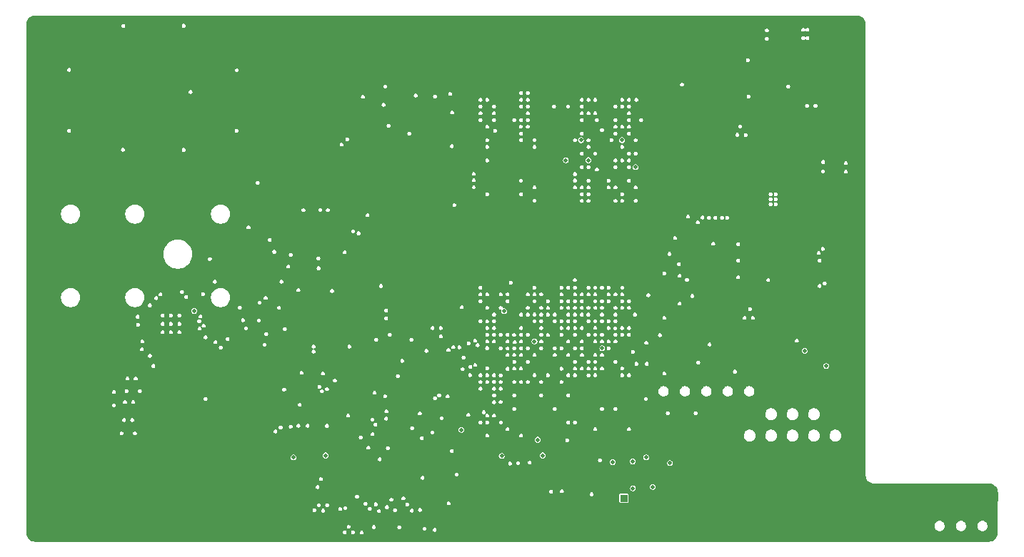
<source format=gbr>
G04 #@! TF.GenerationSoftware,KiCad,Pcbnew,8.0.6-8.0.6-0~ubuntu24.04.1*
G04 #@! TF.CreationDate,2025-03-07T13:19:27+05:30*
G04 #@! TF.ProjectId,DFTBoard,44465442-6f61-4726-942e-6b696361645f,rev?*
G04 #@! TF.SameCoordinates,Original*
G04 #@! TF.FileFunction,Copper,L6,Inr*
G04 #@! TF.FilePolarity,Positive*
%FSLAX46Y46*%
G04 Gerber Fmt 4.6, Leading zero omitted, Abs format (unit mm)*
G04 Created by KiCad (PCBNEW 8.0.6-8.0.6-0~ubuntu24.04.1) date 2025-03-07 13:19:27*
%MOMM*%
%LPD*%
G01*
G04 APERTURE LIST*
G04 #@! TA.AperFunction,ComponentPad*
%ADD10C,2.000000*%
G04 #@! TD*
G04 #@! TA.AperFunction,ComponentPad*
%ADD11C,1.778000*%
G04 #@! TD*
G04 #@! TA.AperFunction,ComponentPad*
%ADD12R,0.850000X0.850000*%
G04 #@! TD*
G04 #@! TA.AperFunction,ComponentPad*
%ADD13O,0.850000X0.850000*%
G04 #@! TD*
G04 #@! TA.AperFunction,ViaPad*
%ADD14C,0.480000*%
G04 #@! TD*
G04 APERTURE END LIST*
D10*
X185744134Y-144856525D03*
X195904134Y-144856525D03*
D11*
X188224134Y-142126525D03*
D12*
X170820000Y-154830000D03*
D13*
X170820000Y-155830000D03*
D14*
X135460000Y-149750000D03*
X156624134Y-132626525D03*
X174260000Y-153490000D03*
X160610000Y-147890000D03*
X176290000Y-150660000D03*
X151570000Y-146730000D03*
X169520000Y-150550000D03*
X171860000Y-150470000D03*
X131640000Y-149990000D03*
X171900000Y-153670000D03*
X173450000Y-149970000D03*
X158624134Y-144226525D03*
X161824134Y-133826525D03*
X163424134Y-141826525D03*
X164224134Y-137026525D03*
X160224134Y-135426525D03*
X169024134Y-141026525D03*
X165824134Y-142626525D03*
X168224134Y-143426525D03*
X167424134Y-145826525D03*
X165024134Y-141026525D03*
X160224134Y-142626525D03*
X170624134Y-144226525D03*
X165024134Y-145026525D03*
X168224134Y-134626525D03*
X163424134Y-137826525D03*
X164224134Y-138626525D03*
X165824134Y-138626525D03*
X164224134Y-141026525D03*
X161824134Y-141026525D03*
X163424134Y-140226525D03*
X164224134Y-139426525D03*
X162624134Y-139426525D03*
X170624134Y-136226525D03*
X169024134Y-138626525D03*
X167424134Y-137026525D03*
X166624134Y-137026525D03*
X154624134Y-141826525D03*
X156224134Y-145026525D03*
X159424134Y-145826525D03*
X170624134Y-146626525D03*
X161824134Y-144226525D03*
X157024134Y-142626525D03*
X160224134Y-141026525D03*
X157824134Y-140226525D03*
X158624134Y-140226525D03*
X159424134Y-140226525D03*
X161024134Y-140226525D03*
X161824134Y-139426525D03*
X161024134Y-139426525D03*
X160224134Y-139426525D03*
X163424134Y-136226525D03*
X161824134Y-137026525D03*
X161824134Y-137826525D03*
X161024134Y-137826525D03*
X159424134Y-137826525D03*
X155424134Y-139426525D03*
X156224134Y-136226525D03*
X153430000Y-135540000D03*
X157024134Y-133792266D03*
X160224134Y-137026525D03*
X159424134Y-136226525D03*
X162624134Y-136226525D03*
X164224134Y-135426525D03*
X165824134Y-135426525D03*
X165024134Y-136226525D03*
X166624134Y-136226525D03*
X163424134Y-133026525D03*
X165824134Y-133826525D03*
X169024134Y-133026525D03*
X170624134Y-133826525D03*
X166624134Y-131426525D03*
X157824134Y-131426525D03*
X160224134Y-132226525D03*
X161024134Y-129826525D03*
X164224134Y-130626525D03*
X154624134Y-133026525D03*
X155424134Y-130626525D03*
X153024134Y-109126525D03*
X153824134Y-114726525D03*
X153024134Y-114726525D03*
X153024134Y-118726525D03*
X153024134Y-115526525D03*
X153824134Y-113126525D03*
X160224134Y-118726525D03*
X172224134Y-118726525D03*
X172224134Y-110726525D03*
X165824134Y-117126525D03*
X165024134Y-109926525D03*
X172224134Y-106726525D03*
X165024134Y-119526525D03*
X171424134Y-113126525D03*
X165824134Y-114726525D03*
X165824134Y-116326525D03*
X165824134Y-113126525D03*
X171424134Y-116326525D03*
X172224134Y-114726525D03*
X172224134Y-109126525D03*
X172224134Y-116326525D03*
X165024134Y-118726525D03*
X164256671Y-107559672D03*
X172224134Y-117126525D03*
X160224134Y-106726525D03*
X169824134Y-118726525D03*
X160224134Y-116326525D03*
X148024134Y-109026525D03*
X147024134Y-109026525D03*
X147024134Y-110626525D03*
X148024134Y-110626525D03*
X155424134Y-147426525D03*
X168224134Y-138626525D03*
X184809134Y-108076525D03*
X186089134Y-108076525D03*
X186874134Y-135876525D03*
X186874134Y-137876525D03*
X184874134Y-137876525D03*
X184874134Y-135876525D03*
X185024134Y-115626525D03*
X185874134Y-114626525D03*
X184124134Y-114626525D03*
X184124134Y-116626525D03*
X185874134Y-116626525D03*
X158624134Y-142626525D03*
X155424134Y-137026525D03*
X159424134Y-134626525D03*
X194140000Y-110160000D03*
X195140000Y-110160000D03*
X193543475Y-110224134D03*
X194140000Y-111160000D03*
X192543475Y-109224134D03*
X193543475Y-109224134D03*
X155424134Y-144226525D03*
X164224134Y-145026525D03*
X157024134Y-138626525D03*
X158624134Y-133826525D03*
X190510000Y-106640000D03*
X153900000Y-116330000D03*
X191824134Y-125726525D03*
X159403648Y-115732131D03*
X176024134Y-147481525D03*
X143824134Y-139326525D03*
X120824134Y-135184525D03*
X150424134Y-114614025D03*
X161824134Y-145826525D03*
X191500000Y-115780000D03*
X144424134Y-113514025D03*
X169024134Y-146626525D03*
X160224134Y-108325482D03*
X157824134Y-118726525D03*
X153024134Y-107526525D03*
X148524134Y-123311525D03*
X135524134Y-127426525D03*
X194310000Y-98950000D03*
X160939134Y-122476525D03*
X165031124Y-114722512D03*
X150464134Y-110624025D03*
X153824134Y-110726525D03*
X142724134Y-129241525D03*
X137224134Y-140026525D03*
X182224134Y-132426525D03*
X137924134Y-146226525D03*
X145507132Y-131126525D03*
X180609134Y-138726525D03*
X127924134Y-147926525D03*
X191024134Y-130276525D03*
X113704134Y-106700000D03*
X190624134Y-140611525D03*
X165000000Y-108333525D03*
X150089134Y-111826525D03*
X178284124Y-127674525D03*
X122424134Y-145026525D03*
X150024134Y-138226525D03*
X139624134Y-138442704D03*
X149124134Y-116826525D03*
X142624134Y-131589025D03*
X152724134Y-142626525D03*
X186609134Y-120126525D03*
X185624134Y-131326525D03*
X150343282Y-148007377D03*
X169024134Y-141826525D03*
X147724134Y-115926525D03*
X153024134Y-122564025D03*
X139674134Y-143226525D03*
X186759134Y-132376525D03*
X145764134Y-113521525D03*
X126124134Y-127726525D03*
X197624134Y-139611525D03*
X155524134Y-127826525D03*
X192424134Y-118841525D03*
X147036634Y-114326525D03*
X128624134Y-123626525D03*
X145374134Y-120876525D03*
X147464134Y-109836525D03*
X179324134Y-147526525D03*
X125174134Y-106700000D03*
X136574134Y-138326525D03*
X192709134Y-131626525D03*
X181224134Y-118041525D03*
X181574134Y-140376525D03*
X183639134Y-110719525D03*
X171424134Y-141826525D03*
X187024134Y-127626525D03*
X146024134Y-138026525D03*
X162524134Y-104926525D03*
X147036634Y-112826525D03*
X138424134Y-135114025D03*
X134424134Y-146226525D03*
X147324134Y-118826525D03*
X150024134Y-135026525D03*
X188220000Y-113410000D03*
X191324134Y-135126525D03*
X156224134Y-139426525D03*
X174224134Y-104926525D03*
X147109134Y-107026525D03*
X160324134Y-114126525D03*
X134939134Y-133426525D03*
X190890000Y-112680000D03*
X191324134Y-134126525D03*
X135274134Y-132126525D03*
X148511634Y-125126525D03*
X188930000Y-110470000D03*
X113534134Y-114330000D03*
X125494134Y-114920000D03*
X175324134Y-136212526D03*
X186824134Y-131326525D03*
X189624134Y-139641525D03*
X131324134Y-131026525D03*
X182224134Y-128326525D03*
X153824134Y-143426525D03*
X160223872Y-109919535D03*
X176924134Y-133311525D03*
X153109282Y-119548307D03*
X185874134Y-136876525D03*
X173924134Y-135412526D03*
X189824134Y-108426525D03*
X159423080Y-112319535D03*
X160823742Y-123321132D03*
X121724134Y-128226525D03*
X128509134Y-133726525D03*
X164224134Y-146626525D03*
X163424134Y-138626525D03*
X148524134Y-117126525D03*
X145779134Y-152361525D03*
X143024134Y-140426525D03*
X174939134Y-137826525D03*
X142849134Y-138351525D03*
X169806124Y-129824450D03*
X126124134Y-141626525D03*
X113884134Y-115820000D03*
X150724134Y-142626525D03*
X117254134Y-106590000D03*
X145124134Y-135726525D03*
X136324134Y-120326525D03*
X137224134Y-126341525D03*
X177724134Y-108526525D03*
X177474142Y-135320731D03*
X150224134Y-107811525D03*
X144624134Y-131026525D03*
X145724134Y-149326525D03*
X185790000Y-140190000D03*
X122309161Y-134667354D03*
X140124134Y-125126525D03*
X120924134Y-131571525D03*
X165024134Y-115521015D03*
X160217376Y-117152392D03*
X193980000Y-119010000D03*
X160965428Y-124352712D03*
X144936634Y-151126525D03*
X161109134Y-105721492D03*
X120011634Y-129326525D03*
X166630000Y-114700000D03*
X170624134Y-112326525D03*
X172224134Y-115526525D03*
X163940000Y-114730000D03*
X165735664Y-112326526D03*
X119860000Y-132600000D03*
X160224134Y-136226525D03*
X161204903Y-149750526D03*
X156336256Y-149826256D03*
X168258393Y-137026525D03*
X194840000Y-139130000D03*
X192260000Y-137340000D03*
G04 #@! TA.AperFunction,Conductor*
G36*
X198493825Y-97520717D02*
G01*
X198681528Y-97539200D01*
X198691134Y-97541110D01*
X198869272Y-97595136D01*
X198878321Y-97598883D01*
X199042503Y-97686617D01*
X199050650Y-97692060D01*
X199194558Y-97810128D01*
X199201488Y-97817056D01*
X199319605Y-97960925D01*
X199325051Y-97969072D01*
X199412837Y-98133213D01*
X199416590Y-98142266D01*
X199470673Y-98320380D01*
X199472588Y-98329990D01*
X199491136Y-98517695D01*
X199491378Y-98522595D01*
X199509658Y-152110330D01*
X199528932Y-152305385D01*
X199528933Y-152305388D01*
X199585878Y-152492924D01*
X199585882Y-152492931D01*
X199678305Y-152665742D01*
X199678308Y-152665747D01*
X199802673Y-152817227D01*
X199954195Y-152941541D01*
X200127054Y-153033912D01*
X200281656Y-153080800D01*
X200314606Y-153090793D01*
X200314607Y-153090793D01*
X200314610Y-153090794D01*
X200314613Y-153090794D01*
X200314617Y-153090795D01*
X200509652Y-153110000D01*
X200509659Y-153110000D01*
X214177010Y-153110000D01*
X214181943Y-153110244D01*
X214370915Y-153128979D01*
X214380573Y-153130913D01*
X214559823Y-153185669D01*
X214568921Y-153189465D01*
X214733923Y-153278349D01*
X214742093Y-153283855D01*
X214794786Y-153327500D01*
X214886427Y-153403407D01*
X214893367Y-153410419D01*
X215011413Y-153555981D01*
X215016841Y-153564220D01*
X215104003Y-153730124D01*
X215107708Y-153739268D01*
X215160597Y-153919060D01*
X215162434Y-153928754D01*
X215168753Y-154000001D01*
X215179210Y-154117927D01*
X215179401Y-154122835D01*
X215155480Y-156429299D01*
X215128735Y-159007931D01*
X215128447Y-159012796D01*
X215108265Y-159199117D01*
X215106279Y-159208650D01*
X215051098Y-159385187D01*
X215047302Y-159394154D01*
X214958951Y-159556649D01*
X214953489Y-159564710D01*
X214835317Y-159707002D01*
X214828396Y-159713851D01*
X214684891Y-159830538D01*
X214676774Y-159835916D01*
X214513372Y-159922577D01*
X214504366Y-159926280D01*
X214327266Y-159979626D01*
X214317714Y-159981513D01*
X214149735Y-159997948D01*
X214131228Y-159999759D01*
X214131197Y-159999762D01*
X214126328Y-160000000D01*
X101002369Y-160000000D01*
X100997468Y-159999759D01*
X100809734Y-159981269D01*
X100800122Y-159979357D01*
X100621967Y-159925318D01*
X100612911Y-159921568D01*
X100448712Y-159833807D01*
X100440563Y-159828362D01*
X100296643Y-159710259D01*
X100289712Y-159703328D01*
X100171600Y-159559421D01*
X100166154Y-159551272D01*
X100078381Y-159387084D01*
X100074630Y-159378030D01*
X100023236Y-159208650D01*
X100020571Y-159199867D01*
X100018661Y-159190271D01*
X100000154Y-159002512D01*
X99999914Y-158997642D01*
X99999903Y-158865000D01*
X137483043Y-158865000D01*
X137500700Y-158953766D01*
X137550982Y-159029018D01*
X137626234Y-159079300D01*
X137700271Y-159094027D01*
X137714999Y-159096957D01*
X137715000Y-159096957D01*
X137715001Y-159096957D01*
X137727632Y-159094444D01*
X137803766Y-159079300D01*
X137879018Y-159029018D01*
X137929300Y-158953766D01*
X137946957Y-158865000D01*
X138473043Y-158865000D01*
X138490700Y-158953766D01*
X138540982Y-159029018D01*
X138616234Y-159079300D01*
X138690271Y-159094027D01*
X138704999Y-159096957D01*
X138705000Y-159096957D01*
X138705001Y-159096957D01*
X138717632Y-159094444D01*
X138793766Y-159079300D01*
X138869018Y-159029018D01*
X138919300Y-158953766D01*
X138928006Y-158910000D01*
X139503043Y-158910000D01*
X139520700Y-158998766D01*
X139570982Y-159074018D01*
X139646234Y-159124300D01*
X139720271Y-159139027D01*
X139734999Y-159141957D01*
X139735000Y-159141957D01*
X139735001Y-159141957D01*
X139747632Y-159139444D01*
X139823766Y-159124300D01*
X139899018Y-159074018D01*
X139949300Y-158998766D01*
X139966957Y-158910000D01*
X139949300Y-158821234D01*
X139899018Y-158745982D01*
X139823766Y-158695700D01*
X139779383Y-158686871D01*
X139735001Y-158678043D01*
X139734999Y-158678043D01*
X139646234Y-158695700D01*
X139646233Y-158695700D01*
X139570982Y-158745982D01*
X139520700Y-158821233D01*
X139520700Y-158821234D01*
X139511995Y-158864998D01*
X139503043Y-158910000D01*
X138928006Y-158910000D01*
X138936957Y-158865000D01*
X138919300Y-158776234D01*
X138869018Y-158700982D01*
X138793766Y-158650700D01*
X138709897Y-158634017D01*
X138705001Y-158633043D01*
X138704999Y-158633043D01*
X138616234Y-158650700D01*
X138616233Y-158650700D01*
X138540982Y-158700982D01*
X138490700Y-158776233D01*
X138490700Y-158776234D01*
X138487107Y-158794299D01*
X138473043Y-158865000D01*
X137946957Y-158865000D01*
X137929300Y-158776234D01*
X137879018Y-158700982D01*
X137803766Y-158650700D01*
X137719897Y-158634017D01*
X137715001Y-158633043D01*
X137714999Y-158633043D01*
X137626234Y-158650700D01*
X137626233Y-158650700D01*
X137550982Y-158700982D01*
X137500700Y-158776233D01*
X137500700Y-158776234D01*
X137497107Y-158794299D01*
X137483043Y-158865000D01*
X99999903Y-158865000D01*
X99999848Y-158214998D01*
X137963043Y-158214998D01*
X137963043Y-158215001D01*
X137963903Y-158219322D01*
X137980700Y-158303766D01*
X138030982Y-158379018D01*
X138106234Y-158429300D01*
X138180271Y-158444027D01*
X138194999Y-158446957D01*
X138195000Y-158446957D01*
X138195001Y-158446957D01*
X138207632Y-158444444D01*
X138283766Y-158429300D01*
X138359018Y-158379018D01*
X138409300Y-158303766D01*
X138420989Y-158245000D01*
X140943043Y-158245000D01*
X140960700Y-158333766D01*
X141010982Y-158409018D01*
X141086234Y-158459300D01*
X141160271Y-158474027D01*
X141174999Y-158476957D01*
X141175000Y-158476957D01*
X141175001Y-158476957D01*
X141187632Y-158474444D01*
X141263766Y-158459300D01*
X141339018Y-158409018D01*
X141389300Y-158333766D01*
X141398006Y-158290000D01*
X143953043Y-158290000D01*
X143970700Y-158378766D01*
X144020982Y-158454018D01*
X144096234Y-158504300D01*
X144170271Y-158519027D01*
X144184999Y-158521957D01*
X144185000Y-158521957D01*
X144185001Y-158521957D01*
X144197632Y-158519444D01*
X144273766Y-158504300D01*
X144325102Y-158469998D01*
X146953043Y-158469998D01*
X146953043Y-158470001D01*
X146960989Y-158509948D01*
X146970700Y-158558766D01*
X147020982Y-158634018D01*
X147096234Y-158684300D01*
X147170271Y-158699027D01*
X147184999Y-158701957D01*
X147185000Y-158701957D01*
X147185001Y-158701957D01*
X147197632Y-158699444D01*
X147273766Y-158684300D01*
X147349018Y-158634018D01*
X147385112Y-158580000D01*
X148148043Y-158580000D01*
X148165700Y-158668766D01*
X148215982Y-158744018D01*
X148291234Y-158794300D01*
X148365271Y-158809027D01*
X148379999Y-158811957D01*
X148380000Y-158811957D01*
X148380001Y-158811957D01*
X148392632Y-158809444D01*
X148468766Y-158794300D01*
X148544018Y-158744018D01*
X148594300Y-158668766D01*
X148611957Y-158580000D01*
X148594300Y-158491234D01*
X148544018Y-158415982D01*
X148468766Y-158365700D01*
X148424383Y-158356871D01*
X148380001Y-158348043D01*
X148379999Y-158348043D01*
X148291234Y-158365700D01*
X148291233Y-158365700D01*
X148215982Y-158415982D01*
X148165700Y-158491233D01*
X148165700Y-158491234D01*
X148152267Y-158558766D01*
X148148043Y-158580000D01*
X147385112Y-158580000D01*
X147399300Y-158558766D01*
X147416957Y-158470000D01*
X147414828Y-158459299D01*
X147408861Y-158429299D01*
X147399300Y-158381234D01*
X147349018Y-158305982D01*
X147273766Y-158255700D01*
X147219975Y-158245000D01*
X147185001Y-158238043D01*
X147184999Y-158238043D01*
X147096234Y-158255700D01*
X147096233Y-158255700D01*
X147020982Y-158305982D01*
X146970700Y-158381233D01*
X146970700Y-158381234D01*
X146953043Y-158469998D01*
X144325102Y-158469998D01*
X144349018Y-158454018D01*
X144399300Y-158378766D01*
X144416957Y-158290000D01*
X144399300Y-158201234D01*
X144349018Y-158125982D01*
X144273766Y-158075700D01*
X144229383Y-158066871D01*
X144198243Y-158060677D01*
X207657500Y-158060677D01*
X207657500Y-158219322D01*
X207698559Y-158372557D01*
X207777877Y-158509941D01*
X207777883Y-158509948D01*
X207890051Y-158622116D01*
X207890058Y-158622122D01*
X208017500Y-158695700D01*
X208027444Y-158701441D01*
X208180679Y-158742500D01*
X208180683Y-158742500D01*
X208339317Y-158742500D01*
X208339321Y-158742500D01*
X208492556Y-158701441D01*
X208629944Y-158622120D01*
X208742120Y-158509944D01*
X208821441Y-158372556D01*
X208862500Y-158219321D01*
X208862500Y-158060679D01*
X208862499Y-158060677D01*
X210197500Y-158060677D01*
X210197500Y-158219322D01*
X210238559Y-158372557D01*
X210317877Y-158509941D01*
X210317883Y-158509948D01*
X210430051Y-158622116D01*
X210430058Y-158622122D01*
X210557500Y-158695700D01*
X210567444Y-158701441D01*
X210720679Y-158742500D01*
X210720683Y-158742500D01*
X210879317Y-158742500D01*
X210879321Y-158742500D01*
X211032556Y-158701441D01*
X211169944Y-158622120D01*
X211282120Y-158509944D01*
X211361441Y-158372556D01*
X211402500Y-158219321D01*
X211402500Y-158060679D01*
X211402499Y-158060677D01*
X212737500Y-158060677D01*
X212737500Y-158219322D01*
X212778559Y-158372557D01*
X212857877Y-158509941D01*
X212857883Y-158509948D01*
X212970051Y-158622116D01*
X212970058Y-158622122D01*
X213097500Y-158695700D01*
X213107444Y-158701441D01*
X213260679Y-158742500D01*
X213260683Y-158742500D01*
X213419317Y-158742500D01*
X213419321Y-158742500D01*
X213572556Y-158701441D01*
X213709944Y-158622120D01*
X213822120Y-158509944D01*
X213901441Y-158372556D01*
X213942500Y-158219321D01*
X213942500Y-158060679D01*
X213901441Y-157907444D01*
X213901440Y-157907442D01*
X213822122Y-157770058D01*
X213822116Y-157770051D01*
X213709948Y-157657883D01*
X213709941Y-157657877D01*
X213572557Y-157578559D01*
X213419322Y-157537500D01*
X213419321Y-157537500D01*
X213260679Y-157537500D01*
X213260677Y-157537500D01*
X213107442Y-157578559D01*
X212970058Y-157657877D01*
X212970051Y-157657883D01*
X212857883Y-157770051D01*
X212857877Y-157770058D01*
X212778559Y-157907442D01*
X212737500Y-158060677D01*
X211402499Y-158060677D01*
X211361441Y-157907444D01*
X211361440Y-157907442D01*
X211282122Y-157770058D01*
X211282116Y-157770051D01*
X211169948Y-157657883D01*
X211169941Y-157657877D01*
X211032557Y-157578559D01*
X210879322Y-157537500D01*
X210879321Y-157537500D01*
X210720679Y-157537500D01*
X210720677Y-157537500D01*
X210567442Y-157578559D01*
X210430058Y-157657877D01*
X210430051Y-157657883D01*
X210317883Y-157770051D01*
X210317877Y-157770058D01*
X210238559Y-157907442D01*
X210197500Y-158060677D01*
X208862499Y-158060677D01*
X208821441Y-157907444D01*
X208821440Y-157907442D01*
X208742122Y-157770058D01*
X208742116Y-157770051D01*
X208629948Y-157657883D01*
X208629941Y-157657877D01*
X208492557Y-157578559D01*
X208339322Y-157537500D01*
X208339321Y-157537500D01*
X208180679Y-157537500D01*
X208180677Y-157537500D01*
X208027442Y-157578559D01*
X207890058Y-157657877D01*
X207890051Y-157657883D01*
X207777883Y-157770051D01*
X207777877Y-157770058D01*
X207698559Y-157907442D01*
X207657500Y-158060677D01*
X144198243Y-158060677D01*
X144185001Y-158058043D01*
X144184999Y-158058043D01*
X144096234Y-158075700D01*
X144096233Y-158075700D01*
X144020982Y-158125982D01*
X143970700Y-158201233D01*
X143970700Y-158201234D01*
X143961995Y-158244998D01*
X143953043Y-158290000D01*
X141398006Y-158290000D01*
X141406957Y-158245000D01*
X141389300Y-158156234D01*
X141339018Y-158080982D01*
X141263766Y-158030700D01*
X141219383Y-158021871D01*
X141175001Y-158013043D01*
X141174999Y-158013043D01*
X141086234Y-158030700D01*
X141086233Y-158030700D01*
X141010982Y-158080982D01*
X140960700Y-158156233D01*
X140960700Y-158156234D01*
X140944427Y-158238043D01*
X140943043Y-158245000D01*
X138420989Y-158245000D01*
X138426097Y-158219322D01*
X138426957Y-158215001D01*
X138426957Y-158214998D01*
X138415267Y-158156233D01*
X138409300Y-158126234D01*
X138359018Y-158050982D01*
X138283766Y-158000700D01*
X138239383Y-157991871D01*
X138195001Y-157983043D01*
X138194999Y-157983043D01*
X138106234Y-158000700D01*
X138106233Y-158000700D01*
X138030982Y-158050982D01*
X137980700Y-158126233D01*
X137980700Y-158126234D01*
X137963043Y-158214998D01*
X99999848Y-158214998D01*
X99999680Y-156250000D01*
X133903043Y-156250000D01*
X133920700Y-156338766D01*
X133970982Y-156414018D01*
X134046234Y-156464300D01*
X134120271Y-156479027D01*
X134134999Y-156481957D01*
X134135000Y-156481957D01*
X134135001Y-156481957D01*
X134147632Y-156479444D01*
X134223766Y-156464300D01*
X134299018Y-156414018D01*
X134349300Y-156338766D01*
X134358006Y-156294998D01*
X134933043Y-156294998D01*
X134933043Y-156295001D01*
X134934787Y-156303766D01*
X134950700Y-156383766D01*
X135000982Y-156459018D01*
X135076234Y-156509300D01*
X135150271Y-156524027D01*
X135164999Y-156526957D01*
X135165000Y-156526957D01*
X135165001Y-156526957D01*
X135177632Y-156524444D01*
X135253766Y-156509300D01*
X135329018Y-156459018D01*
X135379300Y-156383766D01*
X135385563Y-156352282D01*
X141546043Y-156352282D01*
X141546043Y-156352285D01*
X141552405Y-156384266D01*
X141563700Y-156441050D01*
X141613982Y-156516302D01*
X141689234Y-156566584D01*
X141763271Y-156581311D01*
X141777999Y-156584241D01*
X141778000Y-156584241D01*
X141778001Y-156584241D01*
X141790632Y-156581728D01*
X141866766Y-156566584D01*
X141942018Y-156516302D01*
X141992300Y-156441050D01*
X142009957Y-156352284D01*
X142008897Y-156346957D01*
X142000306Y-156303766D01*
X141992300Y-156263518D01*
X141983268Y-156250000D01*
X143458043Y-156250000D01*
X143475700Y-156338766D01*
X143525982Y-156414018D01*
X143601234Y-156464300D01*
X143675271Y-156479027D01*
X143689999Y-156481957D01*
X143690000Y-156481957D01*
X143690001Y-156481957D01*
X143702632Y-156479444D01*
X143778766Y-156464300D01*
X143854018Y-156414018D01*
X143904300Y-156338766D01*
X143912906Y-156295500D01*
X145453043Y-156295500D01*
X145470700Y-156384266D01*
X145520982Y-156459518D01*
X145596234Y-156509800D01*
X145670271Y-156524527D01*
X145684999Y-156527457D01*
X145685000Y-156527457D01*
X145685001Y-156527457D01*
X145697632Y-156524944D01*
X145773766Y-156509800D01*
X145849018Y-156459518D01*
X145899300Y-156384266D01*
X145916957Y-156295500D01*
X145916857Y-156294998D01*
X145910595Y-156263517D01*
X145900944Y-156215000D01*
X146413043Y-156215000D01*
X146430700Y-156303766D01*
X146480982Y-156379018D01*
X146556234Y-156429300D01*
X146630271Y-156444027D01*
X146644999Y-156446957D01*
X146645000Y-156446957D01*
X146645001Y-156446957D01*
X146657632Y-156444444D01*
X146733766Y-156429300D01*
X146809018Y-156379018D01*
X146859300Y-156303766D01*
X146876957Y-156215000D01*
X146875213Y-156206234D01*
X146871639Y-156188266D01*
X146859300Y-156126234D01*
X146809018Y-156050982D01*
X146733766Y-156000700D01*
X146689383Y-155991871D01*
X146645001Y-155983043D01*
X146644999Y-155983043D01*
X146556234Y-156000700D01*
X146556233Y-156000700D01*
X146480982Y-156050982D01*
X146430700Y-156126233D01*
X146430700Y-156126234D01*
X146414787Y-156206234D01*
X146413043Y-156215000D01*
X145900944Y-156215000D01*
X145899300Y-156206734D01*
X145849018Y-156131482D01*
X145773766Y-156081200D01*
X145717451Y-156069998D01*
X145685001Y-156063543D01*
X145684999Y-156063543D01*
X145596234Y-156081200D01*
X145596233Y-156081200D01*
X145520982Y-156131482D01*
X145470700Y-156206733D01*
X145470700Y-156206734D01*
X145453143Y-156294998D01*
X145453043Y-156295500D01*
X143912906Y-156295500D01*
X143921957Y-156250000D01*
X143904300Y-156161234D01*
X143854018Y-156085982D01*
X143778766Y-156035700D01*
X143731173Y-156026233D01*
X143690001Y-156018043D01*
X143689999Y-156018043D01*
X143601234Y-156035700D01*
X143601233Y-156035700D01*
X143525982Y-156085982D01*
X143475700Y-156161233D01*
X143475700Y-156161234D01*
X143465145Y-156214299D01*
X143458043Y-156250000D01*
X141983268Y-156250000D01*
X141942018Y-156188266D01*
X141866766Y-156137984D01*
X141807691Y-156126233D01*
X141778001Y-156120327D01*
X141777999Y-156120327D01*
X141689234Y-156137984D01*
X141689233Y-156137984D01*
X141613982Y-156188266D01*
X141563700Y-156263517D01*
X141563700Y-156263518D01*
X141546043Y-156352282D01*
X135385563Y-156352282D01*
X135395213Y-156303766D01*
X135396957Y-156295001D01*
X135396957Y-156294998D01*
X135390695Y-156263518D01*
X135379300Y-156206234D01*
X135329018Y-156130982D01*
X135305096Y-156114998D01*
X136953043Y-156114998D01*
X136953043Y-156115001D01*
X136957615Y-156137984D01*
X136970700Y-156203766D01*
X137020982Y-156279018D01*
X137096234Y-156329300D01*
X137170271Y-156344027D01*
X137184999Y-156346957D01*
X137185000Y-156346957D01*
X137185001Y-156346957D01*
X137197632Y-156344444D01*
X137273766Y-156329300D01*
X137349018Y-156279018D01*
X137399300Y-156203766D01*
X137416957Y-156115000D01*
X137414828Y-156104299D01*
X137411185Y-156085982D01*
X137399300Y-156026234D01*
X137381771Y-156000000D01*
X137558043Y-156000000D01*
X137575700Y-156088766D01*
X137625982Y-156164018D01*
X137701234Y-156214300D01*
X137775271Y-156229027D01*
X137789999Y-156231957D01*
X137790000Y-156231957D01*
X137790001Y-156231957D01*
X137802632Y-156229444D01*
X137878766Y-156214300D01*
X137954018Y-156164018D01*
X138004300Y-156088766D01*
X138008033Y-156070000D01*
X140458043Y-156070000D01*
X140475700Y-156158766D01*
X140525982Y-156234018D01*
X140601234Y-156284300D01*
X140675271Y-156299027D01*
X140689999Y-156301957D01*
X140690000Y-156301957D01*
X140690001Y-156301957D01*
X140702632Y-156299444D01*
X140778766Y-156284300D01*
X140854018Y-156234018D01*
X140904300Y-156158766D01*
X140921957Y-156070000D01*
X140904300Y-155981234D01*
X140854018Y-155905982D01*
X140830096Y-155889998D01*
X142498043Y-155889998D01*
X142498043Y-155890001D01*
X142502267Y-155911234D01*
X142515700Y-155978766D01*
X142565982Y-156054018D01*
X142641234Y-156104300D01*
X142715271Y-156119027D01*
X142729999Y-156121957D01*
X142730000Y-156121957D01*
X142730001Y-156121957D01*
X142742632Y-156119444D01*
X142818766Y-156104300D01*
X142894018Y-156054018D01*
X142944300Y-155978766D01*
X142961957Y-155890000D01*
X142944300Y-155801234D01*
X142894018Y-155725982D01*
X142818766Y-155675700D01*
X142749677Y-155661957D01*
X142730001Y-155658043D01*
X142729999Y-155658043D01*
X142641234Y-155675700D01*
X142641233Y-155675700D01*
X142565982Y-155725982D01*
X142515700Y-155801233D01*
X142515700Y-155801234D01*
X142498043Y-155889998D01*
X140830096Y-155889998D01*
X140778766Y-155855700D01*
X140734383Y-155846871D01*
X140690001Y-155838043D01*
X140689999Y-155838043D01*
X140601234Y-155855700D01*
X140601233Y-155855700D01*
X140525982Y-155905982D01*
X140475700Y-155981233D01*
X140475700Y-155981234D01*
X140459427Y-156063043D01*
X140458043Y-156070000D01*
X138008033Y-156070000D01*
X138021957Y-156000000D01*
X138004300Y-155911234D01*
X137954018Y-155835982D01*
X137878766Y-155785700D01*
X137834383Y-155776871D01*
X137790001Y-155768043D01*
X137789999Y-155768043D01*
X137701234Y-155785700D01*
X137701233Y-155785700D01*
X137625982Y-155835982D01*
X137575700Y-155911233D01*
X137575700Y-155911234D01*
X137562267Y-155978766D01*
X137558043Y-156000000D01*
X137381771Y-156000000D01*
X137349018Y-155950982D01*
X137273766Y-155900700D01*
X137219975Y-155890000D01*
X137185001Y-155883043D01*
X137184999Y-155883043D01*
X137096234Y-155900700D01*
X137096233Y-155900700D01*
X137020982Y-155950982D01*
X136970700Y-156026233D01*
X136970700Y-156026234D01*
X136953043Y-156114998D01*
X135305096Y-156114998D01*
X135253766Y-156080700D01*
X135199975Y-156070000D01*
X135165001Y-156063043D01*
X135164999Y-156063043D01*
X135076234Y-156080700D01*
X135076233Y-156080700D01*
X135000982Y-156130982D01*
X134950700Y-156206233D01*
X134950700Y-156206234D01*
X134933043Y-156294998D01*
X134358006Y-156294998D01*
X134366957Y-156250000D01*
X134349300Y-156161234D01*
X134299018Y-156085982D01*
X134223766Y-156035700D01*
X134176173Y-156026233D01*
X134135001Y-156018043D01*
X134134999Y-156018043D01*
X134046234Y-156035700D01*
X134046233Y-156035700D01*
X133970982Y-156085982D01*
X133920700Y-156161233D01*
X133920700Y-156161234D01*
X133910145Y-156214299D01*
X133903043Y-156250000D01*
X99999680Y-156250000D01*
X99999629Y-155644998D01*
X134423043Y-155644998D01*
X134423043Y-155645001D01*
X134424787Y-155653766D01*
X134440700Y-155733766D01*
X134490982Y-155809018D01*
X134566234Y-155859300D01*
X134640271Y-155874027D01*
X134654999Y-155876957D01*
X134655000Y-155876957D01*
X134655001Y-155876957D01*
X134667632Y-155874444D01*
X134743766Y-155859300D01*
X134819018Y-155809018D01*
X134869300Y-155733766D01*
X134885213Y-155653766D01*
X134886957Y-155645001D01*
X134886957Y-155644998D01*
X135413043Y-155644998D01*
X135413043Y-155645001D01*
X135414787Y-155653766D01*
X135430700Y-155733766D01*
X135480982Y-155809018D01*
X135556234Y-155859300D01*
X135630271Y-155874027D01*
X135644999Y-155876957D01*
X135645000Y-155876957D01*
X135645001Y-155876957D01*
X135657632Y-155874444D01*
X135733766Y-155859300D01*
X135809018Y-155809018D01*
X135859300Y-155733766D01*
X135875213Y-155653766D01*
X135876957Y-155645001D01*
X135876957Y-155644998D01*
X135871931Y-155619735D01*
X135859300Y-155556234D01*
X135809018Y-155480982D01*
X135792582Y-155470000D01*
X139958043Y-155470000D01*
X139975700Y-155558766D01*
X140025982Y-155634018D01*
X140101234Y-155684300D01*
X140175271Y-155699027D01*
X140189999Y-155701957D01*
X140190000Y-155701957D01*
X140190001Y-155701957D01*
X140202632Y-155699444D01*
X140278766Y-155684300D01*
X140354018Y-155634018D01*
X140404300Y-155558766D01*
X140406044Y-155549998D01*
X141185043Y-155549998D01*
X141185043Y-155550001D01*
X141186787Y-155558766D01*
X141202700Y-155638766D01*
X141252982Y-155714018D01*
X141328234Y-155764300D01*
X141402271Y-155779027D01*
X141416999Y-155781957D01*
X141417000Y-155781957D01*
X141417001Y-155781957D01*
X141430362Y-155779299D01*
X141505766Y-155764300D01*
X141581018Y-155714018D01*
X141631300Y-155638766D01*
X141645973Y-155565000D01*
X144913043Y-155565000D01*
X144930700Y-155653766D01*
X144980982Y-155729018D01*
X145056234Y-155779300D01*
X145130271Y-155794027D01*
X145144999Y-155796957D01*
X145145000Y-155796957D01*
X145145001Y-155796957D01*
X145157632Y-155794444D01*
X145233766Y-155779300D01*
X145309018Y-155729018D01*
X145359300Y-155653766D01*
X145376957Y-155565000D01*
X145375213Y-155556234D01*
X145360244Y-155480982D01*
X145359300Y-155476234D01*
X145328407Y-155430000D01*
X149828043Y-155430000D01*
X149845700Y-155518766D01*
X149895982Y-155594018D01*
X149971234Y-155644300D01*
X150045271Y-155659027D01*
X150059999Y-155661957D01*
X150060000Y-155661957D01*
X150060001Y-155661957D01*
X150072632Y-155659444D01*
X150148766Y-155644300D01*
X150224018Y-155594018D01*
X150274300Y-155518766D01*
X150291957Y-155430000D01*
X150274300Y-155341234D01*
X150224018Y-155265982D01*
X150148766Y-155215700D01*
X150104383Y-155206871D01*
X150060001Y-155198043D01*
X150059999Y-155198043D01*
X149971234Y-155215700D01*
X149971233Y-155215700D01*
X149895982Y-155265982D01*
X149845700Y-155341233D01*
X149845700Y-155341234D01*
X149837744Y-155381233D01*
X149828043Y-155430000D01*
X145328407Y-155430000D01*
X145309018Y-155400982D01*
X145233766Y-155350700D01*
X145186173Y-155341233D01*
X145145001Y-155333043D01*
X145144999Y-155333043D01*
X145056234Y-155350700D01*
X145056233Y-155350700D01*
X144980982Y-155400982D01*
X144930700Y-155476233D01*
X144930700Y-155476234D01*
X144914787Y-155556234D01*
X144913043Y-155565000D01*
X141645973Y-155565000D01*
X141647213Y-155558766D01*
X141648957Y-155550001D01*
X141648957Y-155549998D01*
X141635228Y-155480982D01*
X141631300Y-155461234D01*
X141581018Y-155385982D01*
X141505766Y-155335700D01*
X141461383Y-155326871D01*
X141417001Y-155318043D01*
X141416999Y-155318043D01*
X141328234Y-155335700D01*
X141328233Y-155335700D01*
X141252982Y-155385982D01*
X141202700Y-155461233D01*
X141202700Y-155461234D01*
X141185043Y-155549998D01*
X140406044Y-155549998D01*
X140421957Y-155470000D01*
X140420213Y-155461234D01*
X140416931Y-155444735D01*
X140404300Y-155381234D01*
X140354018Y-155305982D01*
X140278766Y-155255700D01*
X140234383Y-155246871D01*
X140190001Y-155238043D01*
X140189999Y-155238043D01*
X140101234Y-155255700D01*
X140101233Y-155255700D01*
X140025982Y-155305982D01*
X139975700Y-155381233D01*
X139975700Y-155381234D01*
X139959787Y-155461234D01*
X139958043Y-155470000D01*
X135792582Y-155470000D01*
X135733766Y-155430700D01*
X135689383Y-155421871D01*
X135645001Y-155413043D01*
X135644999Y-155413043D01*
X135556234Y-155430700D01*
X135556233Y-155430700D01*
X135480982Y-155480982D01*
X135430700Y-155556233D01*
X135430700Y-155556234D01*
X135413043Y-155644998D01*
X134886957Y-155644998D01*
X134881931Y-155619735D01*
X134869300Y-155556234D01*
X134819018Y-155480982D01*
X134743766Y-155430700D01*
X134699383Y-155421871D01*
X134655001Y-155413043D01*
X134654999Y-155413043D01*
X134566234Y-155430700D01*
X134566233Y-155430700D01*
X134490982Y-155480982D01*
X134440700Y-155556233D01*
X134440700Y-155556234D01*
X134423043Y-155644998D01*
X99999629Y-155644998D01*
X99999574Y-155000000D01*
X143038043Y-155000000D01*
X143055700Y-155088766D01*
X143105982Y-155164018D01*
X143181234Y-155214300D01*
X143255271Y-155229027D01*
X143269999Y-155231957D01*
X143270000Y-155231957D01*
X143270001Y-155231957D01*
X143282632Y-155229444D01*
X143358766Y-155214300D01*
X143434018Y-155164018D01*
X143484300Y-155088766D01*
X143501957Y-155000000D01*
X143484300Y-154911234D01*
X143443385Y-154850000D01*
X144448043Y-154850000D01*
X144465700Y-154938766D01*
X144515982Y-155014018D01*
X144591234Y-155064300D01*
X144665271Y-155079027D01*
X144679999Y-155081957D01*
X144680000Y-155081957D01*
X144680001Y-155081957D01*
X144692632Y-155079444D01*
X144768766Y-155064300D01*
X144844018Y-155014018D01*
X144894300Y-154938766D01*
X144911957Y-154850000D01*
X144909828Y-154839299D01*
X144906931Y-154824735D01*
X144894300Y-154761234D01*
X144844018Y-154685982D01*
X144768766Y-154635700D01*
X144714975Y-154625000D01*
X144680001Y-154618043D01*
X144679999Y-154618043D01*
X144591234Y-154635700D01*
X144591233Y-154635700D01*
X144515982Y-154685982D01*
X144465700Y-154761233D01*
X144465700Y-154761234D01*
X144450172Y-154839299D01*
X144448043Y-154850000D01*
X143443385Y-154850000D01*
X143434018Y-154835982D01*
X143358766Y-154785700D01*
X143314383Y-154776871D01*
X143270001Y-154768043D01*
X143269999Y-154768043D01*
X143181234Y-154785700D01*
X143181233Y-154785700D01*
X143105982Y-154835982D01*
X143055700Y-154911233D01*
X143055700Y-154911234D01*
X143038043Y-155000000D01*
X99999574Y-155000000D01*
X99999542Y-154625000D01*
X138953043Y-154625000D01*
X138970700Y-154713766D01*
X139020982Y-154789018D01*
X139096234Y-154839300D01*
X139170271Y-154854027D01*
X139184999Y-154856957D01*
X139185000Y-154856957D01*
X139185001Y-154856957D01*
X139197632Y-154854444D01*
X139273766Y-154839300D01*
X139349018Y-154789018D01*
X139399300Y-154713766D01*
X139416957Y-154625000D01*
X139399300Y-154536234D01*
X139349018Y-154460982D01*
X139273766Y-154410700D01*
X139229383Y-154401871D01*
X139185001Y-154393043D01*
X139184999Y-154393043D01*
X139096234Y-154410700D01*
X139096233Y-154410700D01*
X139020982Y-154460982D01*
X138970700Y-154536233D01*
X138970700Y-154536234D01*
X138954427Y-154618043D01*
X138953043Y-154625000D01*
X99999542Y-154625000D01*
X99999519Y-154360000D01*
X166768043Y-154360000D01*
X166785700Y-154448766D01*
X166835982Y-154524018D01*
X166911234Y-154574300D01*
X166985271Y-154589027D01*
X166999999Y-154591957D01*
X167000000Y-154591957D01*
X167000001Y-154591957D01*
X167012632Y-154589444D01*
X167088766Y-154574300D01*
X167164018Y-154524018D01*
X167214300Y-154448766D01*
X167225014Y-154394905D01*
X170292500Y-154394905D01*
X170292500Y-154394906D01*
X170292500Y-154394908D01*
X170292500Y-155265091D01*
X170292501Y-155265095D01*
X170298447Y-155294992D01*
X170298447Y-155294993D01*
X170321102Y-155328898D01*
X170355007Y-155351553D01*
X170384905Y-155357500D01*
X171255094Y-155357499D01*
X171284993Y-155351553D01*
X171318898Y-155328898D01*
X171341553Y-155294993D01*
X171347500Y-155265095D01*
X171347499Y-154394906D01*
X171341553Y-154365007D01*
X171318898Y-154331102D01*
X171284993Y-154308447D01*
X171255095Y-154302500D01*
X171255090Y-154302500D01*
X170384908Y-154302500D01*
X170384904Y-154302501D01*
X170355006Y-154308447D01*
X170332351Y-154323585D01*
X170321102Y-154331102D01*
X170298447Y-154365007D01*
X170292500Y-154394905D01*
X167225014Y-154394905D01*
X167231957Y-154360000D01*
X167214300Y-154271234D01*
X167164018Y-154195982D01*
X167088766Y-154145700D01*
X167044383Y-154136871D01*
X167000001Y-154128043D01*
X166999999Y-154128043D01*
X166911234Y-154145700D01*
X166911233Y-154145700D01*
X166835982Y-154195982D01*
X166785700Y-154271233D01*
X166785700Y-154271234D01*
X166768043Y-154360000D01*
X99999519Y-154360000D01*
X99999492Y-154040000D01*
X161948043Y-154040000D01*
X161965700Y-154128766D01*
X162015982Y-154204018D01*
X162091234Y-154254300D01*
X162165271Y-154269027D01*
X162179999Y-154271957D01*
X162180000Y-154271957D01*
X162180001Y-154271957D01*
X162192632Y-154269444D01*
X162268766Y-154254300D01*
X162344018Y-154204018D01*
X162394300Y-154128766D01*
X162411957Y-154040000D01*
X162404000Y-154000000D01*
X163248043Y-154000000D01*
X163265700Y-154088766D01*
X163315982Y-154164018D01*
X163391234Y-154214300D01*
X163465271Y-154229027D01*
X163479999Y-154231957D01*
X163480000Y-154231957D01*
X163480001Y-154231957D01*
X163492632Y-154229444D01*
X163568766Y-154214300D01*
X163644018Y-154164018D01*
X163694300Y-154088766D01*
X163711957Y-154000000D01*
X163694300Y-153911234D01*
X163644018Y-153835982D01*
X163568766Y-153785700D01*
X163524383Y-153776871D01*
X163480001Y-153768043D01*
X163479999Y-153768043D01*
X163391234Y-153785700D01*
X163391233Y-153785700D01*
X163315982Y-153835982D01*
X163265700Y-153911233D01*
X163265700Y-153911234D01*
X163257744Y-153951233D01*
X163248043Y-154000000D01*
X162404000Y-154000000D01*
X162394300Y-153951234D01*
X162344018Y-153875982D01*
X162268766Y-153825700D01*
X162224383Y-153816871D01*
X162180001Y-153808043D01*
X162179999Y-153808043D01*
X162091234Y-153825700D01*
X162091233Y-153825700D01*
X162015982Y-153875982D01*
X161965700Y-153951233D01*
X161965700Y-153951234D01*
X161956000Y-154000000D01*
X161948043Y-154040000D01*
X99999492Y-154040000D01*
X99999446Y-153500000D01*
X134268043Y-153500000D01*
X134285700Y-153588766D01*
X134335982Y-153664018D01*
X134411234Y-153714300D01*
X134485271Y-153729027D01*
X134499999Y-153731957D01*
X134500000Y-153731957D01*
X134500001Y-153731957D01*
X134512632Y-153729444D01*
X134588766Y-153714300D01*
X134655070Y-153669997D01*
X171552216Y-153669997D01*
X171552216Y-153670002D01*
X171573188Y-153788944D01*
X171573190Y-153788950D01*
X171633580Y-153893548D01*
X171633582Y-153893551D01*
X171726108Y-153971190D01*
X171839608Y-154012500D01*
X171839610Y-154012500D01*
X171960390Y-154012500D01*
X171960392Y-154012500D01*
X172073892Y-153971190D01*
X172166418Y-153893551D01*
X172226810Y-153788949D01*
X172236859Y-153731957D01*
X172247784Y-153670002D01*
X172247784Y-153669997D01*
X172226811Y-153551055D01*
X172226809Y-153551049D01*
X172191560Y-153489997D01*
X173912216Y-153489997D01*
X173912216Y-153490002D01*
X173933188Y-153608944D01*
X173933190Y-153608950D01*
X173968439Y-153670002D01*
X173993582Y-153713551D01*
X174086108Y-153791190D01*
X174199608Y-153832500D01*
X174199610Y-153832500D01*
X174320390Y-153832500D01*
X174320392Y-153832500D01*
X174433892Y-153791190D01*
X174526418Y-153713551D01*
X174586810Y-153608949D01*
X174596150Y-153555981D01*
X174607784Y-153490002D01*
X174607784Y-153489997D01*
X174586811Y-153371055D01*
X174586809Y-153371049D01*
X174556614Y-153318750D01*
X174526418Y-153266449D01*
X174433892Y-153188810D01*
X174433890Y-153188809D01*
X174320392Y-153147500D01*
X174199608Y-153147500D01*
X174199607Y-153147500D01*
X174086109Y-153188809D01*
X173993581Y-153266450D01*
X173993580Y-153266451D01*
X173933190Y-153371049D01*
X173933188Y-153371055D01*
X173912216Y-153489997D01*
X172191560Y-153489997D01*
X172166419Y-153446451D01*
X172166418Y-153446449D01*
X172073892Y-153368810D01*
X172073890Y-153368809D01*
X171960392Y-153327500D01*
X171839608Y-153327500D01*
X171839607Y-153327500D01*
X171726109Y-153368809D01*
X171633581Y-153446450D01*
X171633580Y-153446451D01*
X171573190Y-153551049D01*
X171573188Y-153551055D01*
X171552216Y-153669997D01*
X134655070Y-153669997D01*
X134664018Y-153664018D01*
X134714300Y-153588766D01*
X134731957Y-153500000D01*
X134714300Y-153411234D01*
X134664018Y-153335982D01*
X134588766Y-153285700D01*
X134544383Y-153276871D01*
X134500001Y-153268043D01*
X134499999Y-153268043D01*
X134411234Y-153285700D01*
X134411233Y-153285700D01*
X134335982Y-153335982D01*
X134285700Y-153411233D01*
X134285700Y-153411234D01*
X134270032Y-153490002D01*
X134268043Y-153500000D01*
X99999446Y-153500000D01*
X99999365Y-152550000D01*
X134668043Y-152550000D01*
X134685700Y-152638766D01*
X134735982Y-152714018D01*
X134811234Y-152764300D01*
X134885271Y-152779027D01*
X134899999Y-152781957D01*
X134900000Y-152781957D01*
X134900001Y-152781957D01*
X134912632Y-152779444D01*
X134988766Y-152764300D01*
X135064018Y-152714018D01*
X135114300Y-152638766D01*
X135131957Y-152550000D01*
X135114300Y-152461234D01*
X135079749Y-152409525D01*
X146708043Y-152409525D01*
X146725700Y-152498291D01*
X146775982Y-152573543D01*
X146851234Y-152623825D01*
X146925271Y-152638552D01*
X146939999Y-152641482D01*
X146940000Y-152641482D01*
X146940001Y-152641482D01*
X146953659Y-152638765D01*
X147028766Y-152623825D01*
X147104018Y-152573543D01*
X147154300Y-152498291D01*
X147171957Y-152409525D01*
X147154300Y-152320759D01*
X147104018Y-152245507D01*
X147028766Y-152195225D01*
X146984383Y-152186396D01*
X146940001Y-152177568D01*
X146939999Y-152177568D01*
X146851234Y-152195225D01*
X146851233Y-152195225D01*
X146775982Y-152245507D01*
X146725700Y-152320758D01*
X146725700Y-152320759D01*
X146708043Y-152409525D01*
X135079749Y-152409525D01*
X135064018Y-152385982D01*
X134988766Y-152335700D01*
X134944383Y-152326871D01*
X134900001Y-152318043D01*
X134899999Y-152318043D01*
X134811234Y-152335700D01*
X134811233Y-152335700D01*
X134735982Y-152385982D01*
X134685700Y-152461233D01*
X134685700Y-152461234D01*
X134668043Y-152550000D01*
X99999365Y-152550000D01*
X99999318Y-152000000D01*
X150768043Y-152000000D01*
X150785700Y-152088766D01*
X150835982Y-152164018D01*
X150911234Y-152214300D01*
X150985271Y-152229027D01*
X150999999Y-152231957D01*
X151000000Y-152231957D01*
X151000001Y-152231957D01*
X151012632Y-152229444D01*
X151088766Y-152214300D01*
X151164018Y-152164018D01*
X151214300Y-152088766D01*
X151231957Y-152000000D01*
X151214300Y-151911234D01*
X151164018Y-151835982D01*
X151088766Y-151785700D01*
X151044383Y-151776871D01*
X151000001Y-151768043D01*
X150999999Y-151768043D01*
X150911234Y-151785700D01*
X150911233Y-151785700D01*
X150835982Y-151835982D01*
X150785700Y-151911233D01*
X150785700Y-151911234D01*
X150768043Y-152000000D01*
X99999318Y-152000000D01*
X99999210Y-150720000D01*
X157108043Y-150720000D01*
X157125700Y-150808766D01*
X157175982Y-150884018D01*
X157251234Y-150934300D01*
X157325271Y-150949027D01*
X157339999Y-150951957D01*
X157340000Y-150951957D01*
X157340001Y-150951957D01*
X157352632Y-150949444D01*
X157428766Y-150934300D01*
X157504018Y-150884018D01*
X157554300Y-150808766D01*
X157571957Y-150720000D01*
X157562011Y-150670000D01*
X158048043Y-150670000D01*
X158065700Y-150758766D01*
X158115982Y-150834018D01*
X158191234Y-150884300D01*
X158265271Y-150899027D01*
X158279999Y-150901957D01*
X158280000Y-150901957D01*
X158280001Y-150901957D01*
X158292632Y-150899444D01*
X158368766Y-150884300D01*
X158444018Y-150834018D01*
X158494300Y-150758766D01*
X158511957Y-150670000D01*
X158511748Y-150668950D01*
X158504246Y-150631234D01*
X158498033Y-150600000D01*
X159408043Y-150600000D01*
X159425700Y-150688766D01*
X159475982Y-150764018D01*
X159551234Y-150814300D01*
X159625271Y-150829027D01*
X159639999Y-150831957D01*
X159640000Y-150831957D01*
X159640001Y-150831957D01*
X159652632Y-150829444D01*
X159728766Y-150814300D01*
X159804018Y-150764018D01*
X159854300Y-150688766D01*
X159871957Y-150600000D01*
X159854300Y-150511234D01*
X159804018Y-150435982D01*
X159728766Y-150385700D01*
X159670033Y-150374017D01*
X159640001Y-150368043D01*
X159639999Y-150368043D01*
X159551234Y-150385700D01*
X159551233Y-150385700D01*
X159475982Y-150435982D01*
X159425700Y-150511233D01*
X159425700Y-150511234D01*
X159419123Y-150544300D01*
X159408043Y-150600000D01*
X158498033Y-150600000D01*
X158494300Y-150581234D01*
X158444018Y-150505982D01*
X158368766Y-150455700D01*
X158299677Y-150441957D01*
X158280001Y-150438043D01*
X158279999Y-150438043D01*
X158191234Y-150455700D01*
X158191233Y-150455700D01*
X158115982Y-150505982D01*
X158065700Y-150581233D01*
X158065700Y-150581234D01*
X158048252Y-150668950D01*
X158048043Y-150670000D01*
X157562011Y-150670000D01*
X157554300Y-150631234D01*
X157504018Y-150555982D01*
X157428766Y-150505700D01*
X157370033Y-150494017D01*
X157340001Y-150488043D01*
X157339999Y-150488043D01*
X157251234Y-150505700D01*
X157251233Y-150505700D01*
X157175982Y-150555982D01*
X157125700Y-150631233D01*
X157125700Y-150631234D01*
X157113305Y-150693549D01*
X157108043Y-150720000D01*
X99999210Y-150720000D01*
X99999148Y-149989997D01*
X131292216Y-149989997D01*
X131292216Y-149990002D01*
X131313188Y-150108944D01*
X131313190Y-150108950D01*
X131371532Y-150210000D01*
X131373582Y-150213551D01*
X131466108Y-150291190D01*
X131579608Y-150332500D01*
X131579610Y-150332500D01*
X131700390Y-150332500D01*
X131700392Y-150332500D01*
X131813892Y-150291190D01*
X131906418Y-150213551D01*
X131908468Y-150210000D01*
X141638043Y-150210000D01*
X141655700Y-150298766D01*
X141705982Y-150374018D01*
X141781234Y-150424300D01*
X141855271Y-150439027D01*
X141869999Y-150441957D01*
X141870000Y-150441957D01*
X141870001Y-150441957D01*
X141882632Y-150439444D01*
X141958766Y-150424300D01*
X142034018Y-150374018D01*
X142063430Y-150330000D01*
X167758043Y-150330000D01*
X167775700Y-150418766D01*
X167825982Y-150494018D01*
X167901234Y-150544300D01*
X167975271Y-150559027D01*
X167989999Y-150561957D01*
X167990000Y-150561957D01*
X167990001Y-150561957D01*
X168002632Y-150559444D01*
X168050125Y-150549997D01*
X169172216Y-150549997D01*
X169172216Y-150550002D01*
X169193188Y-150668944D01*
X169193190Y-150668950D01*
X169248078Y-150764018D01*
X169253582Y-150773551D01*
X169346108Y-150851190D01*
X169459608Y-150892500D01*
X169459610Y-150892500D01*
X169580390Y-150892500D01*
X169580392Y-150892500D01*
X169693892Y-150851190D01*
X169786418Y-150773551D01*
X169846810Y-150668949D01*
X169848388Y-150660000D01*
X169867784Y-150550002D01*
X169867784Y-150549997D01*
X169853678Y-150469997D01*
X171512216Y-150469997D01*
X171512216Y-150470002D01*
X171533188Y-150588944D01*
X171533190Y-150588950D01*
X171579985Y-150670001D01*
X171593582Y-150693551D01*
X171686108Y-150771190D01*
X171799608Y-150812500D01*
X171799610Y-150812500D01*
X171920390Y-150812500D01*
X171920392Y-150812500D01*
X172033892Y-150771190D01*
X172126418Y-150693551D01*
X172145790Y-150659997D01*
X175942216Y-150659997D01*
X175942216Y-150660002D01*
X175963188Y-150778944D01*
X175963190Y-150778950D01*
X175994984Y-150834018D01*
X176023582Y-150883551D01*
X176116108Y-150961190D01*
X176229608Y-151002500D01*
X176229610Y-151002500D01*
X176350390Y-151002500D01*
X176350392Y-151002500D01*
X176463892Y-150961190D01*
X176556418Y-150883551D01*
X176616810Y-150778949D01*
X176627204Y-150720001D01*
X176637784Y-150660002D01*
X176637784Y-150659997D01*
X176616811Y-150541055D01*
X176616809Y-150541049D01*
X176575787Y-150469997D01*
X176556418Y-150436449D01*
X176463892Y-150358810D01*
X176463890Y-150358809D01*
X176350392Y-150317500D01*
X176229608Y-150317500D01*
X176229607Y-150317500D01*
X176116109Y-150358809D01*
X176097985Y-150374017D01*
X176030018Y-150431049D01*
X176023581Y-150436450D01*
X176023580Y-150436451D01*
X175963190Y-150541049D01*
X175963188Y-150541055D01*
X175942216Y-150659997D01*
X172145790Y-150659997D01*
X172186810Y-150588949D01*
X172186811Y-150588944D01*
X172207784Y-150470002D01*
X172207784Y-150469997D01*
X172186811Y-150351055D01*
X172186809Y-150351049D01*
X172127781Y-150248810D01*
X172126418Y-150246449D01*
X172033892Y-150168810D01*
X172033890Y-150168809D01*
X171920392Y-150127500D01*
X171799608Y-150127500D01*
X171799607Y-150127500D01*
X171686109Y-150168809D01*
X171593581Y-150246450D01*
X171593580Y-150246451D01*
X171533190Y-150351049D01*
X171533188Y-150351055D01*
X171512216Y-150469997D01*
X169853678Y-150469997D01*
X169846811Y-150431055D01*
X169846809Y-150431049D01*
X169800621Y-150351049D01*
X169786418Y-150326449D01*
X169693892Y-150248810D01*
X169693890Y-150248809D01*
X169580392Y-150207500D01*
X169459608Y-150207500D01*
X169459607Y-150207500D01*
X169346109Y-150248809D01*
X169253581Y-150326450D01*
X169253580Y-150326451D01*
X169193190Y-150431049D01*
X169193188Y-150431055D01*
X169172216Y-150549997D01*
X168050125Y-150549997D01*
X168078766Y-150544300D01*
X168154018Y-150494018D01*
X168204300Y-150418766D01*
X168221957Y-150330000D01*
X168204300Y-150241234D01*
X168154018Y-150165982D01*
X168078766Y-150115700D01*
X168034383Y-150106871D01*
X167990001Y-150098043D01*
X167989999Y-150098043D01*
X167901234Y-150115700D01*
X167901233Y-150115700D01*
X167825982Y-150165982D01*
X167775700Y-150241233D01*
X167775700Y-150241234D01*
X167758043Y-150330000D01*
X142063430Y-150330000D01*
X142084300Y-150298766D01*
X142101957Y-150210000D01*
X142098684Y-150193548D01*
X142096931Y-150184735D01*
X142084300Y-150121234D01*
X142034018Y-150045982D01*
X141958766Y-149995700D01*
X141914383Y-149986871D01*
X141870001Y-149978043D01*
X141869999Y-149978043D01*
X141781234Y-149995700D01*
X141781233Y-149995700D01*
X141705982Y-150045982D01*
X141655700Y-150121233D01*
X141655700Y-150121234D01*
X141641316Y-150193548D01*
X141638043Y-150210000D01*
X131908468Y-150210000D01*
X131966810Y-150108949D01*
X131969618Y-150093025D01*
X131987784Y-149990002D01*
X131987784Y-149989997D01*
X131966811Y-149871055D01*
X131966809Y-149871049D01*
X131906419Y-149766451D01*
X131906418Y-149766449D01*
X131886811Y-149749997D01*
X135112216Y-149749997D01*
X135112216Y-149750002D01*
X135133188Y-149868944D01*
X135133190Y-149868950D01*
X135177216Y-149945205D01*
X135193582Y-149973551D01*
X135286108Y-150051190D01*
X135399608Y-150092500D01*
X135399610Y-150092500D01*
X135520390Y-150092500D01*
X135520392Y-150092500D01*
X135633892Y-150051190D01*
X135726418Y-149973551D01*
X135786810Y-149868949D01*
X135794338Y-149826256D01*
X135794339Y-149826253D01*
X155988472Y-149826253D01*
X155988472Y-149826258D01*
X156009444Y-149945200D01*
X156009446Y-149945206D01*
X156069836Y-150049804D01*
X156069838Y-150049807D01*
X156162364Y-150127446D01*
X156275864Y-150168756D01*
X156275866Y-150168756D01*
X156396646Y-150168756D01*
X156396648Y-150168756D01*
X156510148Y-150127446D01*
X156602674Y-150049807D01*
X156663066Y-149945205D01*
X156676141Y-149871055D01*
X156684040Y-149826258D01*
X156684040Y-149826253D01*
X156670687Y-149750523D01*
X160857119Y-149750523D01*
X160857119Y-149750528D01*
X160878091Y-149869470D01*
X160878093Y-149869476D01*
X160938180Y-149973549D01*
X160938485Y-149974077D01*
X161031011Y-150051716D01*
X161144511Y-150093026D01*
X161144513Y-150093026D01*
X161265293Y-150093026D01*
X161265295Y-150093026D01*
X161378795Y-150051716D01*
X161471321Y-149974077D01*
X161473677Y-149969997D01*
X173102216Y-149969997D01*
X173102216Y-149970002D01*
X173123188Y-150088944D01*
X173123190Y-150088950D01*
X173183580Y-150193548D01*
X173183582Y-150193551D01*
X173276108Y-150271190D01*
X173389608Y-150312500D01*
X173389610Y-150312500D01*
X173510390Y-150312500D01*
X173510392Y-150312500D01*
X173623892Y-150271190D01*
X173716418Y-150193551D01*
X173776810Y-150088949D01*
X173783712Y-150049805D01*
X173797784Y-149970002D01*
X173797784Y-149969997D01*
X173776811Y-149851055D01*
X173776809Y-149851049D01*
X173727966Y-149766451D01*
X173716418Y-149746449D01*
X173623892Y-149668810D01*
X173623890Y-149668809D01*
X173510392Y-149627500D01*
X173389608Y-149627500D01*
X173389607Y-149627500D01*
X173276109Y-149668809D01*
X173183581Y-149746450D01*
X173183580Y-149746451D01*
X173123190Y-149851049D01*
X173123188Y-149851055D01*
X173102216Y-149969997D01*
X161473677Y-149969997D01*
X161531713Y-149869475D01*
X161534962Y-149851049D01*
X161552687Y-149750528D01*
X161552687Y-149750523D01*
X161531714Y-149631581D01*
X161531712Y-149631575D01*
X161471322Y-149526977D01*
X161471321Y-149526975D01*
X161378795Y-149449336D01*
X161378793Y-149449335D01*
X161265295Y-149408026D01*
X161144511Y-149408026D01*
X161144510Y-149408026D01*
X161031012Y-149449335D01*
X161031011Y-149449336D01*
X160939110Y-149526451D01*
X160938484Y-149526976D01*
X160938483Y-149526977D01*
X160878093Y-149631575D01*
X160878091Y-149631581D01*
X160857119Y-149750523D01*
X156670687Y-149750523D01*
X156663067Y-149707311D01*
X156663065Y-149707305D01*
X156628536Y-149647500D01*
X156602674Y-149602705D01*
X156510148Y-149525066D01*
X156510146Y-149525065D01*
X156396648Y-149483756D01*
X156275864Y-149483756D01*
X156275863Y-149483756D01*
X156162365Y-149525065D01*
X156069837Y-149602706D01*
X156069836Y-149602707D01*
X156009446Y-149707305D01*
X156009444Y-149707311D01*
X155988472Y-149826253D01*
X135794339Y-149826253D01*
X135807784Y-149750002D01*
X135807784Y-149749997D01*
X135786811Y-149631055D01*
X135786809Y-149631049D01*
X135726419Y-149526451D01*
X135726418Y-149526449D01*
X135633892Y-149448810D01*
X135633890Y-149448809D01*
X135520392Y-149407500D01*
X135399608Y-149407500D01*
X135399607Y-149407500D01*
X135286109Y-149448809D01*
X135286108Y-149448810D01*
X135195232Y-149525065D01*
X135193581Y-149526450D01*
X135193580Y-149526451D01*
X135133190Y-149631049D01*
X135133188Y-149631055D01*
X135112216Y-149749997D01*
X131886811Y-149749997D01*
X131813892Y-149688810D01*
X131813890Y-149688809D01*
X131700392Y-149647500D01*
X131579608Y-149647500D01*
X131579607Y-149647500D01*
X131466109Y-149688809D01*
X131373581Y-149766450D01*
X131373580Y-149766451D01*
X131313190Y-149871049D01*
X131313188Y-149871055D01*
X131292216Y-149989997D01*
X99999148Y-149989997D01*
X99999083Y-149226525D01*
X150192177Y-149226525D01*
X150209834Y-149315291D01*
X150260116Y-149390543D01*
X150335368Y-149440825D01*
X150409405Y-149455552D01*
X150424133Y-149458482D01*
X150424134Y-149458482D01*
X150424135Y-149458482D01*
X150436766Y-149455969D01*
X150512900Y-149440825D01*
X150588152Y-149390543D01*
X150638434Y-149315291D01*
X150656091Y-149226525D01*
X150638434Y-149137759D01*
X150588152Y-149062507D01*
X150512900Y-149012225D01*
X150468517Y-149003396D01*
X150424135Y-148994568D01*
X150424133Y-148994568D01*
X150335368Y-149012225D01*
X150335367Y-149012225D01*
X150260116Y-149062507D01*
X150209834Y-149137758D01*
X150209834Y-149137759D01*
X150192177Y-149226525D01*
X99999083Y-149226525D01*
X99999050Y-148840000D01*
X140298043Y-148840000D01*
X140315700Y-148928766D01*
X140365982Y-149004018D01*
X140441234Y-149054300D01*
X140515271Y-149069027D01*
X140529999Y-149071957D01*
X140530000Y-149071957D01*
X140530001Y-149071957D01*
X140542632Y-149069444D01*
X140618766Y-149054300D01*
X140694018Y-149004018D01*
X140744300Y-148928766D01*
X140755990Y-148870000D01*
X142608043Y-148870000D01*
X142625700Y-148958766D01*
X142675982Y-149034018D01*
X142751234Y-149084300D01*
X142825271Y-149099027D01*
X142839999Y-149101957D01*
X142840000Y-149101957D01*
X142840001Y-149101957D01*
X142852632Y-149099444D01*
X142928766Y-149084300D01*
X143004018Y-149034018D01*
X143054300Y-148958766D01*
X143071957Y-148870000D01*
X143054300Y-148781234D01*
X143004018Y-148705982D01*
X142928766Y-148655700D01*
X142884383Y-148646871D01*
X142840001Y-148638043D01*
X142839999Y-148638043D01*
X142751234Y-148655700D01*
X142751233Y-148655700D01*
X142675982Y-148705982D01*
X142625700Y-148781233D01*
X142625700Y-148781234D01*
X142608043Y-148870000D01*
X140755990Y-148870000D01*
X140761957Y-148840000D01*
X140744300Y-148751234D01*
X140694018Y-148675982D01*
X140618766Y-148625700D01*
X140574383Y-148616871D01*
X140530001Y-148608043D01*
X140529999Y-148608043D01*
X140441234Y-148625700D01*
X140441233Y-148625700D01*
X140365982Y-148675982D01*
X140315700Y-148751233D01*
X140315700Y-148751234D01*
X140309733Y-148781234D01*
X140298043Y-148840000D01*
X99999050Y-148840000D01*
X99998946Y-147612791D01*
X139390836Y-147612791D01*
X139390836Y-147612794D01*
X139399664Y-147657176D01*
X139408493Y-147701559D01*
X139458775Y-147776811D01*
X139534027Y-147827093D01*
X139608064Y-147841820D01*
X139622792Y-147844750D01*
X139622793Y-147844750D01*
X139622794Y-147844750D01*
X139635425Y-147842237D01*
X139711559Y-147827093D01*
X139786811Y-147776811D01*
X139837093Y-147701559D01*
X139841381Y-147680000D01*
X146638043Y-147680000D01*
X146655700Y-147768766D01*
X146705982Y-147844018D01*
X146781234Y-147894300D01*
X146855271Y-147909027D01*
X146869999Y-147911957D01*
X146870000Y-147911957D01*
X146870001Y-147911957D01*
X146882632Y-147909444D01*
X146958766Y-147894300D01*
X146965206Y-147889997D01*
X160262216Y-147889997D01*
X160262216Y-147890002D01*
X160283188Y-148008944D01*
X160283190Y-148008950D01*
X160338078Y-148104018D01*
X160343582Y-148113551D01*
X160436108Y-148191190D01*
X160549608Y-148232500D01*
X160549610Y-148232500D01*
X160670390Y-148232500D01*
X160670392Y-148232500D01*
X160783892Y-148191190D01*
X160876418Y-148113551D01*
X160936810Y-148008949D01*
X160948581Y-147942192D01*
X160948968Y-147940000D01*
X163878043Y-147940000D01*
X163895700Y-148028766D01*
X163945982Y-148104018D01*
X164021234Y-148154300D01*
X164095271Y-148169027D01*
X164109999Y-148171957D01*
X164110000Y-148171957D01*
X164110001Y-148171957D01*
X164122632Y-148169444D01*
X164198766Y-148154300D01*
X164274018Y-148104018D01*
X164324300Y-148028766D01*
X164341957Y-147940000D01*
X164324300Y-147851234D01*
X164274018Y-147775982D01*
X164198766Y-147725700D01*
X164154383Y-147716871D01*
X164110001Y-147708043D01*
X164109999Y-147708043D01*
X164021234Y-147725700D01*
X164021233Y-147725700D01*
X163945982Y-147775982D01*
X163895700Y-147851233D01*
X163895700Y-147851234D01*
X163887134Y-147894299D01*
X163878043Y-147940000D01*
X160948968Y-147940000D01*
X160957784Y-147890002D01*
X160957784Y-147889997D01*
X160936811Y-147771055D01*
X160936809Y-147771049D01*
X160884242Y-147680000D01*
X160876418Y-147666449D01*
X160783892Y-147588810D01*
X160783890Y-147588809D01*
X160670392Y-147547500D01*
X160549608Y-147547500D01*
X160549607Y-147547500D01*
X160436109Y-147588809D01*
X160343581Y-147666450D01*
X160343580Y-147666451D01*
X160283190Y-147771049D01*
X160283188Y-147771055D01*
X160262216Y-147889997D01*
X146965206Y-147889997D01*
X147034018Y-147844018D01*
X147084300Y-147768766D01*
X147101957Y-147680000D01*
X147099261Y-147666449D01*
X147090862Y-147624223D01*
X147084300Y-147591234D01*
X147034018Y-147515982D01*
X146958766Y-147465700D01*
X146889677Y-147451957D01*
X146870001Y-147448043D01*
X146869999Y-147448043D01*
X146781234Y-147465700D01*
X146781233Y-147465700D01*
X146705982Y-147515982D01*
X146655700Y-147591233D01*
X146655700Y-147591234D01*
X146640739Y-147666449D01*
X146638043Y-147680000D01*
X139841381Y-147680000D01*
X139854750Y-147612793D01*
X139853511Y-147606566D01*
X139841762Y-147547500D01*
X139837093Y-147524027D01*
X139786811Y-147448775D01*
X139711559Y-147398493D01*
X139638785Y-147384017D01*
X139622794Y-147380836D01*
X139622792Y-147380836D01*
X139534027Y-147398493D01*
X139534026Y-147398493D01*
X139458775Y-147448775D01*
X139408493Y-147524026D01*
X139408493Y-147524027D01*
X139390836Y-147612791D01*
X99998946Y-147612791D01*
X99998905Y-147126525D01*
X111037177Y-147126525D01*
X111054834Y-147215291D01*
X111105116Y-147290543D01*
X111180368Y-147340825D01*
X111254405Y-147355552D01*
X111269133Y-147358482D01*
X111269134Y-147358482D01*
X111269135Y-147358482D01*
X111281766Y-147355969D01*
X111357900Y-147340825D01*
X111433152Y-147290543D01*
X111483434Y-147215291D01*
X111501091Y-147126525D01*
X112612177Y-147126525D01*
X112629834Y-147215291D01*
X112680116Y-147290543D01*
X112755368Y-147340825D01*
X112829405Y-147355552D01*
X112844133Y-147358482D01*
X112844134Y-147358482D01*
X112844135Y-147358482D01*
X112856766Y-147355969D01*
X112932900Y-147340825D01*
X113008152Y-147290543D01*
X113055289Y-147219998D01*
X140788043Y-147219998D01*
X140788043Y-147220001D01*
X140794400Y-147251957D01*
X140805700Y-147308766D01*
X140855982Y-147384018D01*
X140931234Y-147434300D01*
X141004003Y-147448775D01*
X141019999Y-147451957D01*
X141020000Y-147451957D01*
X141020001Y-147451957D01*
X141032632Y-147449444D01*
X141108766Y-147434300D01*
X141171677Y-147392264D01*
X154392177Y-147392264D01*
X154392177Y-147392267D01*
X154400538Y-147434299D01*
X154409834Y-147481032D01*
X154460116Y-147556284D01*
X154535368Y-147606566D01*
X154609405Y-147621293D01*
X154624133Y-147624223D01*
X154624134Y-147624223D01*
X154624135Y-147624223D01*
X154636766Y-147621710D01*
X154712900Y-147606566D01*
X154788152Y-147556284D01*
X154838434Y-147481032D01*
X154856091Y-147392266D01*
X154856091Y-147392265D01*
X158392176Y-147392265D01*
X158409833Y-147481031D01*
X158460115Y-147556283D01*
X158535367Y-147606565D01*
X158609404Y-147621292D01*
X158624132Y-147624222D01*
X158624133Y-147624222D01*
X158624134Y-147624222D01*
X158636765Y-147621709D01*
X158712899Y-147606565D01*
X158788151Y-147556283D01*
X158838433Y-147481031D01*
X158856090Y-147392265D01*
X158854449Y-147384017D01*
X158849370Y-147358482D01*
X158843174Y-147327331D01*
X185041634Y-147327331D01*
X185041634Y-147465718D01*
X185068630Y-147601434D01*
X185068630Y-147601436D01*
X185110103Y-147701559D01*
X185121587Y-147729283D01*
X185198467Y-147844343D01*
X185296316Y-147942192D01*
X185411376Y-148019072D01*
X185539222Y-148072028D01*
X185674944Y-148099025D01*
X185674950Y-148099025D01*
X185813318Y-148099025D01*
X185813324Y-148099025D01*
X185949046Y-148072028D01*
X186076892Y-148019072D01*
X186191952Y-147942192D01*
X186289801Y-147844343D01*
X186366681Y-147729283D01*
X186419637Y-147601437D01*
X186446634Y-147465715D01*
X186446634Y-147327335D01*
X186446633Y-147327331D01*
X187581634Y-147327331D01*
X187581634Y-147465718D01*
X187608630Y-147601434D01*
X187608630Y-147601436D01*
X187650103Y-147701559D01*
X187661587Y-147729283D01*
X187738467Y-147844343D01*
X187836316Y-147942192D01*
X187951376Y-148019072D01*
X188079222Y-148072028D01*
X188214944Y-148099025D01*
X188214950Y-148099025D01*
X188353318Y-148099025D01*
X188353324Y-148099025D01*
X188489046Y-148072028D01*
X188616892Y-148019072D01*
X188731952Y-147942192D01*
X188829801Y-147844343D01*
X188906681Y-147729283D01*
X188959637Y-147601437D01*
X188986634Y-147465715D01*
X188986634Y-147327335D01*
X188986633Y-147327331D01*
X190121634Y-147327331D01*
X190121634Y-147465718D01*
X190148630Y-147601434D01*
X190148630Y-147601436D01*
X190190103Y-147701559D01*
X190201587Y-147729283D01*
X190278467Y-147844343D01*
X190376316Y-147942192D01*
X190491376Y-148019072D01*
X190619222Y-148072028D01*
X190754944Y-148099025D01*
X190754950Y-148099025D01*
X190893318Y-148099025D01*
X190893324Y-148099025D01*
X191029046Y-148072028D01*
X191156892Y-148019072D01*
X191271952Y-147942192D01*
X191369801Y-147844343D01*
X191446681Y-147729283D01*
X191499637Y-147601437D01*
X191526634Y-147465715D01*
X191526634Y-147327335D01*
X191526633Y-147327331D01*
X192661634Y-147327331D01*
X192661634Y-147465718D01*
X192688630Y-147601434D01*
X192688630Y-147601436D01*
X192730103Y-147701559D01*
X192741587Y-147729283D01*
X192818467Y-147844343D01*
X192916316Y-147942192D01*
X193031376Y-148019072D01*
X193159222Y-148072028D01*
X193294944Y-148099025D01*
X193294950Y-148099025D01*
X193433318Y-148099025D01*
X193433324Y-148099025D01*
X193569046Y-148072028D01*
X193696892Y-148019072D01*
X193811952Y-147942192D01*
X193909801Y-147844343D01*
X193986681Y-147729283D01*
X194039637Y-147601437D01*
X194066634Y-147465715D01*
X194066634Y-147327335D01*
X194066633Y-147327331D01*
X195201634Y-147327331D01*
X195201634Y-147465718D01*
X195228630Y-147601434D01*
X195228630Y-147601436D01*
X195270103Y-147701559D01*
X195281587Y-147729283D01*
X195358467Y-147844343D01*
X195456316Y-147942192D01*
X195571376Y-148019072D01*
X195699222Y-148072028D01*
X195834944Y-148099025D01*
X195834950Y-148099025D01*
X195973318Y-148099025D01*
X195973324Y-148099025D01*
X196109046Y-148072028D01*
X196236892Y-148019072D01*
X196351952Y-147942192D01*
X196449801Y-147844343D01*
X196526681Y-147729283D01*
X196579637Y-147601437D01*
X196606634Y-147465715D01*
X196606634Y-147327335D01*
X196579637Y-147191613D01*
X196526681Y-147063767D01*
X196449801Y-146948707D01*
X196351952Y-146850858D01*
X196349096Y-146848950D01*
X196257942Y-146788043D01*
X196236892Y-146773978D01*
X196236890Y-146773977D01*
X196236888Y-146773976D01*
X196109044Y-146721021D01*
X195973327Y-146694025D01*
X195973324Y-146694025D01*
X195834944Y-146694025D01*
X195834940Y-146694025D01*
X195699224Y-146721021D01*
X195699222Y-146721021D01*
X195571379Y-146773976D01*
X195571377Y-146773977D01*
X195456316Y-146850857D01*
X195358466Y-146948707D01*
X195281586Y-147063768D01*
X195281585Y-147063770D01*
X195228630Y-147191613D01*
X195228630Y-147191615D01*
X195201634Y-147327331D01*
X194066633Y-147327331D01*
X194039637Y-147191613D01*
X193986681Y-147063767D01*
X193909801Y-146948707D01*
X193811952Y-146850858D01*
X193809096Y-146848950D01*
X193717942Y-146788043D01*
X193696892Y-146773978D01*
X193696890Y-146773977D01*
X193696888Y-146773976D01*
X193569044Y-146721021D01*
X193433327Y-146694025D01*
X193433324Y-146694025D01*
X193294944Y-146694025D01*
X193294940Y-146694025D01*
X193159224Y-146721021D01*
X193159222Y-146721021D01*
X193031379Y-146773976D01*
X193031377Y-146773977D01*
X192916316Y-146850857D01*
X192818466Y-146948707D01*
X192741586Y-147063768D01*
X192741585Y-147063770D01*
X192688630Y-147191613D01*
X192688630Y-147191615D01*
X192661634Y-147327331D01*
X191526633Y-147327331D01*
X191499637Y-147191613D01*
X191446681Y-147063767D01*
X191369801Y-146948707D01*
X191271952Y-146850858D01*
X191269096Y-146848950D01*
X191177942Y-146788043D01*
X191156892Y-146773978D01*
X191156890Y-146773977D01*
X191156888Y-146773976D01*
X191029044Y-146721021D01*
X190893327Y-146694025D01*
X190893324Y-146694025D01*
X190754944Y-146694025D01*
X190754940Y-146694025D01*
X190619224Y-146721021D01*
X190619222Y-146721021D01*
X190491379Y-146773976D01*
X190491377Y-146773977D01*
X190376316Y-146850857D01*
X190278466Y-146948707D01*
X190201586Y-147063768D01*
X190201585Y-147063770D01*
X190148630Y-147191613D01*
X190148630Y-147191615D01*
X190121634Y-147327331D01*
X188986633Y-147327331D01*
X188959637Y-147191613D01*
X188906681Y-147063767D01*
X188829801Y-146948707D01*
X188731952Y-146850858D01*
X188729096Y-146848950D01*
X188637942Y-146788043D01*
X188616892Y-146773978D01*
X188616890Y-146773977D01*
X188616888Y-146773976D01*
X188489044Y-146721021D01*
X188353327Y-146694025D01*
X188353324Y-146694025D01*
X188214944Y-146694025D01*
X188214940Y-146694025D01*
X188079224Y-146721021D01*
X188079222Y-146721021D01*
X187951379Y-146773976D01*
X187951377Y-146773977D01*
X187836316Y-146850857D01*
X187738466Y-146948707D01*
X187661586Y-147063768D01*
X187661585Y-147063770D01*
X187608630Y-147191613D01*
X187608630Y-147191615D01*
X187581634Y-147327331D01*
X186446633Y-147327331D01*
X186419637Y-147191613D01*
X186366681Y-147063767D01*
X186289801Y-146948707D01*
X186191952Y-146850858D01*
X186189096Y-146848950D01*
X186097942Y-146788043D01*
X186076892Y-146773978D01*
X186076890Y-146773977D01*
X186076888Y-146773976D01*
X185949044Y-146721021D01*
X185813327Y-146694025D01*
X185813324Y-146694025D01*
X185674944Y-146694025D01*
X185674940Y-146694025D01*
X185539224Y-146721021D01*
X185539222Y-146721021D01*
X185411379Y-146773976D01*
X185411377Y-146773977D01*
X185296316Y-146850857D01*
X185198466Y-146948707D01*
X185121586Y-147063768D01*
X185121585Y-147063770D01*
X185068630Y-147191613D01*
X185068630Y-147191615D01*
X185041634Y-147327331D01*
X158843174Y-147327331D01*
X158838433Y-147303499D01*
X158788151Y-147228247D01*
X158712899Y-147177965D01*
X158668516Y-147169136D01*
X158624134Y-147160308D01*
X158624132Y-147160308D01*
X158535367Y-147177965D01*
X158535366Y-147177965D01*
X158460115Y-147228247D01*
X158409833Y-147303498D01*
X158409833Y-147303499D01*
X158393817Y-147384017D01*
X158392176Y-147392265D01*
X154856091Y-147392265D01*
X154856090Y-147392263D01*
X154849371Y-147358482D01*
X154838434Y-147303500D01*
X154788152Y-147228248D01*
X154712900Y-147177966D01*
X154668517Y-147169137D01*
X154624135Y-147160309D01*
X154624133Y-147160309D01*
X154535368Y-147177966D01*
X154535367Y-147177966D01*
X154460116Y-147228248D01*
X154409834Y-147303499D01*
X154409834Y-147303500D01*
X154392177Y-147392264D01*
X141171677Y-147392264D01*
X141184018Y-147384018D01*
X141234300Y-147308766D01*
X141251957Y-147220000D01*
X141251020Y-147215291D01*
X141246310Y-147191613D01*
X141234300Y-147131234D01*
X141184018Y-147055982D01*
X141130164Y-147019998D01*
X147888043Y-147019998D01*
X147888043Y-147020001D01*
X147895200Y-147055982D01*
X147905700Y-147108766D01*
X147955982Y-147184018D01*
X148031234Y-147234300D01*
X148105271Y-147249027D01*
X148119999Y-147251957D01*
X148120000Y-147251957D01*
X148120001Y-147251957D01*
X148132632Y-147249444D01*
X148208766Y-147234300D01*
X148284018Y-147184018D01*
X148334300Y-147108766D01*
X148351957Y-147020000D01*
X148349112Y-147005700D01*
X148345600Y-146988043D01*
X148334300Y-146931234D01*
X148284018Y-146855982D01*
X148208766Y-146805700D01*
X148164383Y-146796871D01*
X148120001Y-146788043D01*
X148119999Y-146788043D01*
X148031234Y-146805700D01*
X148031233Y-146805700D01*
X147955982Y-146855982D01*
X147905700Y-146931233D01*
X147905700Y-146931234D01*
X147888043Y-147019998D01*
X141130164Y-147019998D01*
X141108766Y-147005700D01*
X141030085Y-146990049D01*
X141020001Y-146988043D01*
X141019999Y-146988043D01*
X140931234Y-147005700D01*
X140931233Y-147005700D01*
X140855982Y-147055982D01*
X140805700Y-147131233D01*
X140805700Y-147131234D01*
X140788043Y-147219998D01*
X113055289Y-147219998D01*
X113058434Y-147215291D01*
X113076091Y-147126525D01*
X113073914Y-147115583D01*
X113071065Y-147101260D01*
X113058434Y-147037759D01*
X113008152Y-146962507D01*
X112932900Y-146912225D01*
X112877887Y-146901282D01*
X129278409Y-146901282D01*
X129278409Y-146901285D01*
X129287237Y-146945667D01*
X129296066Y-146990050D01*
X129346348Y-147065302D01*
X129421600Y-147115584D01*
X129495637Y-147130311D01*
X129510365Y-147133241D01*
X129510366Y-147133241D01*
X129510367Y-147133241D01*
X129522998Y-147130728D01*
X129599132Y-147115584D01*
X129674384Y-147065302D01*
X129724666Y-146990050D01*
X129742323Y-146901284D01*
X129724666Y-146812518D01*
X129674384Y-146737266D01*
X129599132Y-146686984D01*
X129554749Y-146678155D01*
X129510367Y-146669327D01*
X129510365Y-146669327D01*
X129421600Y-146686984D01*
X129421599Y-146686984D01*
X129346348Y-146737266D01*
X129296066Y-146812517D01*
X129296066Y-146812518D01*
X129278409Y-146901282D01*
X112877887Y-146901282D01*
X112844135Y-146894568D01*
X112844133Y-146894568D01*
X112755368Y-146912225D01*
X112755367Y-146912225D01*
X112680116Y-146962507D01*
X112629834Y-147037758D01*
X112629834Y-147037759D01*
X112614354Y-147115583D01*
X112612177Y-147126525D01*
X111501091Y-147126525D01*
X111498914Y-147115583D01*
X111496065Y-147101260D01*
X111483434Y-147037759D01*
X111433152Y-146962507D01*
X111357900Y-146912225D01*
X111302887Y-146901282D01*
X111269135Y-146894568D01*
X111269133Y-146894568D01*
X111180368Y-146912225D01*
X111180367Y-146912225D01*
X111105116Y-146962507D01*
X111054834Y-147037758D01*
X111054834Y-147037759D01*
X111039354Y-147115583D01*
X111037177Y-147126525D01*
X99998905Y-147126525D01*
X99998846Y-146426523D01*
X129892177Y-146426523D01*
X129892177Y-146426526D01*
X129896414Y-146447824D01*
X129909834Y-146515291D01*
X129960116Y-146590543D01*
X130035368Y-146640825D01*
X130109405Y-146655552D01*
X130124133Y-146658482D01*
X130124134Y-146658482D01*
X130124135Y-146658482D01*
X130136766Y-146655969D01*
X130212900Y-146640825D01*
X130288152Y-146590543D01*
X130338434Y-146515291D01*
X130353857Y-146437758D01*
X130356091Y-146426526D01*
X130356091Y-146426523D01*
X130349734Y-146394568D01*
X130338434Y-146337759D01*
X130330926Y-146326523D01*
X131092177Y-146326523D01*
X131092177Y-146326526D01*
X131099334Y-146362507D01*
X131109834Y-146415291D01*
X131160116Y-146490543D01*
X131235368Y-146540825D01*
X131309405Y-146555552D01*
X131324133Y-146558482D01*
X131324134Y-146558482D01*
X131324135Y-146558482D01*
X131336766Y-146555969D01*
X131412900Y-146540825D01*
X131434304Y-146526523D01*
X145492177Y-146526523D01*
X145492177Y-146526526D01*
X145498534Y-146558482D01*
X145509834Y-146615291D01*
X145560116Y-146690543D01*
X145635368Y-146740825D01*
X145709405Y-146755552D01*
X145724133Y-146758482D01*
X145724134Y-146758482D01*
X145724135Y-146758482D01*
X145736766Y-146755969D01*
X145812900Y-146740825D01*
X145829105Y-146729997D01*
X151222216Y-146729997D01*
X151222216Y-146730002D01*
X151243188Y-146848944D01*
X151243190Y-146848950D01*
X151290697Y-146931234D01*
X151303582Y-146953551D01*
X151396108Y-147031190D01*
X151509608Y-147072500D01*
X151509610Y-147072500D01*
X151630390Y-147072500D01*
X151630392Y-147072500D01*
X151743892Y-147031190D01*
X151836418Y-146953551D01*
X151896810Y-146848949D01*
X151896811Y-146848944D01*
X151917784Y-146730002D01*
X151917784Y-146729997D01*
X151899538Y-146626523D01*
X156792177Y-146626523D01*
X156792177Y-146626526D01*
X156798534Y-146658482D01*
X156809834Y-146715291D01*
X156860116Y-146790543D01*
X156935368Y-146840825D01*
X157009405Y-146855552D01*
X157024133Y-146858482D01*
X157024134Y-146858482D01*
X157024135Y-146858482D01*
X157036766Y-146855969D01*
X157112900Y-146840825D01*
X157188152Y-146790543D01*
X157238434Y-146715291D01*
X157256091Y-146626525D01*
X157256091Y-146626523D01*
X167192177Y-146626523D01*
X167192177Y-146626526D01*
X167198534Y-146658482D01*
X167209834Y-146715291D01*
X167260116Y-146790543D01*
X167335368Y-146840825D01*
X167409405Y-146855552D01*
X167424133Y-146858482D01*
X167424134Y-146858482D01*
X167424135Y-146858482D01*
X167436766Y-146855969D01*
X167512900Y-146840825D01*
X167588152Y-146790543D01*
X167638434Y-146715291D01*
X167656091Y-146626525D01*
X167656091Y-146626523D01*
X171192177Y-146626523D01*
X171192177Y-146626526D01*
X171198534Y-146658482D01*
X171209834Y-146715291D01*
X171260116Y-146790543D01*
X171335368Y-146840825D01*
X171409405Y-146855552D01*
X171424133Y-146858482D01*
X171424134Y-146858482D01*
X171424135Y-146858482D01*
X171436766Y-146855969D01*
X171512900Y-146840825D01*
X171588152Y-146790543D01*
X171638434Y-146715291D01*
X171656091Y-146626525D01*
X171653856Y-146615291D01*
X171651065Y-146601260D01*
X171638434Y-146537759D01*
X171588152Y-146462507D01*
X171512900Y-146412225D01*
X171468517Y-146403396D01*
X171424135Y-146394568D01*
X171424133Y-146394568D01*
X171335368Y-146412225D01*
X171335367Y-146412225D01*
X171260116Y-146462507D01*
X171209834Y-146537758D01*
X171209834Y-146537759D01*
X171192177Y-146626523D01*
X167656091Y-146626523D01*
X167653856Y-146615291D01*
X167651065Y-146601260D01*
X167638434Y-146537759D01*
X167588152Y-146462507D01*
X167512900Y-146412225D01*
X167468517Y-146403396D01*
X167424135Y-146394568D01*
X167424133Y-146394568D01*
X167335368Y-146412225D01*
X167335367Y-146412225D01*
X167260116Y-146462507D01*
X167209834Y-146537758D01*
X167209834Y-146537759D01*
X167192177Y-146626523D01*
X157256091Y-146626523D01*
X157253856Y-146615291D01*
X157251065Y-146601260D01*
X157238434Y-146537759D01*
X157188152Y-146462507D01*
X157112900Y-146412225D01*
X157068517Y-146403396D01*
X157024135Y-146394568D01*
X157024133Y-146394568D01*
X156935368Y-146412225D01*
X156935367Y-146412225D01*
X156860116Y-146462507D01*
X156809834Y-146537758D01*
X156809834Y-146537759D01*
X156792177Y-146626523D01*
X151899538Y-146626523D01*
X151896811Y-146611055D01*
X151896809Y-146611049D01*
X151836419Y-146506451D01*
X151836418Y-146506449D01*
X151743892Y-146428810D01*
X151743890Y-146428809D01*
X151630392Y-146387500D01*
X151509608Y-146387500D01*
X151509607Y-146387500D01*
X151396109Y-146428809D01*
X151303581Y-146506450D01*
X151303580Y-146506451D01*
X151243190Y-146611049D01*
X151243188Y-146611055D01*
X151222216Y-146729997D01*
X145829105Y-146729997D01*
X145888152Y-146690543D01*
X145938434Y-146615291D01*
X145956091Y-146526525D01*
X145953856Y-146515291D01*
X145951065Y-146501260D01*
X145938434Y-146437759D01*
X145888152Y-146362507D01*
X145812900Y-146312225D01*
X145768517Y-146303396D01*
X145724135Y-146294568D01*
X145724133Y-146294568D01*
X145635368Y-146312225D01*
X145635367Y-146312225D01*
X145560116Y-146362507D01*
X145509834Y-146437758D01*
X145509834Y-146437759D01*
X145492177Y-146526523D01*
X131434304Y-146526523D01*
X131488152Y-146490543D01*
X131538434Y-146415291D01*
X131556091Y-146326525D01*
X131553856Y-146315291D01*
X131549424Y-146293007D01*
X131538434Y-146237759D01*
X131530926Y-146226523D01*
X131992177Y-146226523D01*
X131992177Y-146226526D01*
X131995399Y-146242724D01*
X132009834Y-146315291D01*
X132060116Y-146390543D01*
X132135368Y-146440825D01*
X132209405Y-146455552D01*
X132224133Y-146458482D01*
X132224134Y-146458482D01*
X132224135Y-146458482D01*
X132236766Y-146455969D01*
X132312900Y-146440825D01*
X132388152Y-146390543D01*
X132438434Y-146315291D01*
X132456091Y-146226525D01*
X132456091Y-146226523D01*
X133092177Y-146226523D01*
X133092177Y-146226526D01*
X133095399Y-146242724D01*
X133109834Y-146315291D01*
X133160116Y-146390543D01*
X133235368Y-146440825D01*
X133309405Y-146455552D01*
X133324133Y-146458482D01*
X133324134Y-146458482D01*
X133324135Y-146458482D01*
X133336766Y-146455969D01*
X133412900Y-146440825D01*
X133488152Y-146390543D01*
X133538434Y-146315291D01*
X133554699Y-146233525D01*
X135392177Y-146233525D01*
X135409834Y-146322291D01*
X135460116Y-146397543D01*
X135535368Y-146447825D01*
X135609178Y-146462507D01*
X135624133Y-146465482D01*
X135624134Y-146465482D01*
X135624135Y-146465482D01*
X135639090Y-146462507D01*
X135712900Y-146447825D01*
X135788152Y-146397543D01*
X135838434Y-146322291D01*
X135856091Y-146233525D01*
X135838434Y-146144759D01*
X135794299Y-146078707D01*
X141126750Y-146078707D01*
X141144407Y-146167473D01*
X141194689Y-146242725D01*
X141269941Y-146293007D01*
X141343978Y-146307734D01*
X141358706Y-146310664D01*
X141358707Y-146310664D01*
X141358708Y-146310664D01*
X141371339Y-146308151D01*
X141447473Y-146293007D01*
X141522725Y-146242725D01*
X141573007Y-146167473D01*
X141590664Y-146078707D01*
X141573007Y-145989941D01*
X141522725Y-145914689D01*
X141447473Y-145864407D01*
X141403090Y-145855578D01*
X141358708Y-145846750D01*
X141358706Y-145846750D01*
X141269941Y-145864407D01*
X141269940Y-145864407D01*
X141194689Y-145914689D01*
X141144407Y-145989940D01*
X141144407Y-145989941D01*
X141134286Y-146040824D01*
X141126750Y-146078707D01*
X135794299Y-146078707D01*
X135788152Y-146069507D01*
X135712900Y-146019225D01*
X135668517Y-146010396D01*
X135624135Y-146001568D01*
X135624133Y-146001568D01*
X135535368Y-146019225D01*
X135535367Y-146019225D01*
X135460116Y-146069507D01*
X135409834Y-146144758D01*
X135409834Y-146144759D01*
X135393570Y-146226523D01*
X135392177Y-146233525D01*
X133554699Y-146233525D01*
X133556091Y-146226525D01*
X133553246Y-146212225D01*
X133549734Y-146194568D01*
X133538434Y-146137759D01*
X133488152Y-146062507D01*
X133412900Y-146012225D01*
X133359325Y-146001568D01*
X133324135Y-145994568D01*
X133324133Y-145994568D01*
X133235368Y-146012225D01*
X133235367Y-146012225D01*
X133160116Y-146062507D01*
X133109834Y-146137758D01*
X133109834Y-146137759D01*
X133092177Y-146226523D01*
X132456091Y-146226523D01*
X132453246Y-146212225D01*
X132449734Y-146194568D01*
X132438434Y-146137759D01*
X132388152Y-146062507D01*
X132312900Y-146012225D01*
X132259325Y-146001568D01*
X132224135Y-145994568D01*
X132224133Y-145994568D01*
X132135368Y-146012225D01*
X132135367Y-146012225D01*
X132060116Y-146062507D01*
X132009834Y-146137758D01*
X132009834Y-146137759D01*
X131992177Y-146226523D01*
X131530926Y-146226523D01*
X131488152Y-146162507D01*
X131412900Y-146112225D01*
X131368517Y-146103396D01*
X131324135Y-146094568D01*
X131324133Y-146094568D01*
X131235368Y-146112225D01*
X131235367Y-146112225D01*
X131160116Y-146162507D01*
X131109834Y-146237758D01*
X131109834Y-146237759D01*
X131092177Y-146326523D01*
X130330926Y-146326523D01*
X130288152Y-146262507D01*
X130212900Y-146212225D01*
X130168517Y-146203396D01*
X130124135Y-146194568D01*
X130124133Y-146194568D01*
X130035368Y-146212225D01*
X130035367Y-146212225D01*
X129960116Y-146262507D01*
X129909834Y-146337758D01*
X129909834Y-146337759D01*
X129892177Y-146426523D01*
X99998846Y-146426523D01*
X99998795Y-145826525D01*
X153592177Y-145826525D01*
X153609834Y-145915291D01*
X153660116Y-145990543D01*
X153735368Y-146040825D01*
X153809405Y-146055552D01*
X153824133Y-146058482D01*
X153824134Y-146058482D01*
X153824135Y-146058482D01*
X153836766Y-146055969D01*
X153912900Y-146040825D01*
X153988152Y-145990543D01*
X154038434Y-145915291D01*
X154056091Y-145826525D01*
X154392177Y-145826525D01*
X154409834Y-145915291D01*
X154460116Y-145990543D01*
X154535368Y-146040825D01*
X154609405Y-146055552D01*
X154624133Y-146058482D01*
X154624134Y-146058482D01*
X154624135Y-146058482D01*
X154636766Y-146055969D01*
X154712900Y-146040825D01*
X154788152Y-145990543D01*
X154838434Y-145915291D01*
X154855400Y-145830000D01*
X156018043Y-145830000D01*
X156035700Y-145918766D01*
X156085982Y-145994018D01*
X156161234Y-146044300D01*
X156235271Y-146059027D01*
X156249999Y-146061957D01*
X156250000Y-146061957D01*
X156250001Y-146061957D01*
X156262632Y-146059444D01*
X156338766Y-146044300D01*
X156414018Y-145994018D01*
X156464300Y-145918766D01*
X156481957Y-145830000D01*
X156481265Y-145826525D01*
X163992177Y-145826525D01*
X164009834Y-145915291D01*
X164060116Y-145990543D01*
X164135368Y-146040825D01*
X164209405Y-146055552D01*
X164224133Y-146058482D01*
X164224134Y-146058482D01*
X164224135Y-146058482D01*
X164236766Y-146055969D01*
X164312900Y-146040825D01*
X164388152Y-145990543D01*
X164438434Y-145915291D01*
X164456091Y-145826525D01*
X164792177Y-145826525D01*
X164809834Y-145915291D01*
X164860116Y-145990543D01*
X164935368Y-146040825D01*
X165009405Y-146055552D01*
X165024133Y-146058482D01*
X165024134Y-146058482D01*
X165024135Y-146058482D01*
X165036766Y-146055969D01*
X165112900Y-146040825D01*
X165188152Y-145990543D01*
X165238434Y-145915291D01*
X165256091Y-145826525D01*
X165238434Y-145737759D01*
X165188152Y-145662507D01*
X165112900Y-145612225D01*
X165041604Y-145598043D01*
X165024135Y-145594568D01*
X165024133Y-145594568D01*
X164935368Y-145612225D01*
X164935367Y-145612225D01*
X164860116Y-145662507D01*
X164809834Y-145737758D01*
X164809834Y-145737759D01*
X164801734Y-145778482D01*
X164792177Y-145826525D01*
X164456091Y-145826525D01*
X164438434Y-145737759D01*
X164388152Y-145662507D01*
X164312900Y-145612225D01*
X164241604Y-145598043D01*
X164224135Y-145594568D01*
X164224133Y-145594568D01*
X164135368Y-145612225D01*
X164135367Y-145612225D01*
X164060116Y-145662507D01*
X164009834Y-145737758D01*
X164009834Y-145737759D01*
X164001734Y-145778482D01*
X163992177Y-145826525D01*
X156481265Y-145826525D01*
X156481265Y-145826523D01*
X156471709Y-145778482D01*
X156464300Y-145741234D01*
X156414018Y-145665982D01*
X156338766Y-145615700D01*
X156294383Y-145606871D01*
X156250001Y-145598043D01*
X156249999Y-145598043D01*
X156161234Y-145615700D01*
X156161233Y-145615700D01*
X156085982Y-145665982D01*
X156035700Y-145741233D01*
X156035700Y-145741234D01*
X156018735Y-145826523D01*
X156018043Y-145830000D01*
X154855400Y-145830000D01*
X154856091Y-145826525D01*
X154838434Y-145737759D01*
X154788152Y-145662507D01*
X154712900Y-145612225D01*
X154641604Y-145598043D01*
X154624135Y-145594568D01*
X154624133Y-145594568D01*
X154535368Y-145612225D01*
X154535367Y-145612225D01*
X154460116Y-145662507D01*
X154409834Y-145737758D01*
X154409834Y-145737759D01*
X154401734Y-145778482D01*
X154392177Y-145826525D01*
X154056091Y-145826525D01*
X154038434Y-145737759D01*
X153988152Y-145662507D01*
X153912900Y-145612225D01*
X153841604Y-145598043D01*
X153824135Y-145594568D01*
X153824133Y-145594568D01*
X153735368Y-145612225D01*
X153735367Y-145612225D01*
X153660116Y-145662507D01*
X153609834Y-145737758D01*
X153609834Y-145737759D01*
X153601734Y-145778482D01*
X153592177Y-145826525D01*
X99998795Y-145826525D01*
X99998771Y-145546525D01*
X111322177Y-145546525D01*
X111339834Y-145635291D01*
X111390116Y-145710543D01*
X111465368Y-145760825D01*
X111539405Y-145775552D01*
X111554133Y-145778482D01*
X111554134Y-145778482D01*
X111554135Y-145778482D01*
X111566766Y-145775969D01*
X111642900Y-145760825D01*
X111718152Y-145710543D01*
X111768434Y-145635291D01*
X111786091Y-145546525D01*
X112292177Y-145546525D01*
X112309834Y-145635291D01*
X112360116Y-145710543D01*
X112435368Y-145760825D01*
X112509405Y-145775552D01*
X112524133Y-145778482D01*
X112524134Y-145778482D01*
X112524135Y-145778482D01*
X112536766Y-145775969D01*
X112612900Y-145760825D01*
X112688152Y-145710543D01*
X112738434Y-145635291D01*
X112756091Y-145546525D01*
X112745403Y-145492793D01*
X140770836Y-145492793D01*
X140788493Y-145581559D01*
X140838775Y-145656811D01*
X140914027Y-145707093D01*
X140988064Y-145721820D01*
X141002792Y-145724750D01*
X141002793Y-145724750D01*
X141002794Y-145724750D01*
X141015425Y-145722237D01*
X141091559Y-145707093D01*
X141166811Y-145656811D01*
X141217093Y-145581559D01*
X141234750Y-145492793D01*
X141234302Y-145490543D01*
X141227781Y-145457758D01*
X141217093Y-145404027D01*
X141203042Y-145382998D01*
X142398043Y-145382998D01*
X142398043Y-145383001D01*
X142402225Y-145404026D01*
X142415700Y-145471766D01*
X142465982Y-145547018D01*
X142541234Y-145597300D01*
X142615271Y-145612027D01*
X142629999Y-145614957D01*
X142630000Y-145614957D01*
X142630001Y-145614957D01*
X142643734Y-145612225D01*
X142718766Y-145597300D01*
X142794018Y-145547018D01*
X142844300Y-145471766D01*
X142861957Y-145383000D01*
X142850723Y-145326523D01*
X148992177Y-145326523D01*
X148992177Y-145326526D01*
X148993311Y-145332225D01*
X149009834Y-145415291D01*
X149060116Y-145490543D01*
X149135368Y-145540825D01*
X149209405Y-145555552D01*
X149224133Y-145558482D01*
X149224134Y-145558482D01*
X149224135Y-145558482D01*
X149236766Y-145555969D01*
X149312900Y-145540825D01*
X149388152Y-145490543D01*
X149438434Y-145415291D01*
X149454957Y-145332225D01*
X149456091Y-145326526D01*
X149456091Y-145326523D01*
X149449668Y-145294234D01*
X149438434Y-145237759D01*
X149388152Y-145162507D01*
X149312900Y-145112225D01*
X149268517Y-145103396D01*
X149224135Y-145094568D01*
X149224133Y-145094568D01*
X149135368Y-145112225D01*
X149135367Y-145112225D01*
X149060116Y-145162507D01*
X149009834Y-145237758D01*
X149009834Y-145237759D01*
X148992177Y-145326523D01*
X142850723Y-145326523D01*
X142844300Y-145294234D01*
X142794018Y-145218982D01*
X142718766Y-145168700D01*
X142674383Y-145159871D01*
X142630001Y-145151043D01*
X142629999Y-145151043D01*
X142541234Y-145168700D01*
X142541233Y-145168700D01*
X142465982Y-145218982D01*
X142415700Y-145294233D01*
X142415700Y-145294234D01*
X142398043Y-145382998D01*
X141203042Y-145382998D01*
X141166811Y-145328775D01*
X141091559Y-145278493D01*
X141047176Y-145269664D01*
X141002794Y-145260836D01*
X141002792Y-145260836D01*
X140914027Y-145278493D01*
X140914026Y-145278493D01*
X140838775Y-145328775D01*
X140788493Y-145404026D01*
X140788493Y-145404027D01*
X140771284Y-145490543D01*
X140770836Y-145492793D01*
X112745403Y-145492793D01*
X112738434Y-145457759D01*
X112688152Y-145382507D01*
X112612900Y-145332225D01*
X112568517Y-145323396D01*
X112524135Y-145314568D01*
X112524133Y-145314568D01*
X112435368Y-145332225D01*
X112435367Y-145332225D01*
X112360116Y-145382507D01*
X112309834Y-145457758D01*
X112309834Y-145457759D01*
X112293311Y-145540825D01*
X112292177Y-145546525D01*
X111786091Y-145546525D01*
X111768434Y-145457759D01*
X111718152Y-145382507D01*
X111642900Y-145332225D01*
X111598517Y-145323396D01*
X111554135Y-145314568D01*
X111554133Y-145314568D01*
X111465368Y-145332225D01*
X111465367Y-145332225D01*
X111390116Y-145382507D01*
X111339834Y-145457758D01*
X111339834Y-145457759D01*
X111323311Y-145540825D01*
X111322177Y-145546525D01*
X99998771Y-145546525D01*
X99998727Y-145026525D01*
X137892177Y-145026525D01*
X137909834Y-145115291D01*
X137960116Y-145190543D01*
X138035368Y-145240825D01*
X138109405Y-145255552D01*
X138124133Y-145258482D01*
X138124134Y-145258482D01*
X138124135Y-145258482D01*
X138136766Y-145255969D01*
X138212900Y-145240825D01*
X138288152Y-145190543D01*
X138338434Y-145115291D01*
X138356091Y-145026525D01*
X138354547Y-145018765D01*
X138351065Y-145001260D01*
X138338434Y-144937759D01*
X138288152Y-144862507D01*
X138212900Y-144812225D01*
X138168517Y-144803396D01*
X138124135Y-144794568D01*
X138124133Y-144794568D01*
X138035368Y-144812225D01*
X138035367Y-144812225D01*
X137960116Y-144862507D01*
X137909834Y-144937758D01*
X137909834Y-144937759D01*
X137893721Y-145018765D01*
X137892177Y-145026525D01*
X99998727Y-145026525D01*
X99998705Y-144764023D01*
X146392177Y-144764023D01*
X146392177Y-144764026D01*
X146395157Y-144779005D01*
X146409834Y-144852791D01*
X146460116Y-144928043D01*
X146535368Y-144978325D01*
X146609405Y-144993052D01*
X146624133Y-144995982D01*
X146624134Y-144995982D01*
X146624135Y-144995982D01*
X146636766Y-144993469D01*
X146712900Y-144978325D01*
X146785226Y-144929998D01*
X152148043Y-144929998D01*
X152148043Y-144930001D01*
X152156871Y-144974383D01*
X152165700Y-145018766D01*
X152215982Y-145094018D01*
X152291234Y-145144300D01*
X152365271Y-145159027D01*
X152379999Y-145161957D01*
X152380000Y-145161957D01*
X152380001Y-145161957D01*
X152392632Y-145159444D01*
X152468766Y-145144300D01*
X152544018Y-145094018D01*
X152589116Y-145026525D01*
X154392177Y-145026525D01*
X154409834Y-145115291D01*
X154460116Y-145190543D01*
X154535368Y-145240825D01*
X154609405Y-145255552D01*
X154624133Y-145258482D01*
X154624134Y-145258482D01*
X154624135Y-145258482D01*
X154636766Y-145255969D01*
X154712900Y-145240825D01*
X154788152Y-145190543D01*
X154838434Y-145115291D01*
X154856091Y-145026525D01*
X155192177Y-145026525D01*
X155209834Y-145115291D01*
X155260116Y-145190543D01*
X155335368Y-145240825D01*
X155409405Y-145255552D01*
X155424133Y-145258482D01*
X155424134Y-145258482D01*
X155424135Y-145258482D01*
X155436766Y-145255969D01*
X155512900Y-145240825D01*
X155588152Y-145190543D01*
X155638434Y-145115291D01*
X155656091Y-145026525D01*
X155654547Y-145018765D01*
X155651065Y-145001260D01*
X155638434Y-144937759D01*
X155588152Y-144862507D01*
X155512900Y-144812225D01*
X155468517Y-144803396D01*
X155424135Y-144794568D01*
X155424133Y-144794568D01*
X155335368Y-144812225D01*
X155335367Y-144812225D01*
X155260116Y-144862507D01*
X155209834Y-144937758D01*
X155209834Y-144937759D01*
X155193721Y-145018765D01*
X155192177Y-145026525D01*
X154856091Y-145026525D01*
X154854547Y-145018765D01*
X154851065Y-145001260D01*
X154838434Y-144937759D01*
X154788152Y-144862507D01*
X154712900Y-144812225D01*
X154668517Y-144803396D01*
X154624135Y-144794568D01*
X154624133Y-144794568D01*
X154535368Y-144812225D01*
X154535367Y-144812225D01*
X154460116Y-144862507D01*
X154409834Y-144937758D01*
X154409834Y-144937759D01*
X154393721Y-145018765D01*
X154392177Y-145026525D01*
X152589116Y-145026525D01*
X152594300Y-145018766D01*
X152611957Y-144930000D01*
X152611105Y-144925718D01*
X152604108Y-144890542D01*
X152594300Y-144841234D01*
X152544018Y-144765982D01*
X152468766Y-144715700D01*
X152408701Y-144703752D01*
X152380001Y-144698043D01*
X152379999Y-144698043D01*
X152291234Y-144715700D01*
X152291233Y-144715700D01*
X152215982Y-144765982D01*
X152165700Y-144841233D01*
X152165700Y-144841234D01*
X152148043Y-144929998D01*
X146785226Y-144929998D01*
X146788152Y-144928043D01*
X146838434Y-144852791D01*
X146856091Y-144764025D01*
X146853690Y-144751957D01*
X146848632Y-144726526D01*
X146838434Y-144675259D01*
X146798160Y-144614985D01*
X153980639Y-144614985D01*
X153980639Y-144614988D01*
X153987925Y-144651615D01*
X153998296Y-144703753D01*
X154048578Y-144779005D01*
X154123830Y-144829287D01*
X154197867Y-144844014D01*
X154212595Y-144846944D01*
X154212596Y-144846944D01*
X154212597Y-144846944D01*
X154225228Y-144844431D01*
X154301362Y-144829287D01*
X154376614Y-144779005D01*
X154411682Y-144726523D01*
X175792177Y-144726523D01*
X175792177Y-144726526D01*
X175797236Y-144751957D01*
X175809834Y-144815291D01*
X175860116Y-144890543D01*
X175935368Y-144940825D01*
X176009405Y-144955552D01*
X176024133Y-144958482D01*
X176024134Y-144958482D01*
X176024135Y-144958482D01*
X176036766Y-144955969D01*
X176112900Y-144940825D01*
X176188152Y-144890543D01*
X176238434Y-144815291D01*
X176253578Y-144739157D01*
X176256091Y-144726526D01*
X176256091Y-144726523D01*
X179092177Y-144726523D01*
X179092177Y-144726526D01*
X179097236Y-144751957D01*
X179109834Y-144815291D01*
X179160116Y-144890543D01*
X179235368Y-144940825D01*
X179309405Y-144955552D01*
X179324133Y-144958482D01*
X179324134Y-144958482D01*
X179324135Y-144958482D01*
X179336766Y-144955969D01*
X179412900Y-144940825D01*
X179488152Y-144890543D01*
X179538434Y-144815291D01*
X179543996Y-144787331D01*
X187581634Y-144787331D01*
X187581634Y-144925718D01*
X187608630Y-145061434D01*
X187608630Y-145061436D01*
X187642954Y-145144300D01*
X187661587Y-145189283D01*
X187662429Y-145190543D01*
X187731711Y-145294233D01*
X187738467Y-145304343D01*
X187836316Y-145402192D01*
X187951376Y-145479072D01*
X188079222Y-145532028D01*
X188214944Y-145559025D01*
X188214950Y-145559025D01*
X188353318Y-145559025D01*
X188353324Y-145559025D01*
X188489046Y-145532028D01*
X188616892Y-145479072D01*
X188731952Y-145402192D01*
X188829801Y-145304343D01*
X188906681Y-145189283D01*
X188959637Y-145061437D01*
X188986634Y-144925715D01*
X188986634Y-144787335D01*
X188986633Y-144787331D01*
X190121634Y-144787331D01*
X190121634Y-144925718D01*
X190148630Y-145061434D01*
X190148630Y-145061436D01*
X190182954Y-145144300D01*
X190201587Y-145189283D01*
X190202429Y-145190543D01*
X190271711Y-145294233D01*
X190278467Y-145304343D01*
X190376316Y-145402192D01*
X190491376Y-145479072D01*
X190619222Y-145532028D01*
X190754944Y-145559025D01*
X190754950Y-145559025D01*
X190893318Y-145559025D01*
X190893324Y-145559025D01*
X191029046Y-145532028D01*
X191156892Y-145479072D01*
X191271952Y-145402192D01*
X191369801Y-145304343D01*
X191446681Y-145189283D01*
X191499637Y-145061437D01*
X191526634Y-144925715D01*
X191526634Y-144787335D01*
X191526633Y-144787331D01*
X192661634Y-144787331D01*
X192661634Y-144925718D01*
X192688630Y-145061434D01*
X192688630Y-145061436D01*
X192722954Y-145144300D01*
X192741587Y-145189283D01*
X192742429Y-145190543D01*
X192811711Y-145294233D01*
X192818467Y-145304343D01*
X192916316Y-145402192D01*
X193031376Y-145479072D01*
X193159222Y-145532028D01*
X193294944Y-145559025D01*
X193294950Y-145559025D01*
X193433318Y-145559025D01*
X193433324Y-145559025D01*
X193569046Y-145532028D01*
X193696892Y-145479072D01*
X193811952Y-145402192D01*
X193909801Y-145304343D01*
X193986681Y-145189283D01*
X194039637Y-145061437D01*
X194066634Y-144925715D01*
X194066634Y-144787335D01*
X194039637Y-144651613D01*
X193986681Y-144523767D01*
X193909801Y-144408707D01*
X193811952Y-144310858D01*
X193804232Y-144305700D01*
X193754809Y-144272677D01*
X193696892Y-144233978D01*
X193696890Y-144233977D01*
X193696888Y-144233976D01*
X193569044Y-144181021D01*
X193433327Y-144154025D01*
X193433324Y-144154025D01*
X193294944Y-144154025D01*
X193294940Y-144154025D01*
X193159224Y-144181021D01*
X193159222Y-144181021D01*
X193031379Y-144233976D01*
X193031377Y-144233977D01*
X192916316Y-144310857D01*
X192818466Y-144408707D01*
X192741586Y-144523768D01*
X192741585Y-144523770D01*
X192688630Y-144651613D01*
X192688630Y-144651615D01*
X192661634Y-144787331D01*
X191526633Y-144787331D01*
X191499637Y-144651613D01*
X191446681Y-144523767D01*
X191369801Y-144408707D01*
X191271952Y-144310858D01*
X191264232Y-144305700D01*
X191214809Y-144272677D01*
X191156892Y-144233978D01*
X191156890Y-144233977D01*
X191156888Y-144233976D01*
X191029044Y-144181021D01*
X190893327Y-144154025D01*
X190893324Y-144154025D01*
X190754944Y-144154025D01*
X190754940Y-144154025D01*
X190619224Y-144181021D01*
X190619222Y-144181021D01*
X190491379Y-144233976D01*
X190491377Y-144233977D01*
X190376316Y-144310857D01*
X190278466Y-144408707D01*
X190201586Y-144523768D01*
X190201585Y-144523770D01*
X190148630Y-144651613D01*
X190148630Y-144651615D01*
X190121634Y-144787331D01*
X188986633Y-144787331D01*
X188959637Y-144651613D01*
X188906681Y-144523767D01*
X188829801Y-144408707D01*
X188731952Y-144310858D01*
X188724232Y-144305700D01*
X188674809Y-144272677D01*
X188616892Y-144233978D01*
X188616890Y-144233977D01*
X188616888Y-144233976D01*
X188489044Y-144181021D01*
X188353327Y-144154025D01*
X188353324Y-144154025D01*
X188214944Y-144154025D01*
X188214940Y-144154025D01*
X188079224Y-144181021D01*
X188079222Y-144181021D01*
X187951379Y-144233976D01*
X187951377Y-144233977D01*
X187836316Y-144310857D01*
X187738466Y-144408707D01*
X187661586Y-144523768D01*
X187661585Y-144523770D01*
X187608630Y-144651613D01*
X187608630Y-144651615D01*
X187581634Y-144787331D01*
X179543996Y-144787331D01*
X179553578Y-144739157D01*
X179556091Y-144726526D01*
X179556091Y-144726523D01*
X179550425Y-144698043D01*
X179538434Y-144637759D01*
X179488152Y-144562507D01*
X179412900Y-144512225D01*
X179368517Y-144503396D01*
X179324135Y-144494568D01*
X179324133Y-144494568D01*
X179235368Y-144512225D01*
X179235367Y-144512225D01*
X179160116Y-144562507D01*
X179109834Y-144637758D01*
X179109834Y-144637759D01*
X179092177Y-144726523D01*
X176256091Y-144726523D01*
X176250425Y-144698043D01*
X176238434Y-144637759D01*
X176188152Y-144562507D01*
X176112900Y-144512225D01*
X176068517Y-144503396D01*
X176024135Y-144494568D01*
X176024133Y-144494568D01*
X175935368Y-144512225D01*
X175935367Y-144512225D01*
X175860116Y-144562507D01*
X175809834Y-144637758D01*
X175809834Y-144637759D01*
X175792177Y-144726523D01*
X154411682Y-144726523D01*
X154426896Y-144703753D01*
X154444553Y-144614987D01*
X154443315Y-144608765D01*
X154439527Y-144589722D01*
X154426896Y-144526221D01*
X154376614Y-144450969D01*
X154301362Y-144400687D01*
X154250361Y-144390542D01*
X154212597Y-144383030D01*
X154212595Y-144383030D01*
X154123830Y-144400687D01*
X154123829Y-144400687D01*
X154048578Y-144450969D01*
X153998296Y-144526220D01*
X153998296Y-144526221D01*
X153980639Y-144614985D01*
X146798160Y-144614985D01*
X146788152Y-144600007D01*
X146712900Y-144549725D01*
X146668517Y-144540896D01*
X146624135Y-144532068D01*
X146624133Y-144532068D01*
X146535368Y-144549725D01*
X146535367Y-144549725D01*
X146460116Y-144600007D01*
X146409834Y-144675258D01*
X146409834Y-144675259D01*
X146392177Y-144764023D01*
X99998705Y-144764023D01*
X99998684Y-144519998D01*
X142438043Y-144519998D01*
X142438043Y-144520001D01*
X142443956Y-144549725D01*
X142455700Y-144608766D01*
X142505982Y-144684018D01*
X142581234Y-144734300D01*
X142655271Y-144749027D01*
X142669999Y-144751957D01*
X142670000Y-144751957D01*
X142670001Y-144751957D01*
X142682632Y-144749444D01*
X142758766Y-144734300D01*
X142834018Y-144684018D01*
X142884300Y-144608766D01*
X142901207Y-144523770D01*
X142901957Y-144520001D01*
X142901957Y-144519998D01*
X142896898Y-144494568D01*
X142884300Y-144431234D01*
X142834018Y-144355982D01*
X142758766Y-144305700D01*
X142714383Y-144296871D01*
X142670001Y-144288043D01*
X142669999Y-144288043D01*
X142581234Y-144305700D01*
X142581233Y-144305700D01*
X142505982Y-144355982D01*
X142455700Y-144431233D01*
X142455700Y-144431234D01*
X142438043Y-144519998D01*
X99998684Y-144519998D01*
X99998659Y-144226523D01*
X157592177Y-144226523D01*
X157592177Y-144226526D01*
X157601005Y-144270908D01*
X157609834Y-144315291D01*
X157660116Y-144390543D01*
X157735368Y-144440825D01*
X157809405Y-144455552D01*
X157824133Y-144458482D01*
X157824134Y-144458482D01*
X157824135Y-144458482D01*
X157836766Y-144455969D01*
X157912900Y-144440825D01*
X157988152Y-144390543D01*
X158038434Y-144315291D01*
X158053578Y-144239157D01*
X158056091Y-144226526D01*
X158056091Y-144226523D01*
X162392177Y-144226523D01*
X162392177Y-144226526D01*
X162401005Y-144270908D01*
X162409834Y-144315291D01*
X162460116Y-144390543D01*
X162535368Y-144440825D01*
X162609405Y-144455552D01*
X162624133Y-144458482D01*
X162624134Y-144458482D01*
X162624135Y-144458482D01*
X162636766Y-144455969D01*
X162712900Y-144440825D01*
X162788152Y-144390543D01*
X162838434Y-144315291D01*
X162853578Y-144239157D01*
X162856091Y-144226526D01*
X162856091Y-144226523D01*
X167992177Y-144226523D01*
X167992177Y-144226526D01*
X168001005Y-144270908D01*
X168009834Y-144315291D01*
X168060116Y-144390543D01*
X168135368Y-144440825D01*
X168209405Y-144455552D01*
X168224133Y-144458482D01*
X168224134Y-144458482D01*
X168224135Y-144458482D01*
X168236766Y-144455969D01*
X168312900Y-144440825D01*
X168388152Y-144390543D01*
X168438434Y-144315291D01*
X168453578Y-144239157D01*
X168456091Y-144226526D01*
X168456091Y-144226523D01*
X169592177Y-144226523D01*
X169592177Y-144226526D01*
X169601005Y-144270908D01*
X169609834Y-144315291D01*
X169660116Y-144390543D01*
X169735368Y-144440825D01*
X169809405Y-144455552D01*
X169824133Y-144458482D01*
X169824134Y-144458482D01*
X169824135Y-144458482D01*
X169836766Y-144455969D01*
X169912900Y-144440825D01*
X169988152Y-144390543D01*
X170038434Y-144315291D01*
X170053578Y-144239157D01*
X170056091Y-144226526D01*
X170056091Y-144226523D01*
X170051065Y-144201260D01*
X170038434Y-144137759D01*
X169988152Y-144062507D01*
X169912900Y-144012225D01*
X169868517Y-144003396D01*
X169824135Y-143994568D01*
X169824133Y-143994568D01*
X169735368Y-144012225D01*
X169735367Y-144012225D01*
X169660116Y-144062507D01*
X169609834Y-144137758D01*
X169609834Y-144137759D01*
X169592177Y-144226523D01*
X168456091Y-144226523D01*
X168451065Y-144201260D01*
X168438434Y-144137759D01*
X168388152Y-144062507D01*
X168312900Y-144012225D01*
X168268517Y-144003396D01*
X168224135Y-143994568D01*
X168224133Y-143994568D01*
X168135368Y-144012225D01*
X168135367Y-144012225D01*
X168060116Y-144062507D01*
X168009834Y-144137758D01*
X168009834Y-144137759D01*
X167992177Y-144226523D01*
X162856091Y-144226523D01*
X162851065Y-144201260D01*
X162838434Y-144137759D01*
X162788152Y-144062507D01*
X162712900Y-144012225D01*
X162668517Y-144003396D01*
X162624135Y-143994568D01*
X162624133Y-143994568D01*
X162535368Y-144012225D01*
X162535367Y-144012225D01*
X162460116Y-144062507D01*
X162409834Y-144137758D01*
X162409834Y-144137759D01*
X162392177Y-144226523D01*
X158056091Y-144226523D01*
X158051065Y-144201260D01*
X158038434Y-144137759D01*
X157988152Y-144062507D01*
X157912900Y-144012225D01*
X157868517Y-144003396D01*
X157824135Y-143994568D01*
X157824133Y-143994568D01*
X157735368Y-144012225D01*
X157735367Y-144012225D01*
X157660116Y-144062507D01*
X157609834Y-144137758D01*
X157609834Y-144137759D01*
X157592177Y-144226523D01*
X99998659Y-144226523D01*
X99998623Y-143804025D01*
X110122177Y-143804025D01*
X110139834Y-143892791D01*
X110190116Y-143968043D01*
X110265368Y-144018325D01*
X110339405Y-144033052D01*
X110354133Y-144035982D01*
X110354134Y-144035982D01*
X110354135Y-144035982D01*
X110366766Y-144033469D01*
X110442900Y-144018325D01*
X110518152Y-143968043D01*
X110568434Y-143892791D01*
X110586091Y-143804025D01*
X110572882Y-143737622D01*
X132159060Y-143737622D01*
X132176717Y-143826388D01*
X132226999Y-143901640D01*
X132302251Y-143951922D01*
X132376288Y-143966649D01*
X132391016Y-143969579D01*
X132391017Y-143969579D01*
X132391018Y-143969579D01*
X132403649Y-143967066D01*
X132479783Y-143951922D01*
X132555035Y-143901640D01*
X132605317Y-143826388D01*
X132622974Y-143737622D01*
X132605317Y-143648856D01*
X132555035Y-143573604D01*
X132479783Y-143523322D01*
X132435400Y-143514493D01*
X132391018Y-143505665D01*
X132391016Y-143505665D01*
X132302251Y-143523322D01*
X132302250Y-143523322D01*
X132226999Y-143573604D01*
X132176717Y-143648855D01*
X132176717Y-143648856D01*
X132163509Y-143715258D01*
X132159060Y-143737622D01*
X110572882Y-143737622D01*
X110568434Y-143715259D01*
X110518152Y-143640007D01*
X110442900Y-143589725D01*
X110396735Y-143580542D01*
X110354135Y-143572068D01*
X110354133Y-143572068D01*
X110265368Y-143589725D01*
X110265367Y-143589725D01*
X110190116Y-143640007D01*
X110139834Y-143715258D01*
X110139834Y-143715259D01*
X110122177Y-143804025D01*
X99998623Y-143804025D01*
X99998590Y-143416525D01*
X111437177Y-143416525D01*
X111454834Y-143505291D01*
X111505116Y-143580543D01*
X111580368Y-143630825D01*
X111654405Y-143645552D01*
X111669133Y-143648482D01*
X111669134Y-143648482D01*
X111669135Y-143648482D01*
X111681766Y-143645969D01*
X111757900Y-143630825D01*
X111833152Y-143580543D01*
X111883434Y-143505291D01*
X111901091Y-143416525D01*
X112407177Y-143416525D01*
X112424834Y-143505291D01*
X112475116Y-143580543D01*
X112550368Y-143630825D01*
X112624405Y-143645552D01*
X112639133Y-143648482D01*
X112639134Y-143648482D01*
X112639135Y-143648482D01*
X112651766Y-143645969D01*
X112727900Y-143630825D01*
X112803152Y-143580543D01*
X112853434Y-143505291D01*
X112869102Y-143426525D01*
X155192177Y-143426525D01*
X155209834Y-143515291D01*
X155260116Y-143590543D01*
X155335368Y-143640825D01*
X155409405Y-143655552D01*
X155424133Y-143658482D01*
X155424134Y-143658482D01*
X155424135Y-143658482D01*
X155436766Y-143655969D01*
X155512900Y-143640825D01*
X155588152Y-143590543D01*
X155638434Y-143515291D01*
X155656091Y-143426525D01*
X155654101Y-143416523D01*
X155650814Y-143400000D01*
X155988043Y-143400000D01*
X156005700Y-143488766D01*
X156055982Y-143564018D01*
X156131234Y-143614300D01*
X156205271Y-143629027D01*
X156219999Y-143631957D01*
X156220000Y-143631957D01*
X156220001Y-143631957D01*
X156232632Y-143629444D01*
X156308766Y-143614300D01*
X156384018Y-143564018D01*
X156434300Y-143488766D01*
X156451957Y-143400000D01*
X156434300Y-143311234D01*
X156384018Y-143235982D01*
X156308766Y-143185700D01*
X156264383Y-143176871D01*
X156220001Y-143168043D01*
X156219999Y-143168043D01*
X156131234Y-143185700D01*
X156131233Y-143185700D01*
X156055982Y-143235982D01*
X156005700Y-143311233D01*
X156005700Y-143311234D01*
X155988043Y-143400000D01*
X155650814Y-143400000D01*
X155650814Y-143399998D01*
X155638434Y-143337759D01*
X155588152Y-143262507D01*
X155512900Y-143212225D01*
X155462628Y-143202225D01*
X155424135Y-143194568D01*
X155424133Y-143194568D01*
X155335368Y-143212225D01*
X155335367Y-143212225D01*
X155260116Y-143262507D01*
X155209834Y-143337758D01*
X155209834Y-143337759D01*
X155194167Y-143416523D01*
X155192177Y-143426525D01*
X112869102Y-143426525D01*
X112871091Y-143416525D01*
X112853434Y-143327759D01*
X112803152Y-143252507D01*
X112727900Y-143202225D01*
X112658072Y-143188335D01*
X112639135Y-143184568D01*
X112639133Y-143184568D01*
X112550368Y-143202225D01*
X112550367Y-143202225D01*
X112475116Y-143252507D01*
X112424834Y-143327758D01*
X112424834Y-143327759D01*
X112407177Y-143416525D01*
X111901091Y-143416525D01*
X111883434Y-143327759D01*
X111833152Y-143252507D01*
X111757900Y-143202225D01*
X111688072Y-143188335D01*
X111669135Y-143184568D01*
X111669133Y-143184568D01*
X111580368Y-143202225D01*
X111580367Y-143202225D01*
X111505116Y-143252507D01*
X111454834Y-143327758D01*
X111454834Y-143327759D01*
X111437177Y-143416525D01*
X99998590Y-143416525D01*
X99998557Y-143026525D01*
X120992177Y-143026525D01*
X121009834Y-143115291D01*
X121060116Y-143190543D01*
X121135368Y-143240825D01*
X121209405Y-143255552D01*
X121224133Y-143258482D01*
X121224134Y-143258482D01*
X121224135Y-143258482D01*
X121236766Y-143255969D01*
X121312900Y-143240825D01*
X121388152Y-143190543D01*
X121438434Y-143115291D01*
X121456091Y-143026525D01*
X121455652Y-143024319D01*
X121451065Y-143001260D01*
X121442674Y-142959077D01*
X148197122Y-142959077D01*
X148197122Y-142959080D01*
X148205950Y-143003462D01*
X148214779Y-143047845D01*
X148265061Y-143123097D01*
X148340313Y-143173379D01*
X148402254Y-143185700D01*
X148429078Y-143191036D01*
X148429079Y-143191036D01*
X148429080Y-143191036D01*
X148441711Y-143188523D01*
X148517845Y-143173379D01*
X148593097Y-143123097D01*
X148643379Y-143047845D01*
X148648059Y-143024316D01*
X173197977Y-143024316D01*
X173197977Y-143024319D01*
X173198416Y-143026525D01*
X173215634Y-143113084D01*
X173265916Y-143188336D01*
X173341168Y-143238618D01*
X173415205Y-143253345D01*
X173429933Y-143256275D01*
X173429934Y-143256275D01*
X173429935Y-143256275D01*
X173442566Y-143253762D01*
X173518700Y-143238618D01*
X173593952Y-143188336D01*
X173644234Y-143113084D01*
X173661452Y-143026525D01*
X173661891Y-143024319D01*
X173661891Y-143024316D01*
X173656865Y-142999053D01*
X173644234Y-142935552D01*
X173593952Y-142860300D01*
X173518700Y-142810018D01*
X173443508Y-142795061D01*
X173429935Y-142792361D01*
X173429933Y-142792361D01*
X173341168Y-142810018D01*
X173341167Y-142810018D01*
X173265916Y-142860300D01*
X173215634Y-142935551D01*
X173215634Y-142935552D01*
X173197977Y-143024316D01*
X148648059Y-143024316D01*
X148661036Y-142959079D01*
X148660917Y-142958482D01*
X148648795Y-142897542D01*
X148643379Y-142870313D01*
X148593097Y-142795061D01*
X148517845Y-142744779D01*
X148473462Y-142735950D01*
X148429080Y-142727122D01*
X148429078Y-142727122D01*
X148340313Y-142744779D01*
X148340312Y-142744779D01*
X148265061Y-142795061D01*
X148214779Y-142870312D01*
X148214779Y-142870313D01*
X148197122Y-142959077D01*
X121442674Y-142959077D01*
X121438434Y-142937759D01*
X121388152Y-142862507D01*
X121312900Y-142812225D01*
X121268517Y-142803396D01*
X121224135Y-142794568D01*
X121224133Y-142794568D01*
X121135368Y-142812225D01*
X121135367Y-142812225D01*
X121060116Y-142862507D01*
X121009834Y-142937758D01*
X121009834Y-142937759D01*
X120992616Y-143024319D01*
X120992177Y-143026525D01*
X99998557Y-143026525D01*
X99998531Y-142726523D01*
X142292177Y-142726523D01*
X142292177Y-142726526D01*
X142295808Y-142744779D01*
X142309834Y-142815291D01*
X142360116Y-142890543D01*
X142435368Y-142940825D01*
X142509405Y-142955552D01*
X142524133Y-142958482D01*
X142524134Y-142958482D01*
X142524135Y-142958482D01*
X142536766Y-142955969D01*
X142612900Y-142940825D01*
X142688152Y-142890543D01*
X142738434Y-142815291D01*
X142756091Y-142726525D01*
X142754547Y-142718765D01*
X142751065Y-142701260D01*
X142738434Y-142637759D01*
X142730926Y-142626523D01*
X148692177Y-142626523D01*
X148692177Y-142626526D01*
X148695804Y-142644758D01*
X148709834Y-142715291D01*
X148760116Y-142790543D01*
X148835368Y-142840825D01*
X148909405Y-142855552D01*
X148924133Y-142858482D01*
X148924134Y-142858482D01*
X148924135Y-142858482D01*
X148936766Y-142855969D01*
X149012900Y-142840825D01*
X149088152Y-142790543D01*
X149126252Y-142733523D01*
X149692177Y-142733523D01*
X149692177Y-142733526D01*
X149701005Y-142777908D01*
X149709834Y-142822291D01*
X149760116Y-142897543D01*
X149835368Y-142947825D01*
X149909405Y-142962552D01*
X149924133Y-142965482D01*
X149924134Y-142965482D01*
X149924135Y-142965482D01*
X149936766Y-142962969D01*
X150012900Y-142947825D01*
X150088152Y-142897543D01*
X150138434Y-142822291D01*
X150156091Y-142733525D01*
X150154817Y-142727122D01*
X150142966Y-142667544D01*
X150138434Y-142644759D01*
X150128571Y-142629998D01*
X155208043Y-142629998D01*
X155208043Y-142630001D01*
X155210979Y-142644759D01*
X155225700Y-142718766D01*
X155275982Y-142794018D01*
X155351234Y-142844300D01*
X155425271Y-142859027D01*
X155439999Y-142861957D01*
X155440000Y-142861957D01*
X155440001Y-142861957D01*
X155452632Y-142859444D01*
X155528766Y-142844300D01*
X155604018Y-142794018D01*
X155654300Y-142718766D01*
X155671957Y-142630000D01*
X155671265Y-142626523D01*
X157592177Y-142626523D01*
X157592177Y-142626526D01*
X157595804Y-142644758D01*
X157609834Y-142715291D01*
X157660116Y-142790543D01*
X157735368Y-142840825D01*
X157809405Y-142855552D01*
X157824133Y-142858482D01*
X157824134Y-142858482D01*
X157824135Y-142858482D01*
X157836766Y-142855969D01*
X157912900Y-142840825D01*
X157988152Y-142790543D01*
X158038434Y-142715291D01*
X158056091Y-142626525D01*
X158056091Y-142626523D01*
X160792177Y-142626523D01*
X160792177Y-142626526D01*
X160795804Y-142644758D01*
X160809834Y-142715291D01*
X160860116Y-142790543D01*
X160935368Y-142840825D01*
X161009405Y-142855552D01*
X161024133Y-142858482D01*
X161024134Y-142858482D01*
X161024135Y-142858482D01*
X161036766Y-142855969D01*
X161112900Y-142840825D01*
X161188152Y-142790543D01*
X161238434Y-142715291D01*
X161256091Y-142626525D01*
X161256091Y-142626523D01*
X163992177Y-142626523D01*
X163992177Y-142626526D01*
X163995804Y-142644758D01*
X164009834Y-142715291D01*
X164060116Y-142790543D01*
X164135368Y-142840825D01*
X164209405Y-142855552D01*
X164224133Y-142858482D01*
X164224134Y-142858482D01*
X164224135Y-142858482D01*
X164236766Y-142855969D01*
X164312900Y-142840825D01*
X164388152Y-142790543D01*
X164438434Y-142715291D01*
X164456091Y-142626525D01*
X164438434Y-142537759D01*
X164388152Y-142462507D01*
X164312900Y-142412225D01*
X164268517Y-142403396D01*
X164224135Y-142394568D01*
X164224133Y-142394568D01*
X164135368Y-142412225D01*
X164135367Y-142412225D01*
X164060116Y-142462507D01*
X164009834Y-142537758D01*
X164009834Y-142537759D01*
X163992177Y-142626523D01*
X161256091Y-142626523D01*
X161238434Y-142537759D01*
X161188152Y-142462507D01*
X161112900Y-142412225D01*
X161068517Y-142403396D01*
X161024135Y-142394568D01*
X161024133Y-142394568D01*
X160935368Y-142412225D01*
X160935367Y-142412225D01*
X160860116Y-142462507D01*
X160809834Y-142537758D01*
X160809834Y-142537759D01*
X160792177Y-142626523D01*
X158056091Y-142626523D01*
X158038434Y-142537759D01*
X157988152Y-142462507D01*
X157912900Y-142412225D01*
X157868517Y-142403396D01*
X157824135Y-142394568D01*
X157824133Y-142394568D01*
X157735368Y-142412225D01*
X157735367Y-142412225D01*
X157660116Y-142462507D01*
X157609834Y-142537758D01*
X157609834Y-142537759D01*
X157592177Y-142626523D01*
X155671265Y-142626523D01*
X155666135Y-142600731D01*
X155654300Y-142541234D01*
X155604018Y-142465982D01*
X155528766Y-142415700D01*
X155484383Y-142406871D01*
X155440001Y-142398043D01*
X155439999Y-142398043D01*
X155351234Y-142415700D01*
X155351233Y-142415700D01*
X155275982Y-142465982D01*
X155225700Y-142541233D01*
X155225700Y-142541234D01*
X155208043Y-142629998D01*
X150128571Y-142629998D01*
X150088152Y-142569507D01*
X150012900Y-142519225D01*
X149968517Y-142510396D01*
X149924135Y-142501568D01*
X149924133Y-142501568D01*
X149835368Y-142519225D01*
X149835367Y-142519225D01*
X149760116Y-142569507D01*
X149709834Y-142644758D01*
X149709834Y-142644759D01*
X149692177Y-142733523D01*
X149126252Y-142733523D01*
X149138434Y-142715291D01*
X149156091Y-142626525D01*
X149138434Y-142537759D01*
X149088152Y-142462507D01*
X149012900Y-142412225D01*
X148968517Y-142403396D01*
X148924135Y-142394568D01*
X148924133Y-142394568D01*
X148835368Y-142412225D01*
X148835367Y-142412225D01*
X148760116Y-142462507D01*
X148709834Y-142537758D01*
X148709834Y-142537759D01*
X148692177Y-142626523D01*
X142730926Y-142626523D01*
X142688152Y-142562507D01*
X142612900Y-142512225D01*
X142559325Y-142501568D01*
X142524135Y-142494568D01*
X142524133Y-142494568D01*
X142435368Y-142512225D01*
X142435367Y-142512225D01*
X142360116Y-142562507D01*
X142309834Y-142637758D01*
X142309834Y-142637759D01*
X142292177Y-142726523D01*
X99998531Y-142726523D01*
X99998489Y-142229025D01*
X110122177Y-142229025D01*
X110139834Y-142317791D01*
X110190116Y-142393043D01*
X110265368Y-142443325D01*
X110339405Y-142458052D01*
X110354133Y-142460982D01*
X110354134Y-142460982D01*
X110354135Y-142460982D01*
X110366766Y-142458469D01*
X110442900Y-142443325D01*
X110518152Y-142393043D01*
X110568434Y-142317791D01*
X110586091Y-142229025D01*
X110584541Y-142221234D01*
X110577663Y-142186657D01*
X110568434Y-142140259D01*
X110552575Y-142116525D01*
X111634677Y-142116525D01*
X111652334Y-142205291D01*
X111702616Y-142280543D01*
X111777868Y-142330825D01*
X111851905Y-142345552D01*
X111866633Y-142348482D01*
X111866634Y-142348482D01*
X111866635Y-142348482D01*
X111879266Y-142345969D01*
X111955400Y-142330825D01*
X112030652Y-142280543D01*
X112080934Y-142205291D01*
X112098591Y-142116525D01*
X113209677Y-142116525D01*
X113227334Y-142205291D01*
X113277616Y-142280543D01*
X113352868Y-142330825D01*
X113426905Y-142345552D01*
X113441633Y-142348482D01*
X113441634Y-142348482D01*
X113441635Y-142348482D01*
X113454266Y-142345969D01*
X113530400Y-142330825D01*
X113605652Y-142280543D01*
X113655934Y-142205291D01*
X113673591Y-142116525D01*
X113655934Y-142027759D01*
X113605652Y-141952507D01*
X113577241Y-141933523D01*
X130316454Y-141933523D01*
X130316454Y-141933526D01*
X130319423Y-141948451D01*
X130334111Y-142022291D01*
X130384393Y-142097543D01*
X130459645Y-142147825D01*
X130533682Y-142162552D01*
X130548410Y-142165482D01*
X130548411Y-142165482D01*
X130548412Y-142165482D01*
X130561043Y-142162969D01*
X130637177Y-142147825D01*
X130669055Y-142126525D01*
X134792177Y-142126525D01*
X134809834Y-142215291D01*
X134860116Y-142290543D01*
X134935368Y-142340825D01*
X135009405Y-142355552D01*
X135024133Y-142358482D01*
X135024134Y-142358482D01*
X135024135Y-142358482D01*
X135036766Y-142355969D01*
X135112900Y-142340825D01*
X135159036Y-142309998D01*
X141028043Y-142309998D01*
X141028043Y-142310001D01*
X141029593Y-142317791D01*
X141045700Y-142398766D01*
X141095982Y-142474018D01*
X141171234Y-142524300D01*
X141238891Y-142537758D01*
X141259999Y-142541957D01*
X141260000Y-142541957D01*
X141260001Y-142541957D01*
X141281109Y-142537758D01*
X141348766Y-142524300D01*
X141424018Y-142474018D01*
X141474300Y-142398766D01*
X141490407Y-142317791D01*
X141491957Y-142310001D01*
X141491957Y-142309998D01*
X141486931Y-142284735D01*
X141474300Y-142221234D01*
X141424018Y-142145982D01*
X141348766Y-142095700D01*
X141304383Y-142086871D01*
X141260001Y-142078043D01*
X141259999Y-142078043D01*
X141171234Y-142095700D01*
X141171233Y-142095700D01*
X141095982Y-142145982D01*
X141045700Y-142221233D01*
X141045700Y-142221234D01*
X141028043Y-142309998D01*
X135159036Y-142309998D01*
X135188152Y-142290543D01*
X135238434Y-142215291D01*
X135256091Y-142126525D01*
X135254101Y-142116523D01*
X135244130Y-142066396D01*
X135238434Y-142037759D01*
X135188152Y-141962507D01*
X135112900Y-141912225D01*
X135062628Y-141902225D01*
X135024135Y-141894568D01*
X135024133Y-141894568D01*
X134935368Y-141912225D01*
X134935367Y-141912225D01*
X134860116Y-141962507D01*
X134809834Y-142037758D01*
X134809834Y-142037759D01*
X134794167Y-142116523D01*
X134792177Y-142126525D01*
X130669055Y-142126525D01*
X130712429Y-142097543D01*
X130762711Y-142022291D01*
X130780368Y-141933525D01*
X130769030Y-141876525D01*
X135392177Y-141876525D01*
X135409834Y-141965291D01*
X135460116Y-142040543D01*
X135535368Y-142090825D01*
X135609405Y-142105552D01*
X135624133Y-142108482D01*
X135624134Y-142108482D01*
X135624135Y-142108482D01*
X135636766Y-142105969D01*
X135712900Y-142090825D01*
X135749466Y-142066392D01*
X174913634Y-142066392D01*
X174913634Y-142186657D01*
X174937094Y-142304598D01*
X174937094Y-142304600D01*
X174983114Y-142415700D01*
X174983116Y-142415705D01*
X175016710Y-142465982D01*
X175047608Y-142512225D01*
X175049928Y-142515696D01*
X175134963Y-142600731D01*
X175234954Y-142667543D01*
X175346058Y-142713564D01*
X175464005Y-142737025D01*
X175464011Y-142737025D01*
X175584257Y-142737025D01*
X175584263Y-142737025D01*
X175702210Y-142713564D01*
X175813314Y-142667543D01*
X175913305Y-142600731D01*
X175998340Y-142515696D01*
X176065152Y-142415705D01*
X176111173Y-142304601D01*
X176134634Y-142186654D01*
X176134634Y-142066396D01*
X176134633Y-142066392D01*
X177453634Y-142066392D01*
X177453634Y-142186657D01*
X177477094Y-142304598D01*
X177477094Y-142304600D01*
X177523114Y-142415700D01*
X177523116Y-142415705D01*
X177556710Y-142465982D01*
X177587608Y-142512225D01*
X177589928Y-142515696D01*
X177674963Y-142600731D01*
X177774954Y-142667543D01*
X177886058Y-142713564D01*
X178004005Y-142737025D01*
X178004011Y-142737025D01*
X178124257Y-142737025D01*
X178124263Y-142737025D01*
X178242210Y-142713564D01*
X178353314Y-142667543D01*
X178453305Y-142600731D01*
X178538340Y-142515696D01*
X178605152Y-142415705D01*
X178651173Y-142304601D01*
X178674634Y-142186654D01*
X178674634Y-142066396D01*
X178674633Y-142066392D01*
X179993634Y-142066392D01*
X179993634Y-142186657D01*
X180017094Y-142304598D01*
X180017094Y-142304600D01*
X180063114Y-142415700D01*
X180063116Y-142415705D01*
X180096710Y-142465982D01*
X180127608Y-142512225D01*
X180129928Y-142515696D01*
X180214963Y-142600731D01*
X180314954Y-142667543D01*
X180426058Y-142713564D01*
X180544005Y-142737025D01*
X180544011Y-142737025D01*
X180664257Y-142737025D01*
X180664263Y-142737025D01*
X180782210Y-142713564D01*
X180893314Y-142667543D01*
X180993305Y-142600731D01*
X181078340Y-142515696D01*
X181145152Y-142415705D01*
X181191173Y-142304601D01*
X181214634Y-142186654D01*
X181214634Y-142066396D01*
X181214633Y-142066392D01*
X182533634Y-142066392D01*
X182533634Y-142186657D01*
X182557094Y-142304598D01*
X182557094Y-142304600D01*
X182603114Y-142415700D01*
X182603116Y-142415705D01*
X182636710Y-142465982D01*
X182667608Y-142512225D01*
X182669928Y-142515696D01*
X182754963Y-142600731D01*
X182854954Y-142667543D01*
X182966058Y-142713564D01*
X183084005Y-142737025D01*
X183084011Y-142737025D01*
X183204257Y-142737025D01*
X183204263Y-142737025D01*
X183322210Y-142713564D01*
X183433314Y-142667543D01*
X183533305Y-142600731D01*
X183618340Y-142515696D01*
X183685152Y-142415705D01*
X183731173Y-142304601D01*
X183754634Y-142186654D01*
X183754634Y-142066396D01*
X183754633Y-142066392D01*
X185073634Y-142066392D01*
X185073634Y-142186657D01*
X185097094Y-142304598D01*
X185097094Y-142304600D01*
X185143114Y-142415700D01*
X185143116Y-142415705D01*
X185176710Y-142465982D01*
X185207608Y-142512225D01*
X185209928Y-142515696D01*
X185294963Y-142600731D01*
X185394954Y-142667543D01*
X185506058Y-142713564D01*
X185624005Y-142737025D01*
X185624011Y-142737025D01*
X185744257Y-142737025D01*
X185744263Y-142737025D01*
X185862210Y-142713564D01*
X185973314Y-142667543D01*
X186073305Y-142600731D01*
X186158340Y-142515696D01*
X186225152Y-142415705D01*
X186271173Y-142304601D01*
X186294634Y-142186654D01*
X186294634Y-142066396D01*
X186271173Y-141948449D01*
X186225152Y-141837345D01*
X186158340Y-141737354D01*
X186073305Y-141652319D01*
X185973314Y-141585507D01*
X185973310Y-141585505D01*
X185862208Y-141539485D01*
X185744266Y-141516025D01*
X185744263Y-141516025D01*
X185624005Y-141516025D01*
X185624001Y-141516025D01*
X185506060Y-141539485D01*
X185506058Y-141539485D01*
X185394957Y-141585505D01*
X185394955Y-141585506D01*
X185394954Y-141585507D01*
X185369787Y-141602322D01*
X185294963Y-141652318D01*
X185209927Y-141737354D01*
X185143115Y-141837347D01*
X185143114Y-141837348D01*
X185097094Y-141948449D01*
X185097094Y-141948451D01*
X185073634Y-142066392D01*
X183754633Y-142066392D01*
X183731173Y-141948449D01*
X183685152Y-141837345D01*
X183618340Y-141737354D01*
X183533305Y-141652319D01*
X183433314Y-141585507D01*
X183433310Y-141585505D01*
X183322208Y-141539485D01*
X183204266Y-141516025D01*
X183204263Y-141516025D01*
X183084005Y-141516025D01*
X183084001Y-141516025D01*
X182966060Y-141539485D01*
X182966058Y-141539485D01*
X182854957Y-141585505D01*
X182854955Y-141585506D01*
X182854954Y-141585507D01*
X182829787Y-141602322D01*
X182754963Y-141652318D01*
X182669927Y-141737354D01*
X182603115Y-141837347D01*
X182603114Y-141837348D01*
X182557094Y-141948449D01*
X182557094Y-141948451D01*
X182533634Y-142066392D01*
X181214633Y-142066392D01*
X181191173Y-141948449D01*
X181145152Y-141837345D01*
X181078340Y-141737354D01*
X180993305Y-141652319D01*
X180893314Y-141585507D01*
X180893310Y-141585505D01*
X180782208Y-141539485D01*
X180664266Y-141516025D01*
X180664263Y-141516025D01*
X180544005Y-141516025D01*
X180544001Y-141516025D01*
X180426060Y-141539485D01*
X180426058Y-141539485D01*
X180314957Y-141585505D01*
X180314955Y-141585506D01*
X180314954Y-141585507D01*
X180289787Y-141602322D01*
X180214963Y-141652318D01*
X180129927Y-141737354D01*
X180063115Y-141837347D01*
X180063114Y-141837348D01*
X180017094Y-141948449D01*
X180017094Y-141948451D01*
X179993634Y-142066392D01*
X178674633Y-142066392D01*
X178651173Y-141948449D01*
X178605152Y-141837345D01*
X178538340Y-141737354D01*
X178453305Y-141652319D01*
X178353314Y-141585507D01*
X178353310Y-141585505D01*
X178242208Y-141539485D01*
X178124266Y-141516025D01*
X178124263Y-141516025D01*
X178004005Y-141516025D01*
X178004001Y-141516025D01*
X177886060Y-141539485D01*
X177886058Y-141539485D01*
X177774957Y-141585505D01*
X177774955Y-141585506D01*
X177774954Y-141585507D01*
X177749787Y-141602322D01*
X177674963Y-141652318D01*
X177589927Y-141737354D01*
X177523115Y-141837347D01*
X177523114Y-141837348D01*
X177477094Y-141948449D01*
X177477094Y-141948451D01*
X177453634Y-142066392D01*
X176134633Y-142066392D01*
X176111173Y-141948449D01*
X176065152Y-141837345D01*
X175998340Y-141737354D01*
X175913305Y-141652319D01*
X175813314Y-141585507D01*
X175813310Y-141585505D01*
X175702208Y-141539485D01*
X175584266Y-141516025D01*
X175584263Y-141516025D01*
X175464005Y-141516025D01*
X175464001Y-141516025D01*
X175346060Y-141539485D01*
X175346058Y-141539485D01*
X175234957Y-141585505D01*
X175234955Y-141585506D01*
X175234954Y-141585507D01*
X175209787Y-141602322D01*
X175134963Y-141652318D01*
X175049927Y-141737354D01*
X174983115Y-141837347D01*
X174983114Y-141837348D01*
X174937094Y-141948449D01*
X174937094Y-141948451D01*
X174913634Y-142066392D01*
X135749466Y-142066392D01*
X135788152Y-142040543D01*
X135838434Y-141965291D01*
X135856091Y-141876525D01*
X135846145Y-141826525D01*
X153592177Y-141826525D01*
X153609834Y-141915291D01*
X153660116Y-141990543D01*
X153735368Y-142040825D01*
X153809405Y-142055552D01*
X153824133Y-142058482D01*
X153824134Y-142058482D01*
X153824135Y-142058482D01*
X153836766Y-142055969D01*
X153912900Y-142040825D01*
X153988152Y-141990543D01*
X154038434Y-141915291D01*
X154056091Y-141826525D01*
X155192177Y-141826525D01*
X155209834Y-141915291D01*
X155260116Y-141990543D01*
X155335368Y-142040825D01*
X155409405Y-142055552D01*
X155424133Y-142058482D01*
X155424134Y-142058482D01*
X155424135Y-142058482D01*
X155436766Y-142055969D01*
X155512900Y-142040825D01*
X155588152Y-141990543D01*
X155638434Y-141915291D01*
X155656091Y-141826525D01*
X155992177Y-141826525D01*
X156009834Y-141915291D01*
X156060116Y-141990543D01*
X156135368Y-142040825D01*
X156209405Y-142055552D01*
X156224133Y-142058482D01*
X156224134Y-142058482D01*
X156224135Y-142058482D01*
X156236766Y-142055969D01*
X156312900Y-142040825D01*
X156388152Y-141990543D01*
X156438434Y-141915291D01*
X156456091Y-141826525D01*
X156438434Y-141737759D01*
X156388152Y-141662507D01*
X156312900Y-141612225D01*
X156268517Y-141603396D01*
X156224135Y-141594568D01*
X156224133Y-141594568D01*
X156135368Y-141612225D01*
X156135367Y-141612225D01*
X156060116Y-141662507D01*
X156009834Y-141737758D01*
X156009834Y-141737759D01*
X155992714Y-141823826D01*
X155992177Y-141826525D01*
X155656091Y-141826525D01*
X155638434Y-141737759D01*
X155588152Y-141662507D01*
X155512900Y-141612225D01*
X155468517Y-141603396D01*
X155424135Y-141594568D01*
X155424133Y-141594568D01*
X155335368Y-141612225D01*
X155335367Y-141612225D01*
X155260116Y-141662507D01*
X155209834Y-141737758D01*
X155209834Y-141737759D01*
X155192714Y-141823826D01*
X155192177Y-141826525D01*
X154056091Y-141826525D01*
X154038434Y-141737759D01*
X153988152Y-141662507D01*
X153912900Y-141612225D01*
X153868517Y-141603396D01*
X153824135Y-141594568D01*
X153824133Y-141594568D01*
X153735368Y-141612225D01*
X153735367Y-141612225D01*
X153660116Y-141662507D01*
X153609834Y-141737758D01*
X153609834Y-141737759D01*
X153592714Y-141823826D01*
X153592177Y-141826525D01*
X135846145Y-141826525D01*
X135838434Y-141787759D01*
X135788152Y-141712507D01*
X135712900Y-141662225D01*
X135663095Y-141652318D01*
X135624135Y-141644568D01*
X135624133Y-141644568D01*
X135535368Y-141662225D01*
X135535367Y-141662225D01*
X135460116Y-141712507D01*
X135409834Y-141787758D01*
X135409834Y-141787759D01*
X135399971Y-141837345D01*
X135392177Y-141876525D01*
X130769030Y-141876525D01*
X130762711Y-141844759D01*
X130712429Y-141769507D01*
X130637177Y-141719225D01*
X130592794Y-141710396D01*
X130548412Y-141701568D01*
X130548410Y-141701568D01*
X130459645Y-141719225D01*
X130459644Y-141719225D01*
X130384393Y-141769507D01*
X130334111Y-141844758D01*
X130334111Y-141844759D01*
X130316454Y-141933523D01*
X113577241Y-141933523D01*
X113530400Y-141902225D01*
X113486017Y-141893396D01*
X113441635Y-141884568D01*
X113441633Y-141884568D01*
X113352868Y-141902225D01*
X113352867Y-141902225D01*
X113277616Y-141952507D01*
X113227334Y-142027758D01*
X113227334Y-142027759D01*
X113217332Y-142078043D01*
X113209677Y-142116525D01*
X112098591Y-142116525D01*
X112080934Y-142027759D01*
X112030652Y-141952507D01*
X111955400Y-141902225D01*
X111911017Y-141893396D01*
X111866635Y-141884568D01*
X111866633Y-141884568D01*
X111777868Y-141902225D01*
X111777867Y-141902225D01*
X111702616Y-141952507D01*
X111652334Y-142027758D01*
X111652334Y-142027759D01*
X111642332Y-142078043D01*
X111634677Y-142116525D01*
X110552575Y-142116525D01*
X110518152Y-142065007D01*
X110442900Y-142014725D01*
X110398517Y-142005896D01*
X110354135Y-141997068D01*
X110354133Y-141997068D01*
X110265368Y-142014725D01*
X110265367Y-142014725D01*
X110190116Y-142065007D01*
X110139834Y-142140258D01*
X110139834Y-142140259D01*
X110123727Y-142221234D01*
X110122177Y-142229025D01*
X99998489Y-142229025D01*
X99998436Y-141609526D01*
X134492177Y-141609526D01*
X134509834Y-141698292D01*
X134560116Y-141773544D01*
X134635368Y-141823826D01*
X134709405Y-141838553D01*
X134724133Y-141841483D01*
X134724134Y-141841483D01*
X134724135Y-141841483D01*
X134736766Y-141838970D01*
X134812900Y-141823826D01*
X134888152Y-141773544D01*
X134938434Y-141698292D01*
X134956091Y-141609526D01*
X134938434Y-141520760D01*
X134888152Y-141445508D01*
X134812900Y-141395226D01*
X134768517Y-141386397D01*
X134724135Y-141377569D01*
X134724133Y-141377569D01*
X134635368Y-141395226D01*
X134635367Y-141395226D01*
X134560116Y-141445508D01*
X134509834Y-141520759D01*
X134509834Y-141520760D01*
X134496955Y-141585507D01*
X134492177Y-141609526D01*
X99998436Y-141609526D01*
X99998373Y-140859998D01*
X136318043Y-140859998D01*
X136318043Y-140860001D01*
X136326871Y-140904383D01*
X136335700Y-140948766D01*
X136385982Y-141024018D01*
X136461234Y-141074300D01*
X136535271Y-141089027D01*
X136549999Y-141091957D01*
X136550000Y-141091957D01*
X136550001Y-141091957D01*
X136562632Y-141089444D01*
X136638766Y-141074300D01*
X136710266Y-141026525D01*
X153592177Y-141026525D01*
X153609834Y-141115291D01*
X153660116Y-141190543D01*
X153735368Y-141240825D01*
X153809405Y-141255552D01*
X153824133Y-141258482D01*
X153824134Y-141258482D01*
X153824135Y-141258482D01*
X153836766Y-141255969D01*
X153912900Y-141240825D01*
X153988152Y-141190543D01*
X154038434Y-141115291D01*
X154056091Y-141026525D01*
X154392177Y-141026525D01*
X154409834Y-141115291D01*
X154460116Y-141190543D01*
X154535368Y-141240825D01*
X154609405Y-141255552D01*
X154624133Y-141258482D01*
X154624134Y-141258482D01*
X154624135Y-141258482D01*
X154636766Y-141255969D01*
X154712900Y-141240825D01*
X154788152Y-141190543D01*
X154838434Y-141115291D01*
X154856091Y-141026525D01*
X154855592Y-141024018D01*
X154854102Y-141016525D01*
X155192177Y-141016525D01*
X155209834Y-141105291D01*
X155260116Y-141180543D01*
X155335368Y-141230825D01*
X155409405Y-141245552D01*
X155424133Y-141248482D01*
X155424134Y-141248482D01*
X155424135Y-141248482D01*
X155436766Y-141245969D01*
X155512900Y-141230825D01*
X155588152Y-141180543D01*
X155638434Y-141105291D01*
X155654102Y-141026525D01*
X155992177Y-141026525D01*
X156009834Y-141115291D01*
X156060116Y-141190543D01*
X156135368Y-141240825D01*
X156209405Y-141255552D01*
X156224133Y-141258482D01*
X156224134Y-141258482D01*
X156224135Y-141258482D01*
X156236766Y-141255969D01*
X156312900Y-141240825D01*
X156388152Y-141190543D01*
X156438434Y-141115291D01*
X156456091Y-141026525D01*
X157592177Y-141026525D01*
X157609834Y-141115291D01*
X157660116Y-141190543D01*
X157735368Y-141240825D01*
X157809405Y-141255552D01*
X157824133Y-141258482D01*
X157824134Y-141258482D01*
X157824135Y-141258482D01*
X157836766Y-141255969D01*
X157912900Y-141240825D01*
X157988152Y-141190543D01*
X158038434Y-141115291D01*
X158056091Y-141026525D01*
X158392177Y-141026525D01*
X158409834Y-141115291D01*
X158460116Y-141190543D01*
X158535368Y-141240825D01*
X158609405Y-141255552D01*
X158624133Y-141258482D01*
X158624134Y-141258482D01*
X158624135Y-141258482D01*
X158636766Y-141255969D01*
X158712900Y-141240825D01*
X158788152Y-141190543D01*
X158838434Y-141115291D01*
X158856091Y-141026525D01*
X159192177Y-141026525D01*
X159209834Y-141115291D01*
X159260116Y-141190543D01*
X159335368Y-141240825D01*
X159409405Y-141255552D01*
X159424133Y-141258482D01*
X159424134Y-141258482D01*
X159424135Y-141258482D01*
X159436766Y-141255969D01*
X159512900Y-141240825D01*
X159588152Y-141190543D01*
X159638434Y-141115291D01*
X159656091Y-141026525D01*
X160792177Y-141026525D01*
X160809834Y-141115291D01*
X160860116Y-141190543D01*
X160935368Y-141240825D01*
X161009405Y-141255552D01*
X161024133Y-141258482D01*
X161024134Y-141258482D01*
X161024135Y-141258482D01*
X161036766Y-141255969D01*
X161112900Y-141240825D01*
X161188152Y-141190543D01*
X161238434Y-141115291D01*
X161256091Y-141026525D01*
X163192177Y-141026525D01*
X163209834Y-141115291D01*
X163260116Y-141190543D01*
X163335368Y-141240825D01*
X163409405Y-141255552D01*
X163424133Y-141258482D01*
X163424134Y-141258482D01*
X163424135Y-141258482D01*
X163436766Y-141255969D01*
X163512900Y-141240825D01*
X163588152Y-141190543D01*
X163638434Y-141115291D01*
X163656091Y-141026525D01*
X163655592Y-141024018D01*
X163640623Y-140948766D01*
X163638434Y-140937759D01*
X163588152Y-140862507D01*
X163512900Y-140812225D01*
X163462628Y-140802225D01*
X163424135Y-140794568D01*
X163424133Y-140794568D01*
X163335368Y-140812225D01*
X163335367Y-140812225D01*
X163260116Y-140862507D01*
X163209834Y-140937758D01*
X163209834Y-140937759D01*
X163192676Y-141024018D01*
X163192177Y-141026525D01*
X161256091Y-141026525D01*
X161255592Y-141024018D01*
X161240623Y-140948766D01*
X161238434Y-140937759D01*
X161188152Y-140862507D01*
X161112900Y-140812225D01*
X161062628Y-140802225D01*
X161024135Y-140794568D01*
X161024133Y-140794568D01*
X160935368Y-140812225D01*
X160935367Y-140812225D01*
X160860116Y-140862507D01*
X160809834Y-140937758D01*
X160809834Y-140937759D01*
X160792676Y-141024018D01*
X160792177Y-141026525D01*
X159656091Y-141026525D01*
X159655592Y-141024018D01*
X159640623Y-140948766D01*
X159638434Y-140937759D01*
X159588152Y-140862507D01*
X159512900Y-140812225D01*
X159462628Y-140802225D01*
X159424135Y-140794568D01*
X159424133Y-140794568D01*
X159335368Y-140812225D01*
X159335367Y-140812225D01*
X159260116Y-140862507D01*
X159209834Y-140937758D01*
X159209834Y-140937759D01*
X159192676Y-141024018D01*
X159192177Y-141026525D01*
X158856091Y-141026525D01*
X158855592Y-141024018D01*
X158840623Y-140948766D01*
X158838434Y-140937759D01*
X158788152Y-140862507D01*
X158712900Y-140812225D01*
X158662628Y-140802225D01*
X158624135Y-140794568D01*
X158624133Y-140794568D01*
X158535368Y-140812225D01*
X158535367Y-140812225D01*
X158460116Y-140862507D01*
X158409834Y-140937758D01*
X158409834Y-140937759D01*
X158392676Y-141024018D01*
X158392177Y-141026525D01*
X158056091Y-141026525D01*
X158055592Y-141024018D01*
X158040623Y-140948766D01*
X158038434Y-140937759D01*
X157988152Y-140862507D01*
X157912900Y-140812225D01*
X157862628Y-140802225D01*
X157824135Y-140794568D01*
X157824133Y-140794568D01*
X157735368Y-140812225D01*
X157735367Y-140812225D01*
X157660116Y-140862507D01*
X157609834Y-140937758D01*
X157609834Y-140937759D01*
X157592676Y-141024018D01*
X157592177Y-141026525D01*
X156456091Y-141026525D01*
X156455592Y-141024018D01*
X156440623Y-140948766D01*
X156438434Y-140937759D01*
X156388152Y-140862507D01*
X156312900Y-140812225D01*
X156262628Y-140802225D01*
X156224135Y-140794568D01*
X156224133Y-140794568D01*
X156135368Y-140812225D01*
X156135367Y-140812225D01*
X156060116Y-140862507D01*
X156009834Y-140937758D01*
X156009834Y-140937759D01*
X155992676Y-141024018D01*
X155992177Y-141026525D01*
X155654102Y-141026525D01*
X155656091Y-141016525D01*
X155638434Y-140927759D01*
X155588152Y-140852507D01*
X155512900Y-140802225D01*
X155468517Y-140793396D01*
X155424135Y-140784568D01*
X155424133Y-140784568D01*
X155335368Y-140802225D01*
X155335367Y-140802225D01*
X155260116Y-140852507D01*
X155209834Y-140927758D01*
X155209834Y-140927759D01*
X155205656Y-140948765D01*
X155192177Y-141016525D01*
X154854102Y-141016525D01*
X154840623Y-140948766D01*
X154838434Y-140937759D01*
X154788152Y-140862507D01*
X154712900Y-140812225D01*
X154662628Y-140802225D01*
X154624135Y-140794568D01*
X154624133Y-140794568D01*
X154535368Y-140812225D01*
X154535367Y-140812225D01*
X154460116Y-140862507D01*
X154409834Y-140937758D01*
X154409834Y-140937759D01*
X154392676Y-141024018D01*
X154392177Y-141026525D01*
X154056091Y-141026525D01*
X154055592Y-141024018D01*
X154040623Y-140948766D01*
X154038434Y-140937759D01*
X153988152Y-140862507D01*
X153912900Y-140812225D01*
X153862628Y-140802225D01*
X153824135Y-140794568D01*
X153824133Y-140794568D01*
X153735368Y-140812225D01*
X153735367Y-140812225D01*
X153660116Y-140862507D01*
X153609834Y-140937758D01*
X153609834Y-140937759D01*
X153592676Y-141024018D01*
X153592177Y-141026525D01*
X136710266Y-141026525D01*
X136714018Y-141024018D01*
X136764300Y-140948766D01*
X136781957Y-140860000D01*
X136764300Y-140771234D01*
X136714018Y-140695982D01*
X136638766Y-140645700D01*
X136594383Y-140636871D01*
X136550001Y-140628043D01*
X136549999Y-140628043D01*
X136461234Y-140645700D01*
X136461233Y-140645700D01*
X136385982Y-140695982D01*
X136335700Y-140771233D01*
X136335700Y-140771234D01*
X136318043Y-140859998D01*
X99998373Y-140859998D01*
X99998352Y-140616525D01*
X111737177Y-140616525D01*
X111754834Y-140705291D01*
X111805116Y-140780543D01*
X111880368Y-140830825D01*
X111954405Y-140845552D01*
X111969133Y-140848482D01*
X111969134Y-140848482D01*
X111969135Y-140848482D01*
X111981766Y-140845969D01*
X112057900Y-140830825D01*
X112133152Y-140780543D01*
X112183434Y-140705291D01*
X112201091Y-140616525D01*
X112707177Y-140616525D01*
X112724834Y-140705291D01*
X112775116Y-140780543D01*
X112850368Y-140830825D01*
X112924405Y-140845552D01*
X112939133Y-140848482D01*
X112939134Y-140848482D01*
X112939135Y-140848482D01*
X112951766Y-140845969D01*
X113027900Y-140830825D01*
X113103152Y-140780543D01*
X113153434Y-140705291D01*
X113171091Y-140616525D01*
X113153434Y-140527759D01*
X113103152Y-140452507D01*
X113027900Y-140402225D01*
X112969167Y-140390542D01*
X112939135Y-140384568D01*
X112939133Y-140384568D01*
X112850368Y-140402225D01*
X112850367Y-140402225D01*
X112775116Y-140452507D01*
X112724834Y-140527758D01*
X112724834Y-140527759D01*
X112707177Y-140616525D01*
X112201091Y-140616525D01*
X112183434Y-140527759D01*
X112133152Y-140452507D01*
X112057900Y-140402225D01*
X111999167Y-140390542D01*
X111969135Y-140384568D01*
X111969133Y-140384568D01*
X111880368Y-140402225D01*
X111880367Y-140402225D01*
X111805116Y-140452507D01*
X111754834Y-140527758D01*
X111754834Y-140527759D01*
X111737177Y-140616525D01*
X99998352Y-140616525D01*
X99998328Y-140326525D01*
X143792177Y-140326525D01*
X143809834Y-140415291D01*
X143860116Y-140490543D01*
X143935368Y-140540825D01*
X144009405Y-140555552D01*
X144024133Y-140558482D01*
X144024134Y-140558482D01*
X144024135Y-140558482D01*
X144036766Y-140555969D01*
X144112900Y-140540825D01*
X144188152Y-140490543D01*
X144238434Y-140415291D01*
X144256091Y-140326525D01*
X144255845Y-140325290D01*
X144243247Y-140261957D01*
X144238434Y-140237759D01*
X144226249Y-140219523D01*
X152368043Y-140219523D01*
X152368043Y-140219526D01*
X152374494Y-140251957D01*
X152385700Y-140308291D01*
X152435982Y-140383543D01*
X152511234Y-140433825D01*
X152585271Y-140448552D01*
X152599999Y-140451482D01*
X152600000Y-140451482D01*
X152600001Y-140451482D01*
X152612632Y-140448969D01*
X152688766Y-140433825D01*
X152764018Y-140383543D01*
X152814300Y-140308291D01*
X152830565Y-140226523D01*
X153592177Y-140226523D01*
X153592177Y-140226526D01*
X153597150Y-140251525D01*
X153609834Y-140315291D01*
X153660116Y-140390543D01*
X153735368Y-140440825D01*
X153809405Y-140455552D01*
X153824133Y-140458482D01*
X153824134Y-140458482D01*
X153824135Y-140458482D01*
X153836766Y-140455969D01*
X153912900Y-140440825D01*
X153988152Y-140390543D01*
X154038434Y-140315291D01*
X154054102Y-140236523D01*
X154056091Y-140226526D01*
X154056091Y-140226523D01*
X154392177Y-140226523D01*
X154392177Y-140226526D01*
X154397150Y-140251525D01*
X154409834Y-140315291D01*
X154460116Y-140390543D01*
X154535368Y-140440825D01*
X154609405Y-140455552D01*
X154624133Y-140458482D01*
X154624134Y-140458482D01*
X154624135Y-140458482D01*
X154636766Y-140455969D01*
X154712900Y-140440825D01*
X154788152Y-140390543D01*
X154838434Y-140315291D01*
X154854102Y-140236523D01*
X154856091Y-140226526D01*
X154856091Y-140226523D01*
X155192177Y-140226523D01*
X155192177Y-140226526D01*
X155197150Y-140251525D01*
X155209834Y-140315291D01*
X155260116Y-140390543D01*
X155335368Y-140440825D01*
X155409405Y-140455552D01*
X155424133Y-140458482D01*
X155424134Y-140458482D01*
X155424135Y-140458482D01*
X155436766Y-140455969D01*
X155512900Y-140440825D01*
X155588152Y-140390543D01*
X155638434Y-140315291D01*
X155651118Y-140251525D01*
X155992177Y-140251525D01*
X156009834Y-140340291D01*
X156060116Y-140415543D01*
X156135368Y-140465825D01*
X156209405Y-140480552D01*
X156224133Y-140483482D01*
X156224134Y-140483482D01*
X156224135Y-140483482D01*
X156236766Y-140480969D01*
X156312900Y-140465825D01*
X156388152Y-140415543D01*
X156438434Y-140340291D01*
X156456091Y-140251525D01*
X156453107Y-140236526D01*
X156451117Y-140226523D01*
X159992177Y-140226523D01*
X159992177Y-140226526D01*
X159997150Y-140251525D01*
X160009834Y-140315291D01*
X160060116Y-140390543D01*
X160135368Y-140440825D01*
X160209405Y-140455552D01*
X160224133Y-140458482D01*
X160224134Y-140458482D01*
X160224135Y-140458482D01*
X160236766Y-140455969D01*
X160312900Y-140440825D01*
X160388152Y-140390543D01*
X160438434Y-140315291D01*
X160454102Y-140236523D01*
X160456091Y-140226526D01*
X160456091Y-140226523D01*
X161592177Y-140226523D01*
X161592177Y-140226526D01*
X161597150Y-140251525D01*
X161609834Y-140315291D01*
X161660116Y-140390543D01*
X161735368Y-140440825D01*
X161809405Y-140455552D01*
X161824133Y-140458482D01*
X161824134Y-140458482D01*
X161824135Y-140458482D01*
X161836766Y-140455969D01*
X161912900Y-140440825D01*
X161988152Y-140390543D01*
X162038434Y-140315291D01*
X162054102Y-140236523D01*
X162056091Y-140226526D01*
X162056091Y-140226523D01*
X163992177Y-140226523D01*
X163992177Y-140226526D01*
X163997150Y-140251525D01*
X164009834Y-140315291D01*
X164060116Y-140390543D01*
X164135368Y-140440825D01*
X164209405Y-140455552D01*
X164224133Y-140458482D01*
X164224134Y-140458482D01*
X164224135Y-140458482D01*
X164236766Y-140455969D01*
X164312900Y-140440825D01*
X164388152Y-140390543D01*
X164438434Y-140315291D01*
X164454102Y-140236523D01*
X164456091Y-140226526D01*
X164456091Y-140226523D01*
X164792177Y-140226523D01*
X164792177Y-140226526D01*
X164797150Y-140251525D01*
X164809834Y-140315291D01*
X164860116Y-140390543D01*
X164935368Y-140440825D01*
X165009405Y-140455552D01*
X165024133Y-140458482D01*
X165024134Y-140458482D01*
X165024135Y-140458482D01*
X165036766Y-140455969D01*
X165112900Y-140440825D01*
X165188152Y-140390543D01*
X165238434Y-140315291D01*
X165254102Y-140236523D01*
X166392177Y-140236523D01*
X166392177Y-140236526D01*
X166395160Y-140251523D01*
X166409834Y-140325291D01*
X166460116Y-140400543D01*
X166535368Y-140450825D01*
X166609405Y-140465552D01*
X166624133Y-140468482D01*
X166624134Y-140468482D01*
X166624135Y-140468482D01*
X166637496Y-140465824D01*
X166712900Y-140450825D01*
X166788152Y-140400543D01*
X166838434Y-140325291D01*
X166853578Y-140249157D01*
X166856091Y-140236526D01*
X166856091Y-140236523D01*
X166854102Y-140226523D01*
X167192177Y-140226523D01*
X167192177Y-140226526D01*
X167197150Y-140251525D01*
X167209834Y-140315291D01*
X167260116Y-140390543D01*
X167335368Y-140440825D01*
X167409405Y-140455552D01*
X167424133Y-140458482D01*
X167424134Y-140458482D01*
X167424135Y-140458482D01*
X167436766Y-140455969D01*
X167512900Y-140440825D01*
X167588152Y-140390543D01*
X167638434Y-140315291D01*
X167654102Y-140236523D01*
X167656091Y-140226526D01*
X167656091Y-140226523D01*
X170392177Y-140226523D01*
X170392177Y-140226526D01*
X170397150Y-140251525D01*
X170409834Y-140315291D01*
X170460116Y-140390543D01*
X170535368Y-140440825D01*
X170609405Y-140455552D01*
X170624133Y-140458482D01*
X170624134Y-140458482D01*
X170624135Y-140458482D01*
X170636766Y-140455969D01*
X170712900Y-140440825D01*
X170788152Y-140390543D01*
X170838434Y-140315291D01*
X170854102Y-140236523D01*
X170856091Y-140226526D01*
X170856091Y-140226523D01*
X171202177Y-140226523D01*
X171202177Y-140226526D01*
X171207150Y-140251525D01*
X171219834Y-140315291D01*
X171270116Y-140390543D01*
X171345368Y-140440825D01*
X171419405Y-140455552D01*
X171434133Y-140458482D01*
X171434134Y-140458482D01*
X171434135Y-140458482D01*
X171446766Y-140455969D01*
X171522900Y-140440825D01*
X171598152Y-140390543D01*
X171648434Y-140315291D01*
X171664102Y-140236523D01*
X171666091Y-140226526D01*
X171666091Y-140226523D01*
X171659625Y-140194017D01*
X171648434Y-140137759D01*
X171598152Y-140062507D01*
X171549502Y-140030000D01*
X175388043Y-140030000D01*
X175405700Y-140118766D01*
X175455982Y-140194018D01*
X175531234Y-140244300D01*
X175605271Y-140259027D01*
X175619999Y-140261957D01*
X175620000Y-140261957D01*
X175620001Y-140261957D01*
X175632632Y-140259444D01*
X175708766Y-140244300D01*
X175784018Y-140194018D01*
X175834300Y-140118766D01*
X175851957Y-140030000D01*
X175851711Y-140028765D01*
X175844909Y-139994568D01*
X175834300Y-139941234D01*
X175784018Y-139865982D01*
X175708766Y-139815700D01*
X175658494Y-139805700D01*
X175629839Y-139800000D01*
X183758043Y-139800000D01*
X183775700Y-139888766D01*
X183825982Y-139964018D01*
X183901234Y-140014300D01*
X183973953Y-140028765D01*
X183989999Y-140031957D01*
X183990000Y-140031957D01*
X183990001Y-140031957D01*
X184006047Y-140028765D01*
X184078766Y-140014300D01*
X184154018Y-139964018D01*
X184204300Y-139888766D01*
X184221957Y-139800000D01*
X184204300Y-139711234D01*
X184154018Y-139635982D01*
X184078766Y-139585700D01*
X184034383Y-139576871D01*
X183990001Y-139568043D01*
X183989999Y-139568043D01*
X183901234Y-139585700D01*
X183901233Y-139585700D01*
X183825982Y-139635982D01*
X183775700Y-139711233D01*
X183775700Y-139711234D01*
X183762821Y-139775982D01*
X183758043Y-139800000D01*
X175629839Y-139800000D01*
X175620001Y-139798043D01*
X175619999Y-139798043D01*
X175531234Y-139815700D01*
X175531233Y-139815700D01*
X175455982Y-139865982D01*
X175405700Y-139941233D01*
X175405700Y-139941234D01*
X175388289Y-140028765D01*
X175388043Y-140030000D01*
X171549502Y-140030000D01*
X171522900Y-140012225D01*
X171478517Y-140003396D01*
X171434135Y-139994568D01*
X171434133Y-139994568D01*
X171345368Y-140012225D01*
X171345367Y-140012225D01*
X171270116Y-140062507D01*
X171219834Y-140137758D01*
X171219834Y-140137759D01*
X171202177Y-140226523D01*
X170856091Y-140226523D01*
X170849625Y-140194017D01*
X170838434Y-140137759D01*
X170788152Y-140062507D01*
X170712900Y-140012225D01*
X170668517Y-140003396D01*
X170624135Y-139994568D01*
X170624133Y-139994568D01*
X170535368Y-140012225D01*
X170535367Y-140012225D01*
X170460116Y-140062507D01*
X170409834Y-140137758D01*
X170409834Y-140137759D01*
X170392177Y-140226523D01*
X167656091Y-140226523D01*
X167649625Y-140194017D01*
X167638434Y-140137759D01*
X167588152Y-140062507D01*
X167512900Y-140012225D01*
X167468517Y-140003396D01*
X167424135Y-139994568D01*
X167424133Y-139994568D01*
X167335368Y-140012225D01*
X167335367Y-140012225D01*
X167260116Y-140062507D01*
X167209834Y-140137758D01*
X167209834Y-140137759D01*
X167192177Y-140226523D01*
X166854102Y-140226523D01*
X166851065Y-140211260D01*
X166838434Y-140147759D01*
X166788152Y-140072507D01*
X166712900Y-140022225D01*
X166662628Y-140012225D01*
X166624135Y-140004568D01*
X166624133Y-140004568D01*
X166535368Y-140022225D01*
X166535367Y-140022225D01*
X166460116Y-140072507D01*
X166409834Y-140147758D01*
X166409834Y-140147759D01*
X166392177Y-140236523D01*
X165254102Y-140236523D01*
X165256091Y-140226526D01*
X165256091Y-140226523D01*
X165249625Y-140194017D01*
X165238434Y-140137759D01*
X165188152Y-140062507D01*
X165112900Y-140012225D01*
X165068517Y-140003396D01*
X165024135Y-139994568D01*
X165024133Y-139994568D01*
X164935368Y-140012225D01*
X164935367Y-140012225D01*
X164860116Y-140062507D01*
X164809834Y-140137758D01*
X164809834Y-140137759D01*
X164792177Y-140226523D01*
X164456091Y-140226523D01*
X164449625Y-140194017D01*
X164438434Y-140137759D01*
X164388152Y-140062507D01*
X164312900Y-140012225D01*
X164268517Y-140003396D01*
X164224135Y-139994568D01*
X164224133Y-139994568D01*
X164135368Y-140012225D01*
X164135367Y-140012225D01*
X164060116Y-140062507D01*
X164009834Y-140137758D01*
X164009834Y-140137759D01*
X163992177Y-140226523D01*
X162056091Y-140226523D01*
X162049625Y-140194017D01*
X162038434Y-140137759D01*
X161988152Y-140062507D01*
X161912900Y-140012225D01*
X161868517Y-140003396D01*
X161824135Y-139994568D01*
X161824133Y-139994568D01*
X161735368Y-140012225D01*
X161735367Y-140012225D01*
X161660116Y-140062507D01*
X161609834Y-140137758D01*
X161609834Y-140137759D01*
X161592177Y-140226523D01*
X160456091Y-140226523D01*
X160449625Y-140194017D01*
X160438434Y-140137759D01*
X160388152Y-140062507D01*
X160312900Y-140012225D01*
X160268517Y-140003396D01*
X160224135Y-139994568D01*
X160224133Y-139994568D01*
X160135368Y-140012225D01*
X160135367Y-140012225D01*
X160060116Y-140062507D01*
X160009834Y-140137758D01*
X160009834Y-140137759D01*
X159992177Y-140226523D01*
X156451117Y-140226523D01*
X156449725Y-140219523D01*
X156438434Y-140162759D01*
X156388152Y-140087507D01*
X156312900Y-140037225D01*
X156268517Y-140028396D01*
X156224135Y-140019568D01*
X156224133Y-140019568D01*
X156135368Y-140037225D01*
X156135367Y-140037225D01*
X156060116Y-140087507D01*
X156009834Y-140162758D01*
X156009834Y-140162759D01*
X155995161Y-140236526D01*
X155992177Y-140251525D01*
X155651118Y-140251525D01*
X155654102Y-140236523D01*
X155656091Y-140226526D01*
X155656091Y-140226523D01*
X155649625Y-140194017D01*
X155638434Y-140137759D01*
X155588152Y-140062507D01*
X155512900Y-140012225D01*
X155468517Y-140003396D01*
X155424135Y-139994568D01*
X155424133Y-139994568D01*
X155335368Y-140012225D01*
X155335367Y-140012225D01*
X155260116Y-140062507D01*
X155209834Y-140137758D01*
X155209834Y-140137759D01*
X155192177Y-140226523D01*
X154856091Y-140226523D01*
X154849625Y-140194017D01*
X154838434Y-140137759D01*
X154788152Y-140062507D01*
X154712900Y-140012225D01*
X154668517Y-140003396D01*
X154624135Y-139994568D01*
X154624133Y-139994568D01*
X154535368Y-140012225D01*
X154535367Y-140012225D01*
X154460116Y-140062507D01*
X154409834Y-140137758D01*
X154409834Y-140137759D01*
X154392177Y-140226523D01*
X154056091Y-140226523D01*
X154049625Y-140194017D01*
X154038434Y-140137759D01*
X153988152Y-140062507D01*
X153912900Y-140012225D01*
X153868517Y-140003396D01*
X153824135Y-139994568D01*
X153824133Y-139994568D01*
X153735368Y-140012225D01*
X153735367Y-140012225D01*
X153660116Y-140062507D01*
X153609834Y-140137758D01*
X153609834Y-140137759D01*
X153592177Y-140226523D01*
X152830565Y-140226523D01*
X152831957Y-140219525D01*
X152814300Y-140130759D01*
X152764018Y-140055507D01*
X152688766Y-140005225D01*
X152635191Y-139994568D01*
X152600001Y-139987568D01*
X152599999Y-139987568D01*
X152511234Y-140005225D01*
X152511233Y-140005225D01*
X152435982Y-140055507D01*
X152385700Y-140130758D01*
X152385700Y-140130759D01*
X152368043Y-140219523D01*
X144226249Y-140219523D01*
X144188152Y-140162507D01*
X144112900Y-140112225D01*
X144068517Y-140103396D01*
X144024135Y-140094568D01*
X144024133Y-140094568D01*
X143935368Y-140112225D01*
X143935367Y-140112225D01*
X143860116Y-140162507D01*
X143809834Y-140237758D01*
X143809834Y-140237759D01*
X143792423Y-140325290D01*
X143792177Y-140326525D01*
X99998328Y-140326525D01*
X99998295Y-139939998D01*
X132368043Y-139939998D01*
X132368043Y-139940001D01*
X132376871Y-139984383D01*
X132385700Y-140028766D01*
X132435982Y-140104018D01*
X132511234Y-140154300D01*
X132585271Y-140169027D01*
X132599999Y-140171957D01*
X132600000Y-140171957D01*
X132600001Y-140171957D01*
X132612632Y-140169444D01*
X132688766Y-140154300D01*
X132764018Y-140104018D01*
X132814300Y-140028766D01*
X132816044Y-140019998D01*
X134898043Y-140019998D01*
X134898043Y-140020001D01*
X134899787Y-140028766D01*
X134915700Y-140108766D01*
X134965982Y-140184018D01*
X135041234Y-140234300D01*
X135115271Y-140249027D01*
X135129999Y-140251957D01*
X135130000Y-140251957D01*
X135130001Y-140251957D01*
X135142632Y-140249444D01*
X135218766Y-140234300D01*
X135294018Y-140184018D01*
X135344300Y-140108766D01*
X135360213Y-140028766D01*
X135361957Y-140020001D01*
X135361957Y-140019998D01*
X135350821Y-139964017D01*
X135344300Y-139931234D01*
X135294018Y-139855982D01*
X135218766Y-139805700D01*
X135174383Y-139796871D01*
X135130001Y-139788043D01*
X135129999Y-139788043D01*
X135041234Y-139805700D01*
X135041233Y-139805700D01*
X134965982Y-139855982D01*
X134915700Y-139931233D01*
X134915700Y-139931234D01*
X134898043Y-140019998D01*
X132816044Y-140019998D01*
X132831957Y-139940000D01*
X132830213Y-139931234D01*
X132826931Y-139914735D01*
X132814300Y-139851234D01*
X132764018Y-139775982D01*
X132688766Y-139725700D01*
X132644383Y-139716871D01*
X132600001Y-139708043D01*
X132599999Y-139708043D01*
X132511234Y-139725700D01*
X132511233Y-139725700D01*
X132435982Y-139775982D01*
X132385700Y-139851233D01*
X132385700Y-139851234D01*
X132368043Y-139939998D01*
X99998295Y-139939998D01*
X99998258Y-139504214D01*
X151464696Y-139504214D01*
X151482353Y-139592980D01*
X151532635Y-139668232D01*
X151607887Y-139718514D01*
X151681924Y-139733241D01*
X151696652Y-139736171D01*
X151696653Y-139736171D01*
X151696654Y-139736171D01*
X151709285Y-139733658D01*
X151785419Y-139718514D01*
X151860671Y-139668232D01*
X151910953Y-139592980D01*
X151928610Y-139504214D01*
X151910953Y-139415448D01*
X151860671Y-139340196D01*
X151785419Y-139289914D01*
X151741036Y-139281085D01*
X151696654Y-139272257D01*
X151696652Y-139272257D01*
X151607887Y-139289914D01*
X151607886Y-139289914D01*
X151532635Y-139340196D01*
X151482353Y-139415447D01*
X151482353Y-139415448D01*
X151471005Y-139472499D01*
X151464696Y-139504214D01*
X99998258Y-139504214D01*
X99998226Y-139126523D01*
X114792177Y-139126523D01*
X114792177Y-139126526D01*
X114798897Y-139160306D01*
X114809834Y-139215291D01*
X114860116Y-139290543D01*
X114935368Y-139340825D01*
X114999330Y-139353548D01*
X115024133Y-139358482D01*
X115024134Y-139358482D01*
X115024135Y-139358482D01*
X115036766Y-139355969D01*
X115112900Y-139340825D01*
X115188152Y-139290543D01*
X115230929Y-139226523D01*
X152392177Y-139226523D01*
X152392177Y-139226526D01*
X152396637Y-139248949D01*
X152409834Y-139315291D01*
X152460116Y-139390543D01*
X152535368Y-139440825D01*
X152609405Y-139455552D01*
X152624133Y-139458482D01*
X152624134Y-139458482D01*
X152624135Y-139458482D01*
X152636766Y-139455969D01*
X152712900Y-139440825D01*
X152785578Y-139392263D01*
X154392177Y-139392263D01*
X154409834Y-139481029D01*
X154460116Y-139556281D01*
X154535368Y-139606563D01*
X154609405Y-139621290D01*
X154624133Y-139624220D01*
X154624134Y-139624220D01*
X154624135Y-139624220D01*
X154636766Y-139621707D01*
X154712900Y-139606563D01*
X154788152Y-139556281D01*
X154838434Y-139481029D01*
X154842461Y-139460786D01*
X156792179Y-139460786D01*
X156809836Y-139549552D01*
X156860118Y-139624804D01*
X156935370Y-139675086D01*
X157009407Y-139689813D01*
X157024135Y-139692743D01*
X157024136Y-139692743D01*
X157024137Y-139692743D01*
X157036768Y-139690230D01*
X157112902Y-139675086D01*
X157188154Y-139624804D01*
X157238436Y-139549552D01*
X157256093Y-139460786D01*
X157254250Y-139451523D01*
X157249278Y-139426525D01*
X157249278Y-139426523D01*
X157592177Y-139426523D01*
X157592177Y-139426526D01*
X157597150Y-139451525D01*
X157609834Y-139515291D01*
X157660116Y-139590543D01*
X157735368Y-139640825D01*
X157809405Y-139655552D01*
X157824133Y-139658482D01*
X157824134Y-139658482D01*
X157824135Y-139658482D01*
X157836766Y-139655969D01*
X157912900Y-139640825D01*
X157988152Y-139590543D01*
X158038434Y-139515291D01*
X158056091Y-139426525D01*
X158056091Y-139426523D01*
X158382177Y-139426523D01*
X158382177Y-139426526D01*
X158387150Y-139451525D01*
X158399834Y-139515291D01*
X158450116Y-139590543D01*
X158525368Y-139640825D01*
X158599405Y-139655552D01*
X158614133Y-139658482D01*
X158614134Y-139658482D01*
X158614135Y-139658482D01*
X158626766Y-139655969D01*
X158702900Y-139640825D01*
X158778152Y-139590543D01*
X158828434Y-139515291D01*
X158841118Y-139451525D01*
X163192177Y-139451525D01*
X163209834Y-139540291D01*
X163260116Y-139615543D01*
X163335368Y-139665825D01*
X163409405Y-139680552D01*
X163424133Y-139683482D01*
X163424134Y-139683482D01*
X163424135Y-139683482D01*
X163436766Y-139680969D01*
X163512900Y-139665825D01*
X163588152Y-139615543D01*
X163638434Y-139540291D01*
X163656091Y-139451525D01*
X163653962Y-139440824D01*
X163651118Y-139426523D01*
X164792177Y-139426523D01*
X164792177Y-139426526D01*
X164797150Y-139451525D01*
X164809834Y-139515291D01*
X164860116Y-139590543D01*
X164935368Y-139640825D01*
X165009405Y-139655552D01*
X165024133Y-139658482D01*
X165024134Y-139658482D01*
X165024135Y-139658482D01*
X165036766Y-139655969D01*
X165112900Y-139640825D01*
X165188152Y-139590543D01*
X165238434Y-139515291D01*
X165256091Y-139426525D01*
X165256091Y-139426523D01*
X165592177Y-139426523D01*
X165592177Y-139426526D01*
X165597150Y-139451525D01*
X165609834Y-139515291D01*
X165660116Y-139590543D01*
X165735368Y-139640825D01*
X165809405Y-139655552D01*
X165824133Y-139658482D01*
X165824134Y-139658482D01*
X165824135Y-139658482D01*
X165836766Y-139655969D01*
X165912900Y-139640825D01*
X165988152Y-139590543D01*
X166038434Y-139515291D01*
X166056091Y-139426525D01*
X166056091Y-139426523D01*
X166392177Y-139426523D01*
X166392177Y-139426526D01*
X166397150Y-139451525D01*
X166409834Y-139515291D01*
X166460116Y-139590543D01*
X166535368Y-139640825D01*
X166609405Y-139655552D01*
X166624133Y-139658482D01*
X166624134Y-139658482D01*
X166624135Y-139658482D01*
X166636766Y-139655969D01*
X166712900Y-139640825D01*
X166788152Y-139590543D01*
X166838434Y-139515291D01*
X166856091Y-139426525D01*
X166856091Y-139426523D01*
X167192177Y-139426523D01*
X167192177Y-139426526D01*
X167197150Y-139451525D01*
X167209834Y-139515291D01*
X167260116Y-139590543D01*
X167335368Y-139640825D01*
X167409405Y-139655552D01*
X167424133Y-139658482D01*
X167424134Y-139658482D01*
X167424135Y-139658482D01*
X167436766Y-139655969D01*
X167512900Y-139640825D01*
X167588152Y-139590543D01*
X167638434Y-139515291D01*
X167656091Y-139426525D01*
X167656091Y-139426523D01*
X167992177Y-139426523D01*
X167992177Y-139426526D01*
X167997150Y-139451525D01*
X168009834Y-139515291D01*
X168060116Y-139590543D01*
X168135368Y-139640825D01*
X168209405Y-139655552D01*
X168224133Y-139658482D01*
X168224134Y-139658482D01*
X168224135Y-139658482D01*
X168236766Y-139655969D01*
X168312900Y-139640825D01*
X168388152Y-139590543D01*
X168438434Y-139515291D01*
X168456091Y-139426525D01*
X168454101Y-139416525D01*
X170392177Y-139416525D01*
X170409834Y-139505291D01*
X170460116Y-139580543D01*
X170535368Y-139630825D01*
X170609405Y-139645552D01*
X170624133Y-139648482D01*
X170624134Y-139648482D01*
X170624135Y-139648482D01*
X170636766Y-139645969D01*
X170712900Y-139630825D01*
X170788152Y-139580543D01*
X170838434Y-139505291D01*
X170856091Y-139416525D01*
X170851264Y-139392261D01*
X170845396Y-139362759D01*
X170838434Y-139327759D01*
X170788152Y-139252507D01*
X170712900Y-139202225D01*
X170668517Y-139193396D01*
X170624135Y-139184568D01*
X170624133Y-139184568D01*
X170535368Y-139202225D01*
X170535367Y-139202225D01*
X170460116Y-139252507D01*
X170409834Y-139327758D01*
X170409834Y-139327759D01*
X170397004Y-139392261D01*
X170392177Y-139416525D01*
X168454101Y-139416525D01*
X168454101Y-139416523D01*
X168449275Y-139392261D01*
X168438434Y-139337759D01*
X168388152Y-139262507D01*
X168312900Y-139212225D01*
X168262628Y-139202225D01*
X168224135Y-139194568D01*
X168224133Y-139194568D01*
X168135368Y-139212225D01*
X168135367Y-139212225D01*
X168060116Y-139262507D01*
X168009834Y-139337758D01*
X168009834Y-139337759D01*
X167992177Y-139426523D01*
X167656091Y-139426523D01*
X167654101Y-139416523D01*
X167649275Y-139392261D01*
X167638434Y-139337759D01*
X167588152Y-139262507D01*
X167512900Y-139212225D01*
X167462628Y-139202225D01*
X167424135Y-139194568D01*
X167424133Y-139194568D01*
X167335368Y-139212225D01*
X167335367Y-139212225D01*
X167260116Y-139262507D01*
X167209834Y-139337758D01*
X167209834Y-139337759D01*
X167192177Y-139426523D01*
X166856091Y-139426523D01*
X166854101Y-139416523D01*
X166849275Y-139392261D01*
X166838434Y-139337759D01*
X166788152Y-139262507D01*
X166712900Y-139212225D01*
X166662628Y-139202225D01*
X166624135Y-139194568D01*
X166624133Y-139194568D01*
X166535368Y-139212225D01*
X166535367Y-139212225D01*
X166460116Y-139262507D01*
X166409834Y-139337758D01*
X166409834Y-139337759D01*
X166392177Y-139426523D01*
X166056091Y-139426523D01*
X166054101Y-139416523D01*
X166049275Y-139392261D01*
X166038434Y-139337759D01*
X165988152Y-139262507D01*
X165912900Y-139212225D01*
X165862628Y-139202225D01*
X165824135Y-139194568D01*
X165824133Y-139194568D01*
X165735368Y-139212225D01*
X165735367Y-139212225D01*
X165660116Y-139262507D01*
X165609834Y-139337758D01*
X165609834Y-139337759D01*
X165592177Y-139426523D01*
X165256091Y-139426523D01*
X165254101Y-139416523D01*
X165249275Y-139392261D01*
X165238434Y-139337759D01*
X165188152Y-139262507D01*
X165112900Y-139212225D01*
X165062628Y-139202225D01*
X165024135Y-139194568D01*
X165024133Y-139194568D01*
X164935368Y-139212225D01*
X164935367Y-139212225D01*
X164860116Y-139262507D01*
X164809834Y-139337758D01*
X164809834Y-139337759D01*
X164792177Y-139426523D01*
X163651118Y-139426523D01*
X163649129Y-139416525D01*
X163638434Y-139362759D01*
X163588152Y-139287507D01*
X163512900Y-139237225D01*
X163459109Y-139226525D01*
X163424135Y-139219568D01*
X163424133Y-139219568D01*
X163335368Y-139237225D01*
X163335367Y-139237225D01*
X163260116Y-139287507D01*
X163209834Y-139362758D01*
X163209834Y-139362759D01*
X163194306Y-139440824D01*
X163192177Y-139451525D01*
X158841118Y-139451525D01*
X158846091Y-139426525D01*
X158844101Y-139416523D01*
X158839275Y-139392261D01*
X158828434Y-139337759D01*
X158778152Y-139262507D01*
X158702900Y-139212225D01*
X158652628Y-139202225D01*
X158614135Y-139194568D01*
X158614133Y-139194568D01*
X158525368Y-139212225D01*
X158525367Y-139212225D01*
X158450116Y-139262507D01*
X158399834Y-139337758D01*
X158399834Y-139337759D01*
X158382177Y-139426523D01*
X158056091Y-139426523D01*
X158054101Y-139416523D01*
X158049275Y-139392261D01*
X158038434Y-139337759D01*
X157988152Y-139262507D01*
X157912900Y-139212225D01*
X157862628Y-139202225D01*
X157824135Y-139194568D01*
X157824133Y-139194568D01*
X157735368Y-139212225D01*
X157735367Y-139212225D01*
X157660116Y-139262507D01*
X157609834Y-139337758D01*
X157609834Y-139337759D01*
X157592177Y-139426523D01*
X157249278Y-139426523D01*
X157238436Y-139372020D01*
X157188154Y-139296768D01*
X157112902Y-139246486D01*
X157066345Y-139237225D01*
X157024137Y-139228829D01*
X157024135Y-139228829D01*
X156935370Y-139246486D01*
X156935369Y-139246486D01*
X156860118Y-139296768D01*
X156809836Y-139372019D01*
X156809836Y-139372020D01*
X156794022Y-139451523D01*
X156792179Y-139460786D01*
X154842461Y-139460786D01*
X154856091Y-139392263D01*
X154838434Y-139303497D01*
X154788152Y-139228245D01*
X154712900Y-139177963D01*
X154668517Y-139169134D01*
X154624135Y-139160306D01*
X154624133Y-139160306D01*
X154535368Y-139177963D01*
X154535367Y-139177963D01*
X154460116Y-139228245D01*
X154409834Y-139303496D01*
X154409834Y-139303497D01*
X154396204Y-139372020D01*
X154392177Y-139392263D01*
X152785578Y-139392263D01*
X152788152Y-139390543D01*
X152838434Y-139315291D01*
X152856091Y-139226525D01*
X152853856Y-139215291D01*
X152846431Y-139177963D01*
X152838434Y-139137759D01*
X152788152Y-139062507D01*
X152719332Y-139016523D01*
X152962177Y-139016523D01*
X152962177Y-139016526D01*
X152966401Y-139037759D01*
X152979834Y-139105291D01*
X153030116Y-139180543D01*
X153105368Y-139230825D01*
X153179405Y-139245552D01*
X153194133Y-139248482D01*
X153194134Y-139248482D01*
X153194135Y-139248482D01*
X153206766Y-139245969D01*
X153282900Y-139230825D01*
X153358152Y-139180543D01*
X153391926Y-139129997D01*
X194492216Y-139129997D01*
X194492216Y-139130002D01*
X194513188Y-139248944D01*
X194513190Y-139248950D01*
X194573580Y-139353548D01*
X194573582Y-139353551D01*
X194666108Y-139431190D01*
X194779608Y-139472500D01*
X194779610Y-139472500D01*
X194900390Y-139472500D01*
X194900392Y-139472500D01*
X195013892Y-139431190D01*
X195106418Y-139353551D01*
X195166810Y-139248949D01*
X195172745Y-139215290D01*
X195187784Y-139130002D01*
X195187784Y-139129997D01*
X195166811Y-139011055D01*
X195166809Y-139011049D01*
X195106419Y-138906451D01*
X195106418Y-138906449D01*
X195013892Y-138828810D01*
X195013890Y-138828809D01*
X194900392Y-138787500D01*
X194779608Y-138787500D01*
X194779607Y-138787500D01*
X194666109Y-138828809D01*
X194573581Y-138906450D01*
X194573580Y-138906451D01*
X194513190Y-139011049D01*
X194513188Y-139011055D01*
X194492216Y-139129997D01*
X153391926Y-139129997D01*
X153408434Y-139105291D01*
X153426091Y-139016525D01*
X153408434Y-138927759D01*
X153358152Y-138852507D01*
X153282900Y-138802225D01*
X153224167Y-138790542D01*
X153194135Y-138784568D01*
X153194133Y-138784568D01*
X153105368Y-138802225D01*
X153105367Y-138802225D01*
X153030116Y-138852507D01*
X152979834Y-138927758D01*
X152979834Y-138927759D01*
X152962177Y-139016523D01*
X152719332Y-139016523D01*
X152712900Y-139012225D01*
X152668517Y-139003396D01*
X152624135Y-138994568D01*
X152624133Y-138994568D01*
X152535368Y-139012225D01*
X152535367Y-139012225D01*
X152460116Y-139062507D01*
X152409834Y-139137758D01*
X152409834Y-139137759D01*
X152392177Y-139226523D01*
X115230929Y-139226523D01*
X115238434Y-139215291D01*
X115253857Y-139137758D01*
X115256091Y-139126526D01*
X115256091Y-139126523D01*
X115247597Y-139083824D01*
X115238434Y-139037759D01*
X115188152Y-138962507D01*
X115112900Y-138912225D01*
X115068517Y-138903396D01*
X115024135Y-138894568D01*
X115024133Y-138894568D01*
X114935368Y-138912225D01*
X114935367Y-138912225D01*
X114860116Y-138962507D01*
X114809834Y-139037758D01*
X114809834Y-139037759D01*
X114792177Y-139126523D01*
X99998226Y-139126523D01*
X99998174Y-138519998D01*
X144308043Y-138519998D01*
X144308043Y-138520001D01*
X144316245Y-138561233D01*
X144325700Y-138608766D01*
X144375982Y-138684018D01*
X144451234Y-138734300D01*
X144525271Y-138749027D01*
X144539999Y-138751957D01*
X144540000Y-138751957D01*
X144540001Y-138751957D01*
X144552632Y-138749444D01*
X144628766Y-138734300D01*
X144704018Y-138684018D01*
X144742435Y-138626523D01*
X157602177Y-138626523D01*
X157602177Y-138626526D01*
X157606847Y-138650001D01*
X157619834Y-138715291D01*
X157670116Y-138790543D01*
X157745368Y-138840825D01*
X157819405Y-138855552D01*
X157834133Y-138858482D01*
X157834134Y-138858482D01*
X157834135Y-138858482D01*
X157846766Y-138855969D01*
X157922900Y-138840825D01*
X157998152Y-138790543D01*
X158048434Y-138715291D01*
X158061422Y-138649998D01*
X159208043Y-138649998D01*
X159208043Y-138650001D01*
X159214810Y-138684018D01*
X159225700Y-138738766D01*
X159275982Y-138814018D01*
X159351234Y-138864300D01*
X159425271Y-138879027D01*
X159439999Y-138881957D01*
X159440000Y-138881957D01*
X159440001Y-138881957D01*
X159452632Y-138879444D01*
X159502498Y-138869525D01*
X172092177Y-138869525D01*
X172109834Y-138958291D01*
X172160116Y-139033543D01*
X172235368Y-139083825D01*
X172309405Y-139098552D01*
X172324133Y-139101482D01*
X172324134Y-139101482D01*
X172324135Y-139101482D01*
X172336766Y-139098969D01*
X172412900Y-139083825D01*
X172488152Y-139033543D01*
X172538434Y-138958291D01*
X172556091Y-138869525D01*
X173293209Y-138869525D01*
X173310866Y-138958291D01*
X173361148Y-139033543D01*
X173436400Y-139083825D01*
X173510437Y-139098552D01*
X173525165Y-139101482D01*
X173525166Y-139101482D01*
X173525167Y-139101482D01*
X173537798Y-139098969D01*
X173613932Y-139083825D01*
X173689184Y-139033543D01*
X173739466Y-138958291D01*
X173757123Y-138869525D01*
X173756083Y-138864299D01*
X173746335Y-138815291D01*
X173739466Y-138780759D01*
X173703227Y-138726523D01*
X179407177Y-138726523D01*
X179407177Y-138726526D01*
X179409612Y-138738765D01*
X179424834Y-138815291D01*
X179475116Y-138890543D01*
X179550368Y-138940825D01*
X179624405Y-138955552D01*
X179639133Y-138958482D01*
X179639134Y-138958482D01*
X179639135Y-138958482D01*
X179651766Y-138955969D01*
X179727900Y-138940825D01*
X179803152Y-138890543D01*
X179853434Y-138815291D01*
X179868656Y-138738765D01*
X179871091Y-138726526D01*
X179871091Y-138726523D01*
X179866065Y-138701260D01*
X179853434Y-138637759D01*
X179803152Y-138562507D01*
X179727900Y-138512225D01*
X179683517Y-138503396D01*
X179639135Y-138494568D01*
X179639133Y-138494568D01*
X179550368Y-138512225D01*
X179550367Y-138512225D01*
X179475116Y-138562507D01*
X179424834Y-138637758D01*
X179424834Y-138637759D01*
X179407177Y-138726523D01*
X173703227Y-138726523D01*
X173689184Y-138705507D01*
X173613932Y-138655225D01*
X173569549Y-138646396D01*
X173525167Y-138637568D01*
X173525165Y-138637568D01*
X173436400Y-138655225D01*
X173436399Y-138655225D01*
X173361148Y-138705507D01*
X173310866Y-138780758D01*
X173310866Y-138780759D01*
X173294249Y-138864299D01*
X173293209Y-138869525D01*
X172556091Y-138869525D01*
X172555051Y-138864299D01*
X172545303Y-138815291D01*
X172538434Y-138780759D01*
X172488152Y-138705507D01*
X172412900Y-138655225D01*
X172368517Y-138646396D01*
X172324135Y-138637568D01*
X172324133Y-138637568D01*
X172235368Y-138655225D01*
X172235367Y-138655225D01*
X172160116Y-138705507D01*
X172109834Y-138780758D01*
X172109834Y-138780759D01*
X172093217Y-138864299D01*
X172092177Y-138869525D01*
X159502498Y-138869525D01*
X159528766Y-138864300D01*
X159604018Y-138814018D01*
X159654300Y-138738766D01*
X159671957Y-138650000D01*
X159667287Y-138626523D01*
X164792177Y-138626523D01*
X164792177Y-138626526D01*
X164796847Y-138650001D01*
X164809834Y-138715291D01*
X164860116Y-138790543D01*
X164935368Y-138840825D01*
X165009405Y-138855552D01*
X165024133Y-138858482D01*
X165024134Y-138858482D01*
X165024135Y-138858482D01*
X165036766Y-138855969D01*
X165112900Y-138840825D01*
X165188152Y-138790543D01*
X165238434Y-138715291D01*
X165256091Y-138626525D01*
X165256091Y-138626523D01*
X166392177Y-138626523D01*
X166392177Y-138626526D01*
X166396847Y-138650001D01*
X166409834Y-138715291D01*
X166460116Y-138790543D01*
X166535368Y-138840825D01*
X166609405Y-138855552D01*
X166624133Y-138858482D01*
X166624134Y-138858482D01*
X166624135Y-138858482D01*
X166636766Y-138855969D01*
X166712900Y-138840825D01*
X166788152Y-138790543D01*
X166838434Y-138715291D01*
X166856091Y-138626525D01*
X166856091Y-138626523D01*
X167192177Y-138626523D01*
X167192177Y-138626526D01*
X167196847Y-138650001D01*
X167209834Y-138715291D01*
X167260116Y-138790543D01*
X167335368Y-138840825D01*
X167409405Y-138855552D01*
X167424133Y-138858482D01*
X167424134Y-138858482D01*
X167424135Y-138858482D01*
X167436766Y-138855969D01*
X167512900Y-138840825D01*
X167588152Y-138790543D01*
X167638434Y-138715291D01*
X167656091Y-138626525D01*
X167656091Y-138626523D01*
X169592177Y-138626523D01*
X169592177Y-138626526D01*
X169596847Y-138650001D01*
X169609834Y-138715291D01*
X169660116Y-138790543D01*
X169735368Y-138840825D01*
X169809405Y-138855552D01*
X169824133Y-138858482D01*
X169824134Y-138858482D01*
X169824135Y-138858482D01*
X169836766Y-138855969D01*
X169912900Y-138840825D01*
X169988152Y-138790543D01*
X170038434Y-138715291D01*
X170056091Y-138626525D01*
X170052558Y-138608766D01*
X170051065Y-138601260D01*
X170038434Y-138537759D01*
X169988152Y-138462507D01*
X169912900Y-138412225D01*
X169868517Y-138403396D01*
X169824135Y-138394568D01*
X169824133Y-138394568D01*
X169735368Y-138412225D01*
X169735367Y-138412225D01*
X169660116Y-138462507D01*
X169609834Y-138537758D01*
X169609834Y-138537759D01*
X169592177Y-138626523D01*
X167656091Y-138626523D01*
X167652558Y-138608766D01*
X167651065Y-138601260D01*
X167638434Y-138537759D01*
X167588152Y-138462507D01*
X167512900Y-138412225D01*
X167468517Y-138403396D01*
X167424135Y-138394568D01*
X167424133Y-138394568D01*
X167335368Y-138412225D01*
X167335367Y-138412225D01*
X167260116Y-138462507D01*
X167209834Y-138537758D01*
X167209834Y-138537759D01*
X167192177Y-138626523D01*
X166856091Y-138626523D01*
X166852558Y-138608766D01*
X166851065Y-138601260D01*
X166838434Y-138537759D01*
X166788152Y-138462507D01*
X166712900Y-138412225D01*
X166668517Y-138403396D01*
X166624135Y-138394568D01*
X166624133Y-138394568D01*
X166535368Y-138412225D01*
X166535367Y-138412225D01*
X166460116Y-138462507D01*
X166409834Y-138537758D01*
X166409834Y-138537759D01*
X166392177Y-138626523D01*
X165256091Y-138626523D01*
X165252558Y-138608766D01*
X165251065Y-138601260D01*
X165238434Y-138537759D01*
X165188152Y-138462507D01*
X165112900Y-138412225D01*
X165068517Y-138403396D01*
X165024135Y-138394568D01*
X165024133Y-138394568D01*
X164935368Y-138412225D01*
X164935367Y-138412225D01*
X164860116Y-138462507D01*
X164809834Y-138537758D01*
X164809834Y-138537759D01*
X164792177Y-138626523D01*
X159667287Y-138626523D01*
X159654300Y-138561234D01*
X159604018Y-138485982D01*
X159528766Y-138435700D01*
X159484383Y-138426871D01*
X159440001Y-138418043D01*
X159439999Y-138418043D01*
X159351234Y-138435700D01*
X159351233Y-138435700D01*
X159275982Y-138485982D01*
X159225700Y-138561233D01*
X159225700Y-138561234D01*
X159208043Y-138649998D01*
X158061422Y-138649998D01*
X158066091Y-138626525D01*
X158062558Y-138608766D01*
X158061065Y-138601260D01*
X158048434Y-138537759D01*
X157998152Y-138462507D01*
X157922900Y-138412225D01*
X157878517Y-138403396D01*
X157834135Y-138394568D01*
X157834133Y-138394568D01*
X157745368Y-138412225D01*
X157745367Y-138412225D01*
X157670116Y-138462507D01*
X157619834Y-138537758D01*
X157619834Y-138537759D01*
X157602177Y-138626523D01*
X144742435Y-138626523D01*
X144754300Y-138608766D01*
X144771957Y-138520000D01*
X144770410Y-138512225D01*
X144765190Y-138485982D01*
X144754300Y-138431234D01*
X144704018Y-138355982D01*
X144628766Y-138305700D01*
X144584383Y-138296871D01*
X144540001Y-138288043D01*
X144539999Y-138288043D01*
X144451234Y-138305700D01*
X144451233Y-138305700D01*
X144375982Y-138355982D01*
X144325700Y-138431233D01*
X144325700Y-138431234D01*
X144308043Y-138519998D01*
X99998174Y-138519998D01*
X99998124Y-137926525D01*
X114392177Y-137926525D01*
X114409834Y-138015291D01*
X114460116Y-138090543D01*
X114535368Y-138140825D01*
X114609405Y-138155552D01*
X114624133Y-138158482D01*
X114624134Y-138158482D01*
X114624135Y-138158482D01*
X114636766Y-138155969D01*
X114712900Y-138140825D01*
X114744067Y-138120000D01*
X151588043Y-138120000D01*
X151605700Y-138208766D01*
X151655982Y-138284018D01*
X151731234Y-138334300D01*
X151805271Y-138349027D01*
X151819999Y-138351957D01*
X151820000Y-138351957D01*
X151820001Y-138351957D01*
X151832632Y-138349444D01*
X151908766Y-138334300D01*
X151984018Y-138284018D01*
X152034300Y-138208766D01*
X152051957Y-138120000D01*
X152034300Y-138031234D01*
X151984018Y-137955982D01*
X151908766Y-137905700D01*
X151864383Y-137896871D01*
X151820001Y-137888043D01*
X151819999Y-137888043D01*
X151731234Y-137905700D01*
X151731233Y-137905700D01*
X151655982Y-137955982D01*
X151605700Y-138031233D01*
X151605700Y-138031234D01*
X151593903Y-138090542D01*
X151588043Y-138120000D01*
X114744067Y-138120000D01*
X114788152Y-138090543D01*
X114838434Y-138015291D01*
X114856091Y-137926525D01*
X114853856Y-137915291D01*
X114848436Y-137888043D01*
X114838434Y-137837759D01*
X114830926Y-137826523D01*
X156792177Y-137826523D01*
X156792177Y-137826526D01*
X156801005Y-137870908D01*
X156809834Y-137915291D01*
X156860116Y-137990543D01*
X156935368Y-138040825D01*
X157009405Y-138055552D01*
X157024133Y-138058482D01*
X157024134Y-138058482D01*
X157024135Y-138058482D01*
X157036766Y-138055969D01*
X157112900Y-138040825D01*
X157188152Y-137990543D01*
X157238434Y-137915291D01*
X157256091Y-137826525D01*
X157256090Y-137826521D01*
X157254101Y-137816523D01*
X157592177Y-137816523D01*
X157592177Y-137816526D01*
X157596401Y-137837759D01*
X157609834Y-137905291D01*
X157660116Y-137980543D01*
X157735368Y-138030825D01*
X157809405Y-138045552D01*
X157824133Y-138048482D01*
X157824134Y-138048482D01*
X157824135Y-138048482D01*
X157836766Y-138045969D01*
X157912900Y-138030825D01*
X157988152Y-137980543D01*
X158038434Y-137905291D01*
X158054102Y-137826523D01*
X158392177Y-137826523D01*
X158392177Y-137826526D01*
X158401005Y-137870908D01*
X158409834Y-137915291D01*
X158460116Y-137990543D01*
X158535368Y-138040825D01*
X158609405Y-138055552D01*
X158624133Y-138058482D01*
X158624134Y-138058482D01*
X158624135Y-138058482D01*
X158636766Y-138055969D01*
X158712900Y-138040825D01*
X158788152Y-137990543D01*
X158838434Y-137915291D01*
X158856091Y-137826525D01*
X158856090Y-137826523D01*
X159992177Y-137826523D01*
X159992177Y-137826526D01*
X160001005Y-137870908D01*
X160009834Y-137915291D01*
X160060116Y-137990543D01*
X160135368Y-138040825D01*
X160209405Y-138055552D01*
X160224133Y-138058482D01*
X160224134Y-138058482D01*
X160224135Y-138058482D01*
X160236766Y-138055969D01*
X160312900Y-138040825D01*
X160388152Y-137990543D01*
X160438434Y-137915291D01*
X160456091Y-137826525D01*
X160456090Y-137826523D01*
X162392177Y-137826523D01*
X162392177Y-137826526D01*
X162401005Y-137870908D01*
X162409834Y-137915291D01*
X162460116Y-137990543D01*
X162535368Y-138040825D01*
X162609405Y-138055552D01*
X162624133Y-138058482D01*
X162624134Y-138058482D01*
X162624135Y-138058482D01*
X162636766Y-138055969D01*
X162712900Y-138040825D01*
X162788152Y-137990543D01*
X162838434Y-137915291D01*
X162856091Y-137826525D01*
X162856090Y-137826523D01*
X163992177Y-137826523D01*
X163992177Y-137826526D01*
X164001005Y-137870908D01*
X164009834Y-137915291D01*
X164060116Y-137990543D01*
X164135368Y-138040825D01*
X164209405Y-138055552D01*
X164224133Y-138058482D01*
X164224134Y-138058482D01*
X164224135Y-138058482D01*
X164236766Y-138055969D01*
X164312900Y-138040825D01*
X164388152Y-137990543D01*
X164438434Y-137915291D01*
X164456091Y-137826525D01*
X164456090Y-137826521D01*
X165626438Y-137826521D01*
X165626438Y-137826524D01*
X165628673Y-137837758D01*
X165644095Y-137915289D01*
X165694377Y-137990541D01*
X165769629Y-138040823D01*
X165843666Y-138055550D01*
X165858394Y-138058480D01*
X165858395Y-138058480D01*
X165858396Y-138058480D01*
X165871027Y-138055967D01*
X165947161Y-138040823D01*
X166022413Y-137990541D01*
X166072695Y-137915289D01*
X166088117Y-137837758D01*
X166090352Y-137826524D01*
X166090352Y-137826523D01*
X167192177Y-137826523D01*
X167192177Y-137826526D01*
X167201005Y-137870908D01*
X167209834Y-137915291D01*
X167260116Y-137990543D01*
X167335368Y-138040825D01*
X167409405Y-138055552D01*
X167424133Y-138058482D01*
X167424134Y-138058482D01*
X167424135Y-138058482D01*
X167436766Y-138055969D01*
X167512900Y-138040825D01*
X167588152Y-137990543D01*
X167638434Y-137915291D01*
X167656091Y-137826525D01*
X167656090Y-137826523D01*
X167992177Y-137826523D01*
X167992177Y-137826526D01*
X168001005Y-137870908D01*
X168009834Y-137915291D01*
X168060116Y-137990543D01*
X168135368Y-138040825D01*
X168209405Y-138055552D01*
X168224133Y-138058482D01*
X168224134Y-138058482D01*
X168224135Y-138058482D01*
X168236766Y-138055969D01*
X168312900Y-138040825D01*
X168388152Y-137990543D01*
X168438434Y-137915291D01*
X168456091Y-137826525D01*
X168456090Y-137826521D01*
X168451065Y-137801260D01*
X168438434Y-137737759D01*
X168388152Y-137662507D01*
X168312900Y-137612225D01*
X168262628Y-137602225D01*
X168224135Y-137594568D01*
X168224133Y-137594568D01*
X168135368Y-137612225D01*
X168135367Y-137612225D01*
X168060116Y-137662507D01*
X168009834Y-137737758D01*
X168009834Y-137737759D01*
X167992177Y-137826523D01*
X167656090Y-137826523D01*
X167656090Y-137826521D01*
X167651065Y-137801260D01*
X167638434Y-137737759D01*
X167588152Y-137662507D01*
X167512900Y-137612225D01*
X167462628Y-137602225D01*
X167424135Y-137594568D01*
X167424133Y-137594568D01*
X167335368Y-137612225D01*
X167335367Y-137612225D01*
X167260116Y-137662507D01*
X167209834Y-137737758D01*
X167209834Y-137737759D01*
X167192177Y-137826523D01*
X166090352Y-137826523D01*
X166090352Y-137826521D01*
X166077618Y-137762507D01*
X166072695Y-137737757D01*
X166022413Y-137662505D01*
X165947161Y-137612223D01*
X165896899Y-137602225D01*
X165858396Y-137594566D01*
X165858394Y-137594566D01*
X165769629Y-137612223D01*
X165769628Y-137612223D01*
X165694377Y-137662505D01*
X165644095Y-137737756D01*
X165644095Y-137737757D01*
X165626438Y-137826521D01*
X164456090Y-137826521D01*
X164451065Y-137801260D01*
X164438434Y-137737759D01*
X164388152Y-137662507D01*
X164312900Y-137612225D01*
X164262628Y-137602225D01*
X164224135Y-137594568D01*
X164224133Y-137594568D01*
X164135368Y-137612225D01*
X164135367Y-137612225D01*
X164060116Y-137662507D01*
X164009834Y-137737758D01*
X164009834Y-137737759D01*
X163992177Y-137826523D01*
X162856090Y-137826523D01*
X162856090Y-137826521D01*
X162851065Y-137801260D01*
X162838434Y-137737759D01*
X162788152Y-137662507D01*
X162712900Y-137612225D01*
X162662628Y-137602225D01*
X162624135Y-137594568D01*
X162624133Y-137594568D01*
X162535368Y-137612225D01*
X162535367Y-137612225D01*
X162460116Y-137662507D01*
X162409834Y-137737758D01*
X162409834Y-137737759D01*
X162392177Y-137826523D01*
X160456090Y-137826523D01*
X160456090Y-137826521D01*
X160451065Y-137801260D01*
X160438434Y-137737759D01*
X160388152Y-137662507D01*
X160312900Y-137612225D01*
X160262628Y-137602225D01*
X160224135Y-137594568D01*
X160224133Y-137594568D01*
X160135368Y-137612225D01*
X160135367Y-137612225D01*
X160060116Y-137662507D01*
X160009834Y-137737758D01*
X160009834Y-137737759D01*
X159992177Y-137826523D01*
X158856090Y-137826523D01*
X158856090Y-137826521D01*
X158851065Y-137801260D01*
X158838434Y-137737759D01*
X158788152Y-137662507D01*
X158712900Y-137612225D01*
X158662628Y-137602225D01*
X158624135Y-137594568D01*
X158624133Y-137594568D01*
X158535368Y-137612225D01*
X158535367Y-137612225D01*
X158460116Y-137662507D01*
X158409834Y-137737758D01*
X158409834Y-137737759D01*
X158392177Y-137826523D01*
X158054102Y-137826523D01*
X158056091Y-137816525D01*
X158038434Y-137727759D01*
X157988152Y-137652507D01*
X157912900Y-137602225D01*
X157854167Y-137590542D01*
X157824135Y-137584568D01*
X157824133Y-137584568D01*
X157735368Y-137602225D01*
X157735367Y-137602225D01*
X157660116Y-137652507D01*
X157609834Y-137727758D01*
X157609834Y-137727759D01*
X157592177Y-137816523D01*
X157254101Y-137816523D01*
X157251065Y-137801260D01*
X157238434Y-137737759D01*
X157188152Y-137662507D01*
X157112900Y-137612225D01*
X157062628Y-137602225D01*
X157024135Y-137594568D01*
X157024133Y-137594568D01*
X156935368Y-137612225D01*
X156935367Y-137612225D01*
X156860116Y-137662507D01*
X156809834Y-137737758D01*
X156809834Y-137737759D01*
X156792177Y-137826523D01*
X114830926Y-137826523D01*
X114788152Y-137762507D01*
X114712900Y-137712225D01*
X114668517Y-137703396D01*
X114624135Y-137694568D01*
X114624133Y-137694568D01*
X114535368Y-137712225D01*
X114535367Y-137712225D01*
X114460116Y-137762507D01*
X114409834Y-137837758D01*
X114409834Y-137837759D01*
X114394412Y-137915291D01*
X114392177Y-137926525D01*
X99998124Y-137926525D01*
X99998081Y-137426523D01*
X133792177Y-137426523D01*
X133792177Y-137426526D01*
X133797150Y-137451525D01*
X133809834Y-137515291D01*
X133860116Y-137590543D01*
X133935368Y-137640825D01*
X134009405Y-137655552D01*
X134024133Y-137658482D01*
X134024134Y-137658482D01*
X134024135Y-137658482D01*
X134036766Y-137655969D01*
X134112900Y-137640825D01*
X134188152Y-137590543D01*
X134238434Y-137515291D01*
X134256091Y-137426525D01*
X134254547Y-137418765D01*
X134251065Y-137401260D01*
X134238434Y-137337759D01*
X134233248Y-137329998D01*
X147178043Y-137329998D01*
X147178043Y-137330001D01*
X147185806Y-137369025D01*
X147195700Y-137418766D01*
X147245982Y-137494018D01*
X147321234Y-137544300D01*
X147395271Y-137559027D01*
X147409999Y-137561957D01*
X147410000Y-137561957D01*
X147410001Y-137561957D01*
X147422632Y-137559444D01*
X147498766Y-137544300D01*
X147574018Y-137494018D01*
X147624300Y-137418766D01*
X147641957Y-137330000D01*
X147641502Y-137327715D01*
X147631709Y-137278482D01*
X147624300Y-137241234D01*
X147614470Y-137226523D01*
X149792177Y-137226523D01*
X149792177Y-137226526D01*
X149795103Y-137241233D01*
X149809834Y-137315291D01*
X149860116Y-137390543D01*
X149935368Y-137440825D01*
X150009405Y-137455552D01*
X150024133Y-137458482D01*
X150024134Y-137458482D01*
X150024135Y-137458482D01*
X150036766Y-137455969D01*
X150059107Y-137451525D01*
X171667177Y-137451525D01*
X171684834Y-137540291D01*
X171735116Y-137615543D01*
X171810368Y-137665825D01*
X171884405Y-137680552D01*
X171899133Y-137683482D01*
X171899134Y-137683482D01*
X171899135Y-137683482D01*
X171911766Y-137680969D01*
X171987900Y-137665825D01*
X172063152Y-137615543D01*
X172113434Y-137540291D01*
X172131091Y-137451525D01*
X172128962Y-137440824D01*
X172124575Y-137418766D01*
X172113434Y-137362759D01*
X172098225Y-137339997D01*
X191912216Y-137339997D01*
X191912216Y-137340002D01*
X191933188Y-137458944D01*
X191933190Y-137458950D01*
X191993580Y-137563548D01*
X191993582Y-137563551D01*
X192086108Y-137641190D01*
X192199608Y-137682500D01*
X192199610Y-137682500D01*
X192320390Y-137682500D01*
X192320392Y-137682500D01*
X192433892Y-137641190D01*
X192526418Y-137563551D01*
X192586810Y-137458949D01*
X192588119Y-137451525D01*
X192607784Y-137340002D01*
X192607784Y-137339997D01*
X192586811Y-137221055D01*
X192586809Y-137221049D01*
X192537296Y-137135290D01*
X192526418Y-137116449D01*
X192433892Y-137038810D01*
X192433890Y-137038809D01*
X192320392Y-136997500D01*
X192199608Y-136997500D01*
X192199607Y-136997500D01*
X192086109Y-137038809D01*
X191993581Y-137116450D01*
X191993580Y-137116451D01*
X191933190Y-137221049D01*
X191933188Y-137221055D01*
X191912216Y-137339997D01*
X172098225Y-137339997D01*
X172063152Y-137287507D01*
X171987900Y-137237225D01*
X171934109Y-137226525D01*
X171899135Y-137219568D01*
X171899133Y-137219568D01*
X171810368Y-137237225D01*
X171810367Y-137237225D01*
X171735116Y-137287507D01*
X171684834Y-137362758D01*
X171684834Y-137362759D01*
X171669306Y-137440824D01*
X171667177Y-137451525D01*
X150059107Y-137451525D01*
X150112900Y-137440825D01*
X150188152Y-137390543D01*
X150238434Y-137315291D01*
X150255645Y-137228766D01*
X150256091Y-137226526D01*
X150256091Y-137226523D01*
X150249734Y-137194568D01*
X150238434Y-137137759D01*
X150188152Y-137062507D01*
X150112900Y-137012225D01*
X150068517Y-137003396D01*
X150024135Y-136994568D01*
X150024133Y-136994568D01*
X149935368Y-137012225D01*
X149935367Y-137012225D01*
X149860116Y-137062507D01*
X149809834Y-137137758D01*
X149809834Y-137137759D01*
X149792177Y-137226523D01*
X147614470Y-137226523D01*
X147574018Y-137165982D01*
X147498766Y-137115700D01*
X147454383Y-137106871D01*
X147410001Y-137098043D01*
X147409999Y-137098043D01*
X147321234Y-137115700D01*
X147321233Y-137115700D01*
X147245982Y-137165982D01*
X147195700Y-137241233D01*
X147195700Y-137241234D01*
X147178043Y-137329998D01*
X134233248Y-137329998D01*
X134188152Y-137262507D01*
X134112900Y-137212225D01*
X134068517Y-137203396D01*
X134024135Y-137194568D01*
X134024133Y-137194568D01*
X133935368Y-137212225D01*
X133935367Y-137212225D01*
X133860116Y-137262507D01*
X133809834Y-137337758D01*
X133809834Y-137337759D01*
X133792177Y-137426523D01*
X99998081Y-137426523D01*
X99998057Y-137140000D01*
X113448043Y-137140000D01*
X113465700Y-137228766D01*
X113515982Y-137304018D01*
X113591234Y-137354300D01*
X113665255Y-137369024D01*
X113679999Y-137371957D01*
X113680000Y-137371957D01*
X113680001Y-137371957D01*
X113694745Y-137369024D01*
X113768766Y-137354300D01*
X113844018Y-137304018D01*
X113894300Y-137228766D01*
X113911957Y-137140000D01*
X113911511Y-137137759D01*
X113903270Y-137096328D01*
X113894300Y-137051234D01*
X113844018Y-136975982D01*
X113778660Y-136932311D01*
X122786391Y-136932311D01*
X122804048Y-137021077D01*
X122854330Y-137096329D01*
X122929582Y-137146611D01*
X123003619Y-137161338D01*
X123018347Y-137164268D01*
X123018348Y-137164268D01*
X123018349Y-137164268D01*
X123030980Y-137161755D01*
X123107114Y-137146611D01*
X123182366Y-137096329D01*
X123232648Y-137021077D01*
X123250305Y-136932311D01*
X123247610Y-136918765D01*
X123243877Y-136899998D01*
X123232648Y-136843545D01*
X123182366Y-136768293D01*
X123107114Y-136718011D01*
X123062731Y-136709182D01*
X123018349Y-136700354D01*
X123018347Y-136700354D01*
X122929582Y-136718011D01*
X122929581Y-136718011D01*
X122854330Y-136768293D01*
X122804048Y-136843544D01*
X122804048Y-136843545D01*
X122789086Y-136918765D01*
X122786391Y-136932311D01*
X113778660Y-136932311D01*
X113768766Y-136925700D01*
X113724383Y-136916871D01*
X113680001Y-136908043D01*
X113679999Y-136908043D01*
X113591234Y-136925700D01*
X113591233Y-136925700D01*
X113515982Y-136975982D01*
X113465700Y-137051233D01*
X113465700Y-137051234D01*
X113448489Y-137137759D01*
X113448043Y-137140000D01*
X99998057Y-137140000D01*
X99998013Y-136626523D01*
X127992177Y-136626523D01*
X127992177Y-136626526D01*
X127998534Y-136658482D01*
X128009834Y-136715291D01*
X128060116Y-136790543D01*
X128135368Y-136840825D01*
X128209405Y-136855552D01*
X128224133Y-136858482D01*
X128224134Y-136858482D01*
X128224135Y-136858482D01*
X128236766Y-136855969D01*
X128312900Y-136840825D01*
X128334304Y-136826523D01*
X133792177Y-136826523D01*
X133792177Y-136826526D01*
X133795671Y-136844089D01*
X133809834Y-136915291D01*
X133860116Y-136990543D01*
X133935368Y-137040825D01*
X134009405Y-137055552D01*
X134024133Y-137058482D01*
X134024134Y-137058482D01*
X134024135Y-137058482D01*
X134036766Y-137055969D01*
X134112900Y-137040825D01*
X134188152Y-136990543D01*
X134238434Y-136915291D01*
X134255400Y-136829998D01*
X138038043Y-136829998D01*
X138038043Y-136830001D01*
X138044509Y-136862507D01*
X138055700Y-136918766D01*
X138105982Y-136994018D01*
X138181234Y-137044300D01*
X138255271Y-137059027D01*
X138269999Y-137061957D01*
X138270000Y-137061957D01*
X138270001Y-137061957D01*
X138282632Y-137059444D01*
X138358766Y-137044300D01*
X138434018Y-136994018D01*
X138484300Y-136918766D01*
X138488033Y-136899998D01*
X150378043Y-136899998D01*
X150378043Y-136900001D01*
X150381776Y-136918765D01*
X150395700Y-136988766D01*
X150445982Y-137064018D01*
X150521234Y-137114300D01*
X150595271Y-137129027D01*
X150609999Y-137131957D01*
X150610000Y-137131957D01*
X150610001Y-137131957D01*
X150622632Y-137129444D01*
X150698766Y-137114300D01*
X150774018Y-137064018D01*
X150824300Y-136988766D01*
X150839968Y-136909998D01*
X151088043Y-136909998D01*
X151088043Y-136910001D01*
X151093565Y-136937759D01*
X151105700Y-136998766D01*
X151155982Y-137074018D01*
X151231234Y-137124300D01*
X151298891Y-137137758D01*
X151319999Y-137141957D01*
X151320000Y-137141957D01*
X151320001Y-137141957D01*
X151341109Y-137137758D01*
X151408766Y-137124300D01*
X151484018Y-137074018D01*
X151528059Y-137008107D01*
X154377095Y-137008107D01*
X154394752Y-137096873D01*
X154445034Y-137172125D01*
X154520286Y-137222407D01*
X154594323Y-137237134D01*
X154609051Y-137240064D01*
X154609052Y-137240064D01*
X154609053Y-137240064D01*
X154623324Y-137237225D01*
X154697818Y-137222407D01*
X154773070Y-137172125D01*
X154823352Y-137096873D01*
X154837346Y-137026523D01*
X155992177Y-137026523D01*
X155992177Y-137026526D01*
X155997092Y-137051233D01*
X156009834Y-137115291D01*
X156060116Y-137190543D01*
X156135368Y-137240825D01*
X156209405Y-137255552D01*
X156224133Y-137258482D01*
X156224134Y-137258482D01*
X156224135Y-137258482D01*
X156236766Y-137255969D01*
X156312900Y-137240825D01*
X156388152Y-137190543D01*
X156438434Y-137115291D01*
X156452113Y-137046525D01*
X156792177Y-137046525D01*
X156809834Y-137135291D01*
X156860116Y-137210543D01*
X156935368Y-137260825D01*
X157009405Y-137275552D01*
X157024133Y-137278482D01*
X157024134Y-137278482D01*
X157024135Y-137278482D01*
X157036766Y-137275969D01*
X157112900Y-137260825D01*
X157188152Y-137210543D01*
X157238434Y-137135291D01*
X157256091Y-137046525D01*
X157255648Y-137044300D01*
X157252112Y-137026523D01*
X157592177Y-137026523D01*
X157592177Y-137026526D01*
X157597092Y-137051233D01*
X157609834Y-137115291D01*
X157660116Y-137190543D01*
X157735368Y-137240825D01*
X157809405Y-137255552D01*
X157824133Y-137258482D01*
X157824134Y-137258482D01*
X157824135Y-137258482D01*
X157836766Y-137255969D01*
X157912900Y-137240825D01*
X157988152Y-137190543D01*
X158038434Y-137115291D01*
X158056091Y-137026525D01*
X158056090Y-137026523D01*
X158392177Y-137026523D01*
X158392177Y-137026526D01*
X158397092Y-137051233D01*
X158409834Y-137115291D01*
X158460116Y-137190543D01*
X158535368Y-137240825D01*
X158609405Y-137255552D01*
X158624133Y-137258482D01*
X158624134Y-137258482D01*
X158624135Y-137258482D01*
X158636766Y-137255969D01*
X158712900Y-137240825D01*
X158788152Y-137190543D01*
X158838434Y-137115291D01*
X158856091Y-137026525D01*
X158856090Y-137026523D01*
X159192177Y-137026523D01*
X159192177Y-137026526D01*
X159197092Y-137051233D01*
X159209834Y-137115291D01*
X159260116Y-137190543D01*
X159335368Y-137240825D01*
X159409405Y-137255552D01*
X159424133Y-137258482D01*
X159424134Y-137258482D01*
X159424135Y-137258482D01*
X159436766Y-137255969D01*
X159512900Y-137240825D01*
X159588152Y-137190543D01*
X159638434Y-137115291D01*
X159656091Y-137026525D01*
X159656090Y-137026523D01*
X160792177Y-137026523D01*
X160792177Y-137026526D01*
X160797092Y-137051233D01*
X160809834Y-137115291D01*
X160860116Y-137190543D01*
X160935368Y-137240825D01*
X161009405Y-137255552D01*
X161024133Y-137258482D01*
X161024134Y-137258482D01*
X161024135Y-137258482D01*
X161036766Y-137255969D01*
X161112900Y-137240825D01*
X161188152Y-137190543D01*
X161238434Y-137115291D01*
X161256091Y-137026525D01*
X161256090Y-137026523D01*
X162392177Y-137026523D01*
X162392177Y-137026526D01*
X162397092Y-137051233D01*
X162409834Y-137115291D01*
X162460116Y-137190543D01*
X162535368Y-137240825D01*
X162609405Y-137255552D01*
X162624133Y-137258482D01*
X162624134Y-137258482D01*
X162624135Y-137258482D01*
X162636766Y-137255969D01*
X162712900Y-137240825D01*
X162788152Y-137190543D01*
X162838434Y-137115291D01*
X162856091Y-137026525D01*
X162856090Y-137026523D01*
X163192177Y-137026523D01*
X163192177Y-137026526D01*
X163197092Y-137051233D01*
X163209834Y-137115291D01*
X163260116Y-137190543D01*
X163335368Y-137240825D01*
X163409405Y-137255552D01*
X163424133Y-137258482D01*
X163424134Y-137258482D01*
X163424135Y-137258482D01*
X163436766Y-137255969D01*
X163512900Y-137240825D01*
X163588152Y-137190543D01*
X163638434Y-137115291D01*
X163656091Y-137026525D01*
X163656090Y-137026523D01*
X164792177Y-137026523D01*
X164792177Y-137026526D01*
X164797092Y-137051233D01*
X164809834Y-137115291D01*
X164860116Y-137190543D01*
X164935368Y-137240825D01*
X165009405Y-137255552D01*
X165024133Y-137258482D01*
X165024134Y-137258482D01*
X165024135Y-137258482D01*
X165036766Y-137255969D01*
X165112900Y-137240825D01*
X165188152Y-137190543D01*
X165238434Y-137115291D01*
X165256091Y-137026525D01*
X165256090Y-137026523D01*
X165592177Y-137026523D01*
X165592177Y-137026526D01*
X165597092Y-137051233D01*
X165609834Y-137115291D01*
X165660116Y-137190543D01*
X165735368Y-137240825D01*
X165809405Y-137255552D01*
X165824133Y-137258482D01*
X165824134Y-137258482D01*
X165824135Y-137258482D01*
X165836766Y-137255969D01*
X165912900Y-137240825D01*
X165988152Y-137190543D01*
X166038434Y-137115291D01*
X166056091Y-137026525D01*
X166056090Y-137026522D01*
X167910609Y-137026522D01*
X167910609Y-137026527D01*
X167931581Y-137145469D01*
X167931583Y-137145475D01*
X167986633Y-137240824D01*
X167991975Y-137250076D01*
X168084501Y-137327715D01*
X168198001Y-137369025D01*
X168198003Y-137369025D01*
X168318783Y-137369025D01*
X168318785Y-137369025D01*
X168432285Y-137327715D01*
X168524811Y-137250076D01*
X168585203Y-137145474D01*
X168586169Y-137139998D01*
X168606177Y-137026527D01*
X168606177Y-137026523D01*
X168792177Y-137026523D01*
X168792177Y-137026526D01*
X168797092Y-137051233D01*
X168809834Y-137115291D01*
X168860116Y-137190543D01*
X168935368Y-137240825D01*
X169009405Y-137255552D01*
X169024133Y-137258482D01*
X169024134Y-137258482D01*
X169024135Y-137258482D01*
X169036766Y-137255969D01*
X169112900Y-137240825D01*
X169188152Y-137190543D01*
X169238434Y-137115291D01*
X169256091Y-137026525D01*
X169256090Y-137026522D01*
X169249625Y-136994017D01*
X169238434Y-136937759D01*
X169188152Y-136862507D01*
X169112900Y-136812225D01*
X169066393Y-136802974D01*
X169024135Y-136794568D01*
X169024133Y-136794568D01*
X168935368Y-136812225D01*
X168935367Y-136812225D01*
X168860116Y-136862507D01*
X168809834Y-136937758D01*
X168809834Y-136937759D01*
X168792177Y-137026523D01*
X168606177Y-137026523D01*
X168606177Y-137026522D01*
X168585204Y-136907580D01*
X168585202Y-136907574D01*
X168524812Y-136802976D01*
X168524811Y-136802974D01*
X168432285Y-136725335D01*
X168432283Y-136725334D01*
X168318785Y-136684025D01*
X168198001Y-136684025D01*
X168198000Y-136684025D01*
X168084502Y-136725334D01*
X167991974Y-136802975D01*
X167991973Y-136802976D01*
X167931583Y-136907574D01*
X167931581Y-136907580D01*
X167910609Y-137026522D01*
X166056090Y-137026522D01*
X166049625Y-136994017D01*
X166038434Y-136937759D01*
X165988152Y-136862507D01*
X165912900Y-136812225D01*
X165866393Y-136802974D01*
X165824135Y-136794568D01*
X165824133Y-136794568D01*
X165735368Y-136812225D01*
X165735367Y-136812225D01*
X165660116Y-136862507D01*
X165609834Y-136937758D01*
X165609834Y-136937759D01*
X165592177Y-137026523D01*
X165256090Y-137026523D01*
X165256090Y-137026522D01*
X165249625Y-136994017D01*
X165238434Y-136937759D01*
X165188152Y-136862507D01*
X165112900Y-136812225D01*
X165066393Y-136802974D01*
X165024135Y-136794568D01*
X165024133Y-136794568D01*
X164935368Y-136812225D01*
X164935367Y-136812225D01*
X164860116Y-136862507D01*
X164809834Y-136937758D01*
X164809834Y-136937759D01*
X164792177Y-137026523D01*
X163656090Y-137026523D01*
X163656090Y-137026522D01*
X163649625Y-136994017D01*
X163638434Y-136937759D01*
X163588152Y-136862507D01*
X163512900Y-136812225D01*
X163466393Y-136802974D01*
X163424135Y-136794568D01*
X163424133Y-136794568D01*
X163335368Y-136812225D01*
X163335367Y-136812225D01*
X163260116Y-136862507D01*
X163209834Y-136937758D01*
X163209834Y-136937759D01*
X163192177Y-137026523D01*
X162856090Y-137026523D01*
X162856090Y-137026522D01*
X162849625Y-136994017D01*
X162838434Y-136937759D01*
X162788152Y-136862507D01*
X162712900Y-136812225D01*
X162666393Y-136802974D01*
X162624135Y-136794568D01*
X162624133Y-136794568D01*
X162535368Y-136812225D01*
X162535367Y-136812225D01*
X162460116Y-136862507D01*
X162409834Y-136937758D01*
X162409834Y-136937759D01*
X162392177Y-137026523D01*
X161256090Y-137026523D01*
X161256090Y-137026522D01*
X161249625Y-136994017D01*
X161238434Y-136937759D01*
X161188152Y-136862507D01*
X161112900Y-136812225D01*
X161066393Y-136802974D01*
X161024135Y-136794568D01*
X161024133Y-136794568D01*
X160935368Y-136812225D01*
X160935367Y-136812225D01*
X160860116Y-136862507D01*
X160809834Y-136937758D01*
X160809834Y-136937759D01*
X160792177Y-137026523D01*
X159656090Y-137026523D01*
X159656090Y-137026522D01*
X159649625Y-136994017D01*
X159638434Y-136937759D01*
X159588152Y-136862507D01*
X159512900Y-136812225D01*
X159466393Y-136802974D01*
X159424135Y-136794568D01*
X159424133Y-136794568D01*
X159335368Y-136812225D01*
X159335367Y-136812225D01*
X159260116Y-136862507D01*
X159209834Y-136937758D01*
X159209834Y-136937759D01*
X159192177Y-137026523D01*
X158856090Y-137026523D01*
X158856090Y-137026522D01*
X158849625Y-136994017D01*
X158838434Y-136937759D01*
X158788152Y-136862507D01*
X158712900Y-136812225D01*
X158666393Y-136802974D01*
X158624135Y-136794568D01*
X158624133Y-136794568D01*
X158535368Y-136812225D01*
X158535367Y-136812225D01*
X158460116Y-136862507D01*
X158409834Y-136937758D01*
X158409834Y-136937759D01*
X158392177Y-137026523D01*
X158056090Y-137026523D01*
X158056090Y-137026522D01*
X158049625Y-136994017D01*
X158038434Y-136937759D01*
X157988152Y-136862507D01*
X157912900Y-136812225D01*
X157866393Y-136802974D01*
X157824135Y-136794568D01*
X157824133Y-136794568D01*
X157735368Y-136812225D01*
X157735367Y-136812225D01*
X157660116Y-136862507D01*
X157609834Y-136937758D01*
X157609834Y-136937759D01*
X157592177Y-137026523D01*
X157252112Y-137026523D01*
X157248449Y-137008107D01*
X157238434Y-136957759D01*
X157188152Y-136882507D01*
X157112900Y-136832225D01*
X157057641Y-136821233D01*
X157024135Y-136814568D01*
X157024133Y-136814568D01*
X156935368Y-136832225D01*
X156935367Y-136832225D01*
X156860116Y-136882507D01*
X156809834Y-136957758D01*
X156809834Y-136957759D01*
X156792620Y-137044300D01*
X156792177Y-137046525D01*
X156452113Y-137046525D01*
X156456091Y-137026525D01*
X156456090Y-137026522D01*
X156449625Y-136994017D01*
X156438434Y-136937759D01*
X156388152Y-136862507D01*
X156312900Y-136812225D01*
X156266393Y-136802974D01*
X156224135Y-136794568D01*
X156224133Y-136794568D01*
X156135368Y-136812225D01*
X156135367Y-136812225D01*
X156060116Y-136862507D01*
X156009834Y-136937758D01*
X156009834Y-136937759D01*
X155992177Y-137026523D01*
X154837346Y-137026523D01*
X154841009Y-137008107D01*
X154838206Y-136994018D01*
X154830994Y-136957759D01*
X154823352Y-136919341D01*
X154773070Y-136844089D01*
X154697818Y-136793807D01*
X154653435Y-136784978D01*
X154609053Y-136776150D01*
X154609051Y-136776150D01*
X154520286Y-136793807D01*
X154520285Y-136793807D01*
X154445034Y-136844089D01*
X154394752Y-136919340D01*
X154394752Y-136919341D01*
X154379898Y-136994018D01*
X154377095Y-137008107D01*
X151528059Y-137008107D01*
X151534300Y-136998766D01*
X151550213Y-136918766D01*
X151551957Y-136910001D01*
X151551957Y-136909998D01*
X151538846Y-136844089D01*
X151534300Y-136821234D01*
X151484018Y-136745982D01*
X151408766Y-136695700D01*
X151350073Y-136684025D01*
X151320001Y-136678043D01*
X151319999Y-136678043D01*
X151231234Y-136695700D01*
X151231233Y-136695700D01*
X151155982Y-136745982D01*
X151105700Y-136821233D01*
X151105700Y-136821234D01*
X151088043Y-136909998D01*
X150839968Y-136909998D01*
X150841957Y-136900000D01*
X150824300Y-136811234D01*
X150774018Y-136735982D01*
X150698766Y-136685700D01*
X150654383Y-136676871D01*
X150610001Y-136668043D01*
X150609999Y-136668043D01*
X150521234Y-136685700D01*
X150521233Y-136685700D01*
X150445982Y-136735982D01*
X150395700Y-136811233D01*
X150395700Y-136811234D01*
X150378043Y-136899998D01*
X138488033Y-136899998D01*
X138499804Y-136840824D01*
X138501957Y-136830001D01*
X138501957Y-136829998D01*
X138494909Y-136794568D01*
X138484300Y-136741234D01*
X138434018Y-136665982D01*
X138429552Y-136662998D01*
X153248043Y-136662998D01*
X153248043Y-136663001D01*
X153248499Y-136665291D01*
X153265700Y-136751766D01*
X153315982Y-136827018D01*
X153391234Y-136877300D01*
X153465271Y-136892027D01*
X153479999Y-136894957D01*
X153480000Y-136894957D01*
X153480001Y-136894957D01*
X153492632Y-136892444D01*
X153568766Y-136877300D01*
X153644018Y-136827018D01*
X153694300Y-136751766D01*
X153711501Y-136665291D01*
X153711957Y-136663001D01*
X153711957Y-136662998D01*
X153704702Y-136626526D01*
X153694300Y-136574234D01*
X153644018Y-136498982D01*
X153568766Y-136448700D01*
X153524383Y-136439871D01*
X153480001Y-136431043D01*
X153479999Y-136431043D01*
X153391234Y-136448700D01*
X153391233Y-136448700D01*
X15331598
... [309717 chars truncated]
</source>
